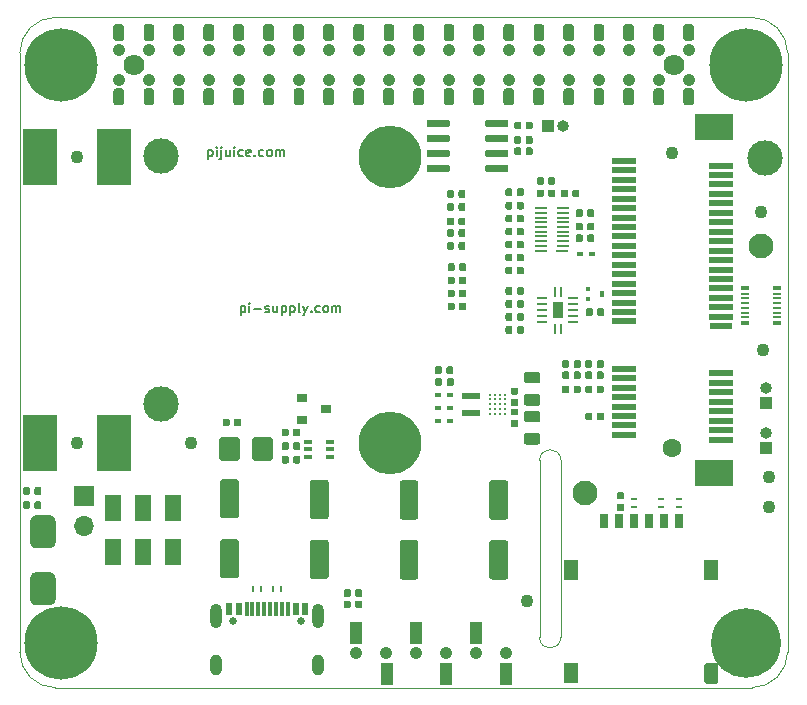
<source format=gbr>
G04 #@! TF.GenerationSoftware,KiCad,Pcbnew,(5.1.5)-3*
G04 #@! TF.CreationDate,2021-12-30T11:40:28+01:00*
G04 #@! TF.ProjectId,mPCIe_HAT,6d504349-655f-4484-9154-2e6b69636164,rev?*
G04 #@! TF.SameCoordinates,PX7094cd0PY79a4230*
G04 #@! TF.FileFunction,Soldermask,Top*
G04 #@! TF.FilePolarity,Negative*
%FSLAX46Y46*%
G04 Gerber Fmt 4.6, Leading zero omitted, Abs format (unit mm)*
G04 Created by KiCad (PCBNEW (5.1.5)-3) date 2021-12-30 11:40:28*
%MOMM*%
%LPD*%
G04 APERTURE LIST*
%ADD10C,0.180000*%
%ADD11C,0.100000*%
%ADD12C,0.150000*%
%ADD13R,1.470000X2.200000*%
%ADD14C,5.300000*%
%ADD15C,1.100000*%
%ADD16C,1.600000*%
%ADD17R,3.200000X2.300000*%
%ADD18R,2.000000X0.600000*%
%ADD19R,1.950000X0.600000*%
%ADD20R,1.000000X1.000000*%
%ADD21O,1.000000X1.000000*%
%ADD22C,2.100000*%
%ADD23R,1.000000X0.200000*%
%ADD24R,1.100000X0.200000*%
%ADD25C,0.295000*%
%ADD26R,0.530000X0.290000*%
%ADD27R,0.290000X0.530000*%
%ADD28R,0.490000X0.300000*%
%ADD29C,3.000000*%
%ADD30R,1.600000X0.600000*%
%ADD31R,3.000000X4.800000*%
%ADD32C,1.780000*%
%ADD33C,1.050000*%
%ADD34R,1.020000X1.950000*%
%ADD35R,0.450000X0.500000*%
%ADD36R,0.450000X0.400000*%
%ADD37O,1.000000X2.100000*%
%ADD38O,1.000000X1.800000*%
%ADD39R,0.300000X1.160000*%
%ADD40C,0.650000*%
%ADD41R,0.600000X1.100000*%
%ADD42R,0.660000X0.230000*%
%ADD43R,0.660000X0.350000*%
%ADD44R,0.650000X1.150000*%
%ADD45R,1.300000X1.800000*%
%ADD46C,6.200000*%
%ADD47C,5.900000*%
%ADD48R,0.900000X1.400000*%
%ADD49R,0.900000X0.240000*%
%ADD50R,0.240000X0.900000*%
%ADD51R,0.650000X0.400000*%
%ADD52R,0.900000X0.800000*%
%ADD53O,1.700000X1.700000*%
%ADD54R,1.700000X1.700000*%
G04 APERTURE END LIST*
D10*
X15940952Y45276429D02*
X15940952Y44476429D01*
X15940952Y45238334D02*
X16017142Y45276429D01*
X16169523Y45276429D01*
X16245714Y45238334D01*
X16283809Y45200239D01*
X16321904Y45124048D01*
X16321904Y44895477D01*
X16283809Y44819286D01*
X16245714Y44781191D01*
X16169523Y44743096D01*
X16017142Y44743096D01*
X15940952Y44781191D01*
X16664761Y44743096D02*
X16664761Y45276429D01*
X16664761Y45543096D02*
X16626666Y45505000D01*
X16664761Y45466905D01*
X16702857Y45505000D01*
X16664761Y45543096D01*
X16664761Y45466905D01*
X17045714Y45276429D02*
X17045714Y44590715D01*
X17007619Y44514524D01*
X16931428Y44476429D01*
X16893333Y44476429D01*
X17045714Y45543096D02*
X17007619Y45505000D01*
X17045714Y45466905D01*
X17083809Y45505000D01*
X17045714Y45543096D01*
X17045714Y45466905D01*
X17769523Y45276429D02*
X17769523Y44743096D01*
X17426666Y45276429D02*
X17426666Y44857381D01*
X17464761Y44781191D01*
X17540952Y44743096D01*
X17655238Y44743096D01*
X17731428Y44781191D01*
X17769523Y44819286D01*
X18150476Y44743096D02*
X18150476Y45276429D01*
X18150476Y45543096D02*
X18112380Y45505000D01*
X18150476Y45466905D01*
X18188571Y45505000D01*
X18150476Y45543096D01*
X18150476Y45466905D01*
X18874285Y44781191D02*
X18798095Y44743096D01*
X18645714Y44743096D01*
X18569523Y44781191D01*
X18531428Y44819286D01*
X18493333Y44895477D01*
X18493333Y45124048D01*
X18531428Y45200239D01*
X18569523Y45238334D01*
X18645714Y45276429D01*
X18798095Y45276429D01*
X18874285Y45238334D01*
X19521904Y44781191D02*
X19445714Y44743096D01*
X19293333Y44743096D01*
X19217142Y44781191D01*
X19179047Y44857381D01*
X19179047Y45162143D01*
X19217142Y45238334D01*
X19293333Y45276429D01*
X19445714Y45276429D01*
X19521904Y45238334D01*
X19560000Y45162143D01*
X19560000Y45085953D01*
X19179047Y45009762D01*
X19902857Y44819286D02*
X19940952Y44781191D01*
X19902857Y44743096D01*
X19864761Y44781191D01*
X19902857Y44819286D01*
X19902857Y44743096D01*
X20626666Y44781191D02*
X20550476Y44743096D01*
X20398095Y44743096D01*
X20321904Y44781191D01*
X20283809Y44819286D01*
X20245714Y44895477D01*
X20245714Y45124048D01*
X20283809Y45200239D01*
X20321904Y45238334D01*
X20398095Y45276429D01*
X20550476Y45276429D01*
X20626666Y45238334D01*
X21083809Y44743096D02*
X21007619Y44781191D01*
X20969523Y44819286D01*
X20931428Y44895477D01*
X20931428Y45124048D01*
X20969523Y45200239D01*
X21007619Y45238334D01*
X21083809Y45276429D01*
X21198095Y45276429D01*
X21274285Y45238334D01*
X21312380Y45200239D01*
X21350476Y45124048D01*
X21350476Y44895477D01*
X21312380Y44819286D01*
X21274285Y44781191D01*
X21198095Y44743096D01*
X21083809Y44743096D01*
X21693333Y44743096D02*
X21693333Y45276429D01*
X21693333Y45200239D02*
X21731428Y45238334D01*
X21807619Y45276429D01*
X21921904Y45276429D01*
X21998095Y45238334D01*
X22036190Y45162143D01*
X22036190Y44743096D01*
X22036190Y45162143D02*
X22074285Y45238334D01*
X22150476Y45276429D01*
X22264761Y45276429D01*
X22340952Y45238334D01*
X22379047Y45162143D01*
X22379047Y44743096D01*
X18720476Y32066429D02*
X18720476Y31266429D01*
X18720476Y32028334D02*
X18796666Y32066429D01*
X18949047Y32066429D01*
X19025238Y32028334D01*
X19063333Y31990239D01*
X19101428Y31914048D01*
X19101428Y31685477D01*
X19063333Y31609286D01*
X19025238Y31571191D01*
X18949047Y31533096D01*
X18796666Y31533096D01*
X18720476Y31571191D01*
X19444285Y31533096D02*
X19444285Y32066429D01*
X19444285Y32333096D02*
X19406190Y32295000D01*
X19444285Y32256905D01*
X19482380Y32295000D01*
X19444285Y32333096D01*
X19444285Y32256905D01*
X19825238Y31837858D02*
X20434761Y31837858D01*
X20777619Y31571191D02*
X20853809Y31533096D01*
X21006190Y31533096D01*
X21082380Y31571191D01*
X21120476Y31647381D01*
X21120476Y31685477D01*
X21082380Y31761667D01*
X21006190Y31799762D01*
X20891904Y31799762D01*
X20815714Y31837858D01*
X20777619Y31914048D01*
X20777619Y31952143D01*
X20815714Y32028334D01*
X20891904Y32066429D01*
X21006190Y32066429D01*
X21082380Y32028334D01*
X21806190Y32066429D02*
X21806190Y31533096D01*
X21463333Y32066429D02*
X21463333Y31647381D01*
X21501428Y31571191D01*
X21577619Y31533096D01*
X21691904Y31533096D01*
X21768095Y31571191D01*
X21806190Y31609286D01*
X22187142Y32066429D02*
X22187142Y31266429D01*
X22187142Y32028334D02*
X22263333Y32066429D01*
X22415714Y32066429D01*
X22491904Y32028334D01*
X22530000Y31990239D01*
X22568095Y31914048D01*
X22568095Y31685477D01*
X22530000Y31609286D01*
X22491904Y31571191D01*
X22415714Y31533096D01*
X22263333Y31533096D01*
X22187142Y31571191D01*
X22910952Y32066429D02*
X22910952Y31266429D01*
X22910952Y32028334D02*
X22987142Y32066429D01*
X23139523Y32066429D01*
X23215714Y32028334D01*
X23253809Y31990239D01*
X23291904Y31914048D01*
X23291904Y31685477D01*
X23253809Y31609286D01*
X23215714Y31571191D01*
X23139523Y31533096D01*
X22987142Y31533096D01*
X22910952Y31571191D01*
X23749047Y31533096D02*
X23672857Y31571191D01*
X23634761Y31647381D01*
X23634761Y32333096D01*
X23977619Y32066429D02*
X24168095Y31533096D01*
X24358571Y32066429D02*
X24168095Y31533096D01*
X24091904Y31342620D01*
X24053809Y31304524D01*
X23977619Y31266429D01*
X24663333Y31609286D02*
X24701428Y31571191D01*
X24663333Y31533096D01*
X24625238Y31571191D01*
X24663333Y31609286D01*
X24663333Y31533096D01*
X25387142Y31571191D02*
X25310952Y31533096D01*
X25158571Y31533096D01*
X25082380Y31571191D01*
X25044285Y31609286D01*
X25006190Y31685477D01*
X25006190Y31914048D01*
X25044285Y31990239D01*
X25082380Y32028334D01*
X25158571Y32066429D01*
X25310952Y32066429D01*
X25387142Y32028334D01*
X25844285Y31533096D02*
X25768095Y31571191D01*
X25730000Y31609286D01*
X25691904Y31685477D01*
X25691904Y31914048D01*
X25730000Y31990239D01*
X25768095Y32028334D01*
X25844285Y32066429D01*
X25958571Y32066429D01*
X26034761Y32028334D01*
X26072857Y31990239D01*
X26110952Y31914048D01*
X26110952Y31685477D01*
X26072857Y31609286D01*
X26034761Y31571191D01*
X25958571Y31533096D01*
X25844285Y31533096D01*
X26453809Y31533096D02*
X26453809Y32066429D01*
X26453809Y31990239D02*
X26491904Y32028334D01*
X26568095Y32066429D01*
X26682380Y32066429D01*
X26758571Y32028334D01*
X26796666Y31952143D01*
X26796666Y31533096D01*
X26796666Y31952143D02*
X26834761Y32028334D01*
X26910952Y32066429D01*
X27025238Y32066429D01*
X27101428Y32028334D01*
X27139523Y31952143D01*
X27139523Y31533096D01*
D11*
X3000000Y-250000D02*
X62000000Y-250000D01*
X0Y53500000D02*
X0Y2750000D01*
X65000000Y53500000D02*
G75*
G03X62000000Y56500000I-3000000J0D01*
G01*
X0Y2750000D02*
G75*
G03X3000000Y-250000I3000000J0D01*
G01*
X45800000Y19000000D02*
G75*
G03X44000000Y19000000I-900000J0D01*
G01*
X45800000Y19000000D02*
X45800000Y4000000D01*
X3000000Y56500000D02*
G75*
G03X0Y53500000I0J-3000000D01*
G01*
X65000000Y53500000D02*
X65000000Y2750000D01*
X44000000Y19000000D02*
X44000000Y4000000D01*
X3000000Y56500000D02*
X62000000Y56500000D01*
X45800000Y4000000D02*
G75*
G02X44000000Y4000000I-900000J0D01*
G01*
X62000000Y-250000D02*
G75*
G03X65000000Y2750000I0J3000000D01*
G01*
D12*
G36*
X23586958Y21674290D02*
G01*
X23601276Y21672166D01*
X23615317Y21668649D01*
X23628946Y21663772D01*
X23642031Y21657583D01*
X23654447Y21650142D01*
X23666073Y21641519D01*
X23676798Y21631798D01*
X23686519Y21621073D01*
X23695142Y21609447D01*
X23702583Y21597031D01*
X23708772Y21583946D01*
X23713649Y21570317D01*
X23717166Y21556276D01*
X23719290Y21541958D01*
X23720000Y21527500D01*
X23720000Y21182500D01*
X23719290Y21168042D01*
X23717166Y21153724D01*
X23713649Y21139683D01*
X23708772Y21126054D01*
X23702583Y21112969D01*
X23695142Y21100553D01*
X23686519Y21088927D01*
X23676798Y21078202D01*
X23666073Y21068481D01*
X23654447Y21059858D01*
X23642031Y21052417D01*
X23628946Y21046228D01*
X23615317Y21041351D01*
X23601276Y21037834D01*
X23586958Y21035710D01*
X23572500Y21035000D01*
X23277500Y21035000D01*
X23263042Y21035710D01*
X23248724Y21037834D01*
X23234683Y21041351D01*
X23221054Y21046228D01*
X23207969Y21052417D01*
X23195553Y21059858D01*
X23183927Y21068481D01*
X23173202Y21078202D01*
X23163481Y21088927D01*
X23154858Y21100553D01*
X23147417Y21112969D01*
X23141228Y21126054D01*
X23136351Y21139683D01*
X23132834Y21153724D01*
X23130710Y21168042D01*
X23130000Y21182500D01*
X23130000Y21527500D01*
X23130710Y21541958D01*
X23132834Y21556276D01*
X23136351Y21570317D01*
X23141228Y21583946D01*
X23147417Y21597031D01*
X23154858Y21609447D01*
X23163481Y21621073D01*
X23173202Y21631798D01*
X23183927Y21641519D01*
X23195553Y21650142D01*
X23207969Y21657583D01*
X23221054Y21663772D01*
X23234683Y21668649D01*
X23248724Y21672166D01*
X23263042Y21674290D01*
X23277500Y21675000D01*
X23572500Y21675000D01*
X23586958Y21674290D01*
G37*
G36*
X22616958Y21674290D02*
G01*
X22631276Y21672166D01*
X22645317Y21668649D01*
X22658946Y21663772D01*
X22672031Y21657583D01*
X22684447Y21650142D01*
X22696073Y21641519D01*
X22706798Y21631798D01*
X22716519Y21621073D01*
X22725142Y21609447D01*
X22732583Y21597031D01*
X22738772Y21583946D01*
X22743649Y21570317D01*
X22747166Y21556276D01*
X22749290Y21541958D01*
X22750000Y21527500D01*
X22750000Y21182500D01*
X22749290Y21168042D01*
X22747166Y21153724D01*
X22743649Y21139683D01*
X22738772Y21126054D01*
X22732583Y21112969D01*
X22725142Y21100553D01*
X22716519Y21088927D01*
X22706798Y21078202D01*
X22696073Y21068481D01*
X22684447Y21059858D01*
X22672031Y21052417D01*
X22658946Y21046228D01*
X22645317Y21041351D01*
X22631276Y21037834D01*
X22616958Y21035710D01*
X22602500Y21035000D01*
X22307500Y21035000D01*
X22293042Y21035710D01*
X22278724Y21037834D01*
X22264683Y21041351D01*
X22251054Y21046228D01*
X22237969Y21052417D01*
X22225553Y21059858D01*
X22213927Y21068481D01*
X22203202Y21078202D01*
X22193481Y21088927D01*
X22184858Y21100553D01*
X22177417Y21112969D01*
X22171228Y21126054D01*
X22166351Y21139683D01*
X22162834Y21153724D01*
X22160710Y21168042D01*
X22160000Y21182500D01*
X22160000Y21527500D01*
X22160710Y21541958D01*
X22162834Y21556276D01*
X22166351Y21570317D01*
X22171228Y21583946D01*
X22177417Y21597031D01*
X22184858Y21609447D01*
X22193481Y21621073D01*
X22203202Y21631798D01*
X22213927Y21641519D01*
X22225553Y21650142D01*
X22237969Y21657583D01*
X22251054Y21663772D01*
X22264683Y21668649D01*
X22278724Y21672166D01*
X22293042Y21674290D01*
X22307500Y21675000D01*
X22602500Y21675000D01*
X22616958Y21674290D01*
G37*
G36*
X42306958Y46434290D02*
G01*
X42321276Y46432166D01*
X42335317Y46428649D01*
X42348946Y46423772D01*
X42362031Y46417583D01*
X42374447Y46410142D01*
X42386073Y46401519D01*
X42396798Y46391798D01*
X42406519Y46381073D01*
X42415142Y46369447D01*
X42422583Y46357031D01*
X42428772Y46343946D01*
X42433649Y46330317D01*
X42437166Y46316276D01*
X42439290Y46301958D01*
X42440000Y46287500D01*
X42440000Y45942500D01*
X42439290Y45928042D01*
X42437166Y45913724D01*
X42433649Y45899683D01*
X42428772Y45886054D01*
X42422583Y45872969D01*
X42415142Y45860553D01*
X42406519Y45848927D01*
X42396798Y45838202D01*
X42386073Y45828481D01*
X42374447Y45819858D01*
X42362031Y45812417D01*
X42348946Y45806228D01*
X42335317Y45801351D01*
X42321276Y45797834D01*
X42306958Y45795710D01*
X42292500Y45795000D01*
X41997500Y45795000D01*
X41983042Y45795710D01*
X41968724Y45797834D01*
X41954683Y45801351D01*
X41941054Y45806228D01*
X41927969Y45812417D01*
X41915553Y45819858D01*
X41903927Y45828481D01*
X41893202Y45838202D01*
X41883481Y45848927D01*
X41874858Y45860553D01*
X41867417Y45872969D01*
X41861228Y45886054D01*
X41856351Y45899683D01*
X41852834Y45913724D01*
X41850710Y45928042D01*
X41850000Y45942500D01*
X41850000Y46287500D01*
X41850710Y46301958D01*
X41852834Y46316276D01*
X41856351Y46330317D01*
X41861228Y46343946D01*
X41867417Y46357031D01*
X41874858Y46369447D01*
X41883481Y46381073D01*
X41893202Y46391798D01*
X41903927Y46401519D01*
X41915553Y46410142D01*
X41927969Y46417583D01*
X41941054Y46423772D01*
X41954683Y46428649D01*
X41968724Y46432166D01*
X41983042Y46434290D01*
X41997500Y46435000D01*
X42292500Y46435000D01*
X42306958Y46434290D01*
G37*
G36*
X43276958Y46434290D02*
G01*
X43291276Y46432166D01*
X43305317Y46428649D01*
X43318946Y46423772D01*
X43332031Y46417583D01*
X43344447Y46410142D01*
X43356073Y46401519D01*
X43366798Y46391798D01*
X43376519Y46381073D01*
X43385142Y46369447D01*
X43392583Y46357031D01*
X43398772Y46343946D01*
X43403649Y46330317D01*
X43407166Y46316276D01*
X43409290Y46301958D01*
X43410000Y46287500D01*
X43410000Y45942500D01*
X43409290Y45928042D01*
X43407166Y45913724D01*
X43403649Y45899683D01*
X43398772Y45886054D01*
X43392583Y45872969D01*
X43385142Y45860553D01*
X43376519Y45848927D01*
X43366798Y45838202D01*
X43356073Y45828481D01*
X43344447Y45819858D01*
X43332031Y45812417D01*
X43318946Y45806228D01*
X43305317Y45801351D01*
X43291276Y45797834D01*
X43276958Y45795710D01*
X43262500Y45795000D01*
X42967500Y45795000D01*
X42953042Y45795710D01*
X42938724Y45797834D01*
X42924683Y45801351D01*
X42911054Y45806228D01*
X42897969Y45812417D01*
X42885553Y45819858D01*
X42873927Y45828481D01*
X42863202Y45838202D01*
X42853481Y45848927D01*
X42844858Y45860553D01*
X42837417Y45872969D01*
X42831228Y45886054D01*
X42826351Y45899683D01*
X42822834Y45913724D01*
X42820710Y45928042D01*
X42820000Y45942500D01*
X42820000Y46287500D01*
X42820710Y46301958D01*
X42822834Y46316276D01*
X42826351Y46330317D01*
X42831228Y46343946D01*
X42837417Y46357031D01*
X42844858Y46369447D01*
X42853481Y46381073D01*
X42863202Y46391798D01*
X42873927Y46401519D01*
X42885553Y46410142D01*
X42897969Y46417583D01*
X42911054Y46423772D01*
X42924683Y46428649D01*
X42938724Y46432166D01*
X42953042Y46434290D01*
X42967500Y46435000D01*
X43262500Y46435000D01*
X43276958Y46434290D01*
G37*
G36*
X42306958Y45484290D02*
G01*
X42321276Y45482166D01*
X42335317Y45478649D01*
X42348946Y45473772D01*
X42362031Y45467583D01*
X42374447Y45460142D01*
X42386073Y45451519D01*
X42396798Y45441798D01*
X42406519Y45431073D01*
X42415142Y45419447D01*
X42422583Y45407031D01*
X42428772Y45393946D01*
X42433649Y45380317D01*
X42437166Y45366276D01*
X42439290Y45351958D01*
X42440000Y45337500D01*
X42440000Y44992500D01*
X42439290Y44978042D01*
X42437166Y44963724D01*
X42433649Y44949683D01*
X42428772Y44936054D01*
X42422583Y44922969D01*
X42415142Y44910553D01*
X42406519Y44898927D01*
X42396798Y44888202D01*
X42386073Y44878481D01*
X42374447Y44869858D01*
X42362031Y44862417D01*
X42348946Y44856228D01*
X42335317Y44851351D01*
X42321276Y44847834D01*
X42306958Y44845710D01*
X42292500Y44845000D01*
X41997500Y44845000D01*
X41983042Y44845710D01*
X41968724Y44847834D01*
X41954683Y44851351D01*
X41941054Y44856228D01*
X41927969Y44862417D01*
X41915553Y44869858D01*
X41903927Y44878481D01*
X41893202Y44888202D01*
X41883481Y44898927D01*
X41874858Y44910553D01*
X41867417Y44922969D01*
X41861228Y44936054D01*
X41856351Y44949683D01*
X41852834Y44963724D01*
X41850710Y44978042D01*
X41850000Y44992500D01*
X41850000Y45337500D01*
X41850710Y45351958D01*
X41852834Y45366276D01*
X41856351Y45380317D01*
X41861228Y45393946D01*
X41867417Y45407031D01*
X41874858Y45419447D01*
X41883481Y45431073D01*
X41893202Y45441798D01*
X41903927Y45451519D01*
X41915553Y45460142D01*
X41927969Y45467583D01*
X41941054Y45473772D01*
X41954683Y45478649D01*
X41968724Y45482166D01*
X41983042Y45484290D01*
X41997500Y45485000D01*
X42292500Y45485000D01*
X42306958Y45484290D01*
G37*
G36*
X43276958Y45484290D02*
G01*
X43291276Y45482166D01*
X43305317Y45478649D01*
X43318946Y45473772D01*
X43332031Y45467583D01*
X43344447Y45460142D01*
X43356073Y45451519D01*
X43366798Y45441798D01*
X43376519Y45431073D01*
X43385142Y45419447D01*
X43392583Y45407031D01*
X43398772Y45393946D01*
X43403649Y45380317D01*
X43407166Y45366276D01*
X43409290Y45351958D01*
X43410000Y45337500D01*
X43410000Y44992500D01*
X43409290Y44978042D01*
X43407166Y44963724D01*
X43403649Y44949683D01*
X43398772Y44936054D01*
X43392583Y44922969D01*
X43385142Y44910553D01*
X43376519Y44898927D01*
X43366798Y44888202D01*
X43356073Y44878481D01*
X43344447Y44869858D01*
X43332031Y44862417D01*
X43318946Y44856228D01*
X43305317Y44851351D01*
X43291276Y44847834D01*
X43276958Y44845710D01*
X43262500Y44845000D01*
X42967500Y44845000D01*
X42953042Y44845710D01*
X42938724Y44847834D01*
X42924683Y44851351D01*
X42911054Y44856228D01*
X42897969Y44862417D01*
X42885553Y44869858D01*
X42873927Y44878481D01*
X42863202Y44888202D01*
X42853481Y44898927D01*
X42844858Y44910553D01*
X42837417Y44922969D01*
X42831228Y44936054D01*
X42826351Y44949683D01*
X42822834Y44963724D01*
X42820710Y44978042D01*
X42820000Y44992500D01*
X42820000Y45337500D01*
X42820710Y45351958D01*
X42822834Y45366276D01*
X42826351Y45380317D01*
X42831228Y45393946D01*
X42837417Y45407031D01*
X42844858Y45419447D01*
X42853481Y45431073D01*
X42863202Y45441798D01*
X42873927Y45451519D01*
X42885553Y45460142D01*
X42897969Y45467583D01*
X42911054Y45473772D01*
X42924683Y45478649D01*
X42938724Y45482166D01*
X42953042Y45484290D01*
X42967500Y45485000D01*
X43262500Y45485000D01*
X43276958Y45484290D01*
G37*
D13*
X12990000Y14930000D03*
X12990000Y11250000D03*
X10450000Y14930000D03*
X10450000Y11250000D03*
X7910000Y14930000D03*
X7910000Y11250000D03*
D14*
X31350000Y44650000D03*
X31350000Y20450000D03*
D15*
X55250000Y45050000D03*
D16*
X55250000Y20050000D03*
D17*
X58750000Y47200000D03*
X58750000Y17900000D03*
D18*
X59350000Y43950000D03*
X59350000Y43150000D03*
X59350000Y42350000D03*
X59350000Y41550000D03*
X59350000Y40750000D03*
X59350000Y39950000D03*
X59350000Y39150000D03*
X59350000Y38350000D03*
X59350000Y37550000D03*
X59350000Y36750000D03*
X59350000Y35950000D03*
X59350000Y35150000D03*
X59350000Y34350000D03*
X59350000Y33550000D03*
X59350000Y32750000D03*
X59350000Y31950000D03*
X59350000Y31150000D03*
X59350000Y26350000D03*
X59350000Y25550000D03*
X59350000Y24750000D03*
X59350000Y23950000D03*
X59350000Y23150000D03*
X59350000Y22350000D03*
X59350000Y21550000D03*
X59350000Y20750000D03*
D19*
X59325000Y30350000D03*
D18*
X51150000Y44350000D03*
X51150000Y43550000D03*
X51150000Y42750000D03*
X51150000Y41950000D03*
X51150000Y41150000D03*
X51150000Y40350000D03*
X51150000Y39550000D03*
X51150000Y38750000D03*
X51150000Y37950000D03*
X51150000Y37150000D03*
X51150000Y36350000D03*
X51150000Y35550000D03*
X51150000Y34750000D03*
X51150000Y33950000D03*
X51150000Y33150000D03*
X51150000Y32350000D03*
X51150000Y31550000D03*
X51150000Y26750000D03*
X51150000Y25950000D03*
X51150000Y25150000D03*
X51150000Y24350000D03*
X51150000Y23550000D03*
X51150000Y22750000D03*
X51150000Y21950000D03*
X51150000Y21150000D03*
X51150000Y30750000D03*
D20*
X63150000Y20000000D03*
D21*
X63150000Y21270000D03*
X63150000Y25080000D03*
D20*
X63150000Y23810000D03*
D15*
X62950000Y28300000D03*
D12*
G36*
X37646958Y35669290D02*
G01*
X37661276Y35667166D01*
X37675317Y35663649D01*
X37688946Y35658772D01*
X37702031Y35652583D01*
X37714447Y35645142D01*
X37726073Y35636519D01*
X37736798Y35626798D01*
X37746519Y35616073D01*
X37755142Y35604447D01*
X37762583Y35592031D01*
X37768772Y35578946D01*
X37773649Y35565317D01*
X37777166Y35551276D01*
X37779290Y35536958D01*
X37780000Y35522500D01*
X37780000Y35177500D01*
X37779290Y35163042D01*
X37777166Y35148724D01*
X37773649Y35134683D01*
X37768772Y35121054D01*
X37762583Y35107969D01*
X37755142Y35095553D01*
X37746519Y35083927D01*
X37736798Y35073202D01*
X37726073Y35063481D01*
X37714447Y35054858D01*
X37702031Y35047417D01*
X37688946Y35041228D01*
X37675317Y35036351D01*
X37661276Y35032834D01*
X37646958Y35030710D01*
X37632500Y35030000D01*
X37337500Y35030000D01*
X37323042Y35030710D01*
X37308724Y35032834D01*
X37294683Y35036351D01*
X37281054Y35041228D01*
X37267969Y35047417D01*
X37255553Y35054858D01*
X37243927Y35063481D01*
X37233202Y35073202D01*
X37223481Y35083927D01*
X37214858Y35095553D01*
X37207417Y35107969D01*
X37201228Y35121054D01*
X37196351Y35134683D01*
X37192834Y35148724D01*
X37190710Y35163042D01*
X37190000Y35177500D01*
X37190000Y35522500D01*
X37190710Y35536958D01*
X37192834Y35551276D01*
X37196351Y35565317D01*
X37201228Y35578946D01*
X37207417Y35592031D01*
X37214858Y35604447D01*
X37223481Y35616073D01*
X37233202Y35626798D01*
X37243927Y35636519D01*
X37255553Y35645142D01*
X37267969Y35652583D01*
X37281054Y35658772D01*
X37294683Y35663649D01*
X37308724Y35667166D01*
X37323042Y35669290D01*
X37337500Y35670000D01*
X37632500Y35670000D01*
X37646958Y35669290D01*
G37*
G36*
X36676958Y35669290D02*
G01*
X36691276Y35667166D01*
X36705317Y35663649D01*
X36718946Y35658772D01*
X36732031Y35652583D01*
X36744447Y35645142D01*
X36756073Y35636519D01*
X36766798Y35626798D01*
X36776519Y35616073D01*
X36785142Y35604447D01*
X36792583Y35592031D01*
X36798772Y35578946D01*
X36803649Y35565317D01*
X36807166Y35551276D01*
X36809290Y35536958D01*
X36810000Y35522500D01*
X36810000Y35177500D01*
X36809290Y35163042D01*
X36807166Y35148724D01*
X36803649Y35134683D01*
X36798772Y35121054D01*
X36792583Y35107969D01*
X36785142Y35095553D01*
X36776519Y35083927D01*
X36766798Y35073202D01*
X36756073Y35063481D01*
X36744447Y35054858D01*
X36732031Y35047417D01*
X36718946Y35041228D01*
X36705317Y35036351D01*
X36691276Y35032834D01*
X36676958Y35030710D01*
X36662500Y35030000D01*
X36367500Y35030000D01*
X36353042Y35030710D01*
X36338724Y35032834D01*
X36324683Y35036351D01*
X36311054Y35041228D01*
X36297969Y35047417D01*
X36285553Y35054858D01*
X36273927Y35063481D01*
X36263202Y35073202D01*
X36253481Y35083927D01*
X36244858Y35095553D01*
X36237417Y35107969D01*
X36231228Y35121054D01*
X36226351Y35134683D01*
X36222834Y35148724D01*
X36220710Y35163042D01*
X36220000Y35177500D01*
X36220000Y35522500D01*
X36220710Y35536958D01*
X36222834Y35551276D01*
X36226351Y35565317D01*
X36231228Y35578946D01*
X36237417Y35592031D01*
X36244858Y35604447D01*
X36253481Y35616073D01*
X36263202Y35626798D01*
X36273927Y35636519D01*
X36285553Y35645142D01*
X36297969Y35652583D01*
X36311054Y35658772D01*
X36324683Y35663649D01*
X36338724Y35667166D01*
X36353042Y35669290D01*
X36367500Y35670000D01*
X36662500Y35670000D01*
X36676958Y35669290D01*
G37*
D22*
X62750000Y37100000D03*
X47850000Y16250000D03*
D23*
X44150000Y36750000D03*
X44150000Y37150000D03*
X44150000Y37550000D03*
X44150000Y37950000D03*
X44150000Y38350000D03*
X44150000Y38750000D03*
X44150000Y39150000D03*
X44150000Y39550000D03*
X44150000Y39950000D03*
X44150000Y40350000D03*
X45950000Y40350000D03*
X45950000Y39950000D03*
X45950000Y39550000D03*
X45950000Y39150000D03*
X45950000Y38750000D03*
X45950000Y38350000D03*
X45950000Y37950000D03*
X45950000Y37550000D03*
X45950000Y37150000D03*
D24*
X45900000Y36750000D03*
D12*
G36*
X42061958Y25154290D02*
G01*
X42076276Y25152166D01*
X42090317Y25148649D01*
X42103946Y25143772D01*
X42117031Y25137583D01*
X42129447Y25130142D01*
X42141073Y25121519D01*
X42151798Y25111798D01*
X42161519Y25101073D01*
X42170142Y25089447D01*
X42177583Y25077031D01*
X42183772Y25063946D01*
X42188649Y25050317D01*
X42192166Y25036276D01*
X42194290Y25021958D01*
X42195000Y25007500D01*
X42195000Y24712500D01*
X42194290Y24698042D01*
X42192166Y24683724D01*
X42188649Y24669683D01*
X42183772Y24656054D01*
X42177583Y24642969D01*
X42170142Y24630553D01*
X42161519Y24618927D01*
X42151798Y24608202D01*
X42141073Y24598481D01*
X42129447Y24589858D01*
X42117031Y24582417D01*
X42103946Y24576228D01*
X42090317Y24571351D01*
X42076276Y24567834D01*
X42061958Y24565710D01*
X42047500Y24565000D01*
X41702500Y24565000D01*
X41688042Y24565710D01*
X41673724Y24567834D01*
X41659683Y24571351D01*
X41646054Y24576228D01*
X41632969Y24582417D01*
X41620553Y24589858D01*
X41608927Y24598481D01*
X41598202Y24608202D01*
X41588481Y24618927D01*
X41579858Y24630553D01*
X41572417Y24642969D01*
X41566228Y24656054D01*
X41561351Y24669683D01*
X41557834Y24683724D01*
X41555710Y24698042D01*
X41555000Y24712500D01*
X41555000Y25007500D01*
X41555710Y25021958D01*
X41557834Y25036276D01*
X41561351Y25050317D01*
X41566228Y25063946D01*
X41572417Y25077031D01*
X41579858Y25089447D01*
X41588481Y25101073D01*
X41598202Y25111798D01*
X41608927Y25121519D01*
X41620553Y25130142D01*
X41632969Y25137583D01*
X41646054Y25143772D01*
X41659683Y25148649D01*
X41673724Y25152166D01*
X41688042Y25154290D01*
X41702500Y25155000D01*
X42047500Y25155000D01*
X42061958Y25154290D01*
G37*
G36*
X42061958Y24184290D02*
G01*
X42076276Y24182166D01*
X42090317Y24178649D01*
X42103946Y24173772D01*
X42117031Y24167583D01*
X42129447Y24160142D01*
X42141073Y24151519D01*
X42151798Y24141798D01*
X42161519Y24131073D01*
X42170142Y24119447D01*
X42177583Y24107031D01*
X42183772Y24093946D01*
X42188649Y24080317D01*
X42192166Y24066276D01*
X42194290Y24051958D01*
X42195000Y24037500D01*
X42195000Y23742500D01*
X42194290Y23728042D01*
X42192166Y23713724D01*
X42188649Y23699683D01*
X42183772Y23686054D01*
X42177583Y23672969D01*
X42170142Y23660553D01*
X42161519Y23648927D01*
X42151798Y23638202D01*
X42141073Y23628481D01*
X42129447Y23619858D01*
X42117031Y23612417D01*
X42103946Y23606228D01*
X42090317Y23601351D01*
X42076276Y23597834D01*
X42061958Y23595710D01*
X42047500Y23595000D01*
X41702500Y23595000D01*
X41688042Y23595710D01*
X41673724Y23597834D01*
X41659683Y23601351D01*
X41646054Y23606228D01*
X41632969Y23612417D01*
X41620553Y23619858D01*
X41608927Y23628481D01*
X41598202Y23638202D01*
X41588481Y23648927D01*
X41579858Y23660553D01*
X41572417Y23672969D01*
X41566228Y23686054D01*
X41561351Y23699683D01*
X41557834Y23713724D01*
X41555710Y23728042D01*
X41555000Y23742500D01*
X41555000Y24037500D01*
X41555710Y24051958D01*
X41557834Y24066276D01*
X41561351Y24080317D01*
X41566228Y24093946D01*
X41572417Y24107031D01*
X41579858Y24119447D01*
X41588481Y24131073D01*
X41598202Y24141798D01*
X41608927Y24151519D01*
X41620553Y24160142D01*
X41632969Y24167583D01*
X41646054Y24173772D01*
X41659683Y24178649D01*
X41673724Y24182166D01*
X41688042Y24184290D01*
X41702500Y24185000D01*
X42047500Y24185000D01*
X42061958Y24184290D01*
G37*
G36*
X42061958Y23379290D02*
G01*
X42076276Y23377166D01*
X42090317Y23373649D01*
X42103946Y23368772D01*
X42117031Y23362583D01*
X42129447Y23355142D01*
X42141073Y23346519D01*
X42151798Y23336798D01*
X42161519Y23326073D01*
X42170142Y23314447D01*
X42177583Y23302031D01*
X42183772Y23288946D01*
X42188649Y23275317D01*
X42192166Y23261276D01*
X42194290Y23246958D01*
X42195000Y23232500D01*
X42195000Y22937500D01*
X42194290Y22923042D01*
X42192166Y22908724D01*
X42188649Y22894683D01*
X42183772Y22881054D01*
X42177583Y22867969D01*
X42170142Y22855553D01*
X42161519Y22843927D01*
X42151798Y22833202D01*
X42141073Y22823481D01*
X42129447Y22814858D01*
X42117031Y22807417D01*
X42103946Y22801228D01*
X42090317Y22796351D01*
X42076276Y22792834D01*
X42061958Y22790710D01*
X42047500Y22790000D01*
X41702500Y22790000D01*
X41688042Y22790710D01*
X41673724Y22792834D01*
X41659683Y22796351D01*
X41646054Y22801228D01*
X41632969Y22807417D01*
X41620553Y22814858D01*
X41608927Y22823481D01*
X41598202Y22833202D01*
X41588481Y22843927D01*
X41579858Y22855553D01*
X41572417Y22867969D01*
X41566228Y22881054D01*
X41561351Y22894683D01*
X41557834Y22908724D01*
X41555710Y22923042D01*
X41555000Y22937500D01*
X41555000Y23232500D01*
X41555710Y23246958D01*
X41557834Y23261276D01*
X41561351Y23275317D01*
X41566228Y23288946D01*
X41572417Y23302031D01*
X41579858Y23314447D01*
X41588481Y23326073D01*
X41598202Y23336798D01*
X41608927Y23346519D01*
X41620553Y23355142D01*
X41632969Y23362583D01*
X41646054Y23368772D01*
X41659683Y23373649D01*
X41673724Y23377166D01*
X41688042Y23379290D01*
X41702500Y23380000D01*
X42047500Y23380000D01*
X42061958Y23379290D01*
G37*
G36*
X42061958Y22409290D02*
G01*
X42076276Y22407166D01*
X42090317Y22403649D01*
X42103946Y22398772D01*
X42117031Y22392583D01*
X42129447Y22385142D01*
X42141073Y22376519D01*
X42151798Y22366798D01*
X42161519Y22356073D01*
X42170142Y22344447D01*
X42177583Y22332031D01*
X42183772Y22318946D01*
X42188649Y22305317D01*
X42192166Y22291276D01*
X42194290Y22276958D01*
X42195000Y22262500D01*
X42195000Y21967500D01*
X42194290Y21953042D01*
X42192166Y21938724D01*
X42188649Y21924683D01*
X42183772Y21911054D01*
X42177583Y21897969D01*
X42170142Y21885553D01*
X42161519Y21873927D01*
X42151798Y21863202D01*
X42141073Y21853481D01*
X42129447Y21844858D01*
X42117031Y21837417D01*
X42103946Y21831228D01*
X42090317Y21826351D01*
X42076276Y21822834D01*
X42061958Y21820710D01*
X42047500Y21820000D01*
X41702500Y21820000D01*
X41688042Y21820710D01*
X41673724Y21822834D01*
X41659683Y21826351D01*
X41646054Y21831228D01*
X41632969Y21837417D01*
X41620553Y21844858D01*
X41608927Y21853481D01*
X41598202Y21863202D01*
X41588481Y21873927D01*
X41579858Y21885553D01*
X41572417Y21897969D01*
X41566228Y21911054D01*
X41561351Y21924683D01*
X41557834Y21938724D01*
X41555710Y21953042D01*
X41555000Y21967500D01*
X41555000Y22262500D01*
X41555710Y22276958D01*
X41557834Y22291276D01*
X41561351Y22305317D01*
X41566228Y22318946D01*
X41572417Y22332031D01*
X41579858Y22344447D01*
X41588481Y22356073D01*
X41598202Y22366798D01*
X41608927Y22376519D01*
X41620553Y22385142D01*
X41632969Y22392583D01*
X41646054Y22398772D01*
X41659683Y22403649D01*
X41673724Y22407166D01*
X41688042Y22409290D01*
X41702500Y22410000D01*
X42047500Y22410000D01*
X42061958Y22409290D01*
G37*
G36*
X43855142Y24598826D02*
G01*
X43878803Y24595316D01*
X43902007Y24589504D01*
X43924529Y24581446D01*
X43946153Y24571218D01*
X43966670Y24558921D01*
X43985883Y24544671D01*
X44003607Y24528607D01*
X44019671Y24510883D01*
X44033921Y24491670D01*
X44046218Y24471153D01*
X44056446Y24449529D01*
X44064504Y24427007D01*
X44070316Y24403803D01*
X44073826Y24380142D01*
X44075000Y24356250D01*
X44075000Y23868750D01*
X44073826Y23844858D01*
X44070316Y23821197D01*
X44064504Y23797993D01*
X44056446Y23775471D01*
X44046218Y23753847D01*
X44033921Y23733330D01*
X44019671Y23714117D01*
X44003607Y23696393D01*
X43985883Y23680329D01*
X43966670Y23666079D01*
X43946153Y23653782D01*
X43924529Y23643554D01*
X43902007Y23635496D01*
X43878803Y23629684D01*
X43855142Y23626174D01*
X43831250Y23625000D01*
X42918750Y23625000D01*
X42894858Y23626174D01*
X42871197Y23629684D01*
X42847993Y23635496D01*
X42825471Y23643554D01*
X42803847Y23653782D01*
X42783330Y23666079D01*
X42764117Y23680329D01*
X42746393Y23696393D01*
X42730329Y23714117D01*
X42716079Y23733330D01*
X42703782Y23753847D01*
X42693554Y23775471D01*
X42685496Y23797993D01*
X42679684Y23821197D01*
X42676174Y23844858D01*
X42675000Y23868750D01*
X42675000Y24356250D01*
X42676174Y24380142D01*
X42679684Y24403803D01*
X42685496Y24427007D01*
X42693554Y24449529D01*
X42703782Y24471153D01*
X42716079Y24491670D01*
X42730329Y24510883D01*
X42746393Y24528607D01*
X42764117Y24544671D01*
X42783330Y24558921D01*
X42803847Y24571218D01*
X42825471Y24581446D01*
X42847993Y24589504D01*
X42871197Y24595316D01*
X42894858Y24598826D01*
X42918750Y24600000D01*
X43831250Y24600000D01*
X43855142Y24598826D01*
G37*
G36*
X43855142Y26473826D02*
G01*
X43878803Y26470316D01*
X43902007Y26464504D01*
X43924529Y26456446D01*
X43946153Y26446218D01*
X43966670Y26433921D01*
X43985883Y26419671D01*
X44003607Y26403607D01*
X44019671Y26385883D01*
X44033921Y26366670D01*
X44046218Y26346153D01*
X44056446Y26324529D01*
X44064504Y26302007D01*
X44070316Y26278803D01*
X44073826Y26255142D01*
X44075000Y26231250D01*
X44075000Y25743750D01*
X44073826Y25719858D01*
X44070316Y25696197D01*
X44064504Y25672993D01*
X44056446Y25650471D01*
X44046218Y25628847D01*
X44033921Y25608330D01*
X44019671Y25589117D01*
X44003607Y25571393D01*
X43985883Y25555329D01*
X43966670Y25541079D01*
X43946153Y25528782D01*
X43924529Y25518554D01*
X43902007Y25510496D01*
X43878803Y25504684D01*
X43855142Y25501174D01*
X43831250Y25500000D01*
X42918750Y25500000D01*
X42894858Y25501174D01*
X42871197Y25504684D01*
X42847993Y25510496D01*
X42825471Y25518554D01*
X42803847Y25528782D01*
X42783330Y25541079D01*
X42764117Y25555329D01*
X42746393Y25571393D01*
X42730329Y25589117D01*
X42716079Y25608330D01*
X42703782Y25628847D01*
X42693554Y25650471D01*
X42685496Y25672993D01*
X42679684Y25696197D01*
X42676174Y25719858D01*
X42675000Y25743750D01*
X42675000Y26231250D01*
X42676174Y26255142D01*
X42679684Y26278803D01*
X42685496Y26302007D01*
X42693554Y26324529D01*
X42703782Y26346153D01*
X42716079Y26366670D01*
X42730329Y26385883D01*
X42746393Y26403607D01*
X42764117Y26419671D01*
X42783330Y26433921D01*
X42803847Y26446218D01*
X42825471Y26456446D01*
X42847993Y26464504D01*
X42871197Y26470316D01*
X42894858Y26473826D01*
X42918750Y26475000D01*
X43831250Y26475000D01*
X43855142Y26473826D01*
G37*
D25*
X39850000Y24550000D03*
X40250000Y24550000D03*
X40650000Y24550000D03*
X41050000Y24550000D03*
X39850000Y24150000D03*
X39850000Y23750000D03*
X39850000Y23350000D03*
X39850000Y22950000D03*
X40250000Y24150000D03*
X40650000Y24150000D03*
X41050000Y24150000D03*
X40250000Y23750000D03*
X40650000Y23750000D03*
X41050000Y23750000D03*
X40250000Y23350000D03*
X40650000Y23350000D03*
X41050000Y23350000D03*
X40250000Y22950000D03*
X40650000Y22950000D03*
X41050000Y22950000D03*
D12*
G36*
X36571958Y26944290D02*
G01*
X36586276Y26942166D01*
X36600317Y26938649D01*
X36613946Y26933772D01*
X36627031Y26927583D01*
X36639447Y26920142D01*
X36651073Y26911519D01*
X36661798Y26901798D01*
X36671519Y26891073D01*
X36680142Y26879447D01*
X36687583Y26867031D01*
X36693772Y26853946D01*
X36698649Y26840317D01*
X36702166Y26826276D01*
X36704290Y26811958D01*
X36705000Y26797500D01*
X36705000Y26452500D01*
X36704290Y26438042D01*
X36702166Y26423724D01*
X36698649Y26409683D01*
X36693772Y26396054D01*
X36687583Y26382969D01*
X36680142Y26370553D01*
X36671519Y26358927D01*
X36661798Y26348202D01*
X36651073Y26338481D01*
X36639447Y26329858D01*
X36627031Y26322417D01*
X36613946Y26316228D01*
X36600317Y26311351D01*
X36586276Y26307834D01*
X36571958Y26305710D01*
X36557500Y26305000D01*
X36262500Y26305000D01*
X36248042Y26305710D01*
X36233724Y26307834D01*
X36219683Y26311351D01*
X36206054Y26316228D01*
X36192969Y26322417D01*
X36180553Y26329858D01*
X36168927Y26338481D01*
X36158202Y26348202D01*
X36148481Y26358927D01*
X36139858Y26370553D01*
X36132417Y26382969D01*
X36126228Y26396054D01*
X36121351Y26409683D01*
X36117834Y26423724D01*
X36115710Y26438042D01*
X36115000Y26452500D01*
X36115000Y26797500D01*
X36115710Y26811958D01*
X36117834Y26826276D01*
X36121351Y26840317D01*
X36126228Y26853946D01*
X36132417Y26867031D01*
X36139858Y26879447D01*
X36148481Y26891073D01*
X36158202Y26901798D01*
X36168927Y26911519D01*
X36180553Y26920142D01*
X36192969Y26927583D01*
X36206054Y26933772D01*
X36219683Y26938649D01*
X36233724Y26942166D01*
X36248042Y26944290D01*
X36262500Y26945000D01*
X36557500Y26945000D01*
X36571958Y26944290D01*
G37*
G36*
X35601958Y26944290D02*
G01*
X35616276Y26942166D01*
X35630317Y26938649D01*
X35643946Y26933772D01*
X35657031Y26927583D01*
X35669447Y26920142D01*
X35681073Y26911519D01*
X35691798Y26901798D01*
X35701519Y26891073D01*
X35710142Y26879447D01*
X35717583Y26867031D01*
X35723772Y26853946D01*
X35728649Y26840317D01*
X35732166Y26826276D01*
X35734290Y26811958D01*
X35735000Y26797500D01*
X35735000Y26452500D01*
X35734290Y26438042D01*
X35732166Y26423724D01*
X35728649Y26409683D01*
X35723772Y26396054D01*
X35717583Y26382969D01*
X35710142Y26370553D01*
X35701519Y26358927D01*
X35691798Y26348202D01*
X35681073Y26338481D01*
X35669447Y26329858D01*
X35657031Y26322417D01*
X35643946Y26316228D01*
X35630317Y26311351D01*
X35616276Y26307834D01*
X35601958Y26305710D01*
X35587500Y26305000D01*
X35292500Y26305000D01*
X35278042Y26305710D01*
X35263724Y26307834D01*
X35249683Y26311351D01*
X35236054Y26316228D01*
X35222969Y26322417D01*
X35210553Y26329858D01*
X35198927Y26338481D01*
X35188202Y26348202D01*
X35178481Y26358927D01*
X35169858Y26370553D01*
X35162417Y26382969D01*
X35156228Y26396054D01*
X35151351Y26409683D01*
X35147834Y26423724D01*
X35145710Y26438042D01*
X35145000Y26452500D01*
X35145000Y26797500D01*
X35145710Y26811958D01*
X35147834Y26826276D01*
X35151351Y26840317D01*
X35156228Y26853946D01*
X35162417Y26867031D01*
X35169858Y26879447D01*
X35178481Y26891073D01*
X35188202Y26901798D01*
X35198927Y26911519D01*
X35210553Y26920142D01*
X35222969Y26927583D01*
X35236054Y26933772D01*
X35249683Y26938649D01*
X35263724Y26942166D01*
X35278042Y26944290D01*
X35292500Y26945000D01*
X35587500Y26945000D01*
X35601958Y26944290D01*
G37*
G36*
X43296958Y47669290D02*
G01*
X43311276Y47667166D01*
X43325317Y47663649D01*
X43338946Y47658772D01*
X43352031Y47652583D01*
X43364447Y47645142D01*
X43376073Y47636519D01*
X43386798Y47626798D01*
X43396519Y47616073D01*
X43405142Y47604447D01*
X43412583Y47592031D01*
X43418772Y47578946D01*
X43423649Y47565317D01*
X43427166Y47551276D01*
X43429290Y47536958D01*
X43430000Y47522500D01*
X43430000Y47177500D01*
X43429290Y47163042D01*
X43427166Y47148724D01*
X43423649Y47134683D01*
X43418772Y47121054D01*
X43412583Y47107969D01*
X43405142Y47095553D01*
X43396519Y47083927D01*
X43386798Y47073202D01*
X43376073Y47063481D01*
X43364447Y47054858D01*
X43352031Y47047417D01*
X43338946Y47041228D01*
X43325317Y47036351D01*
X43311276Y47032834D01*
X43296958Y47030710D01*
X43282500Y47030000D01*
X42987500Y47030000D01*
X42973042Y47030710D01*
X42958724Y47032834D01*
X42944683Y47036351D01*
X42931054Y47041228D01*
X42917969Y47047417D01*
X42905553Y47054858D01*
X42893927Y47063481D01*
X42883202Y47073202D01*
X42873481Y47083927D01*
X42864858Y47095553D01*
X42857417Y47107969D01*
X42851228Y47121054D01*
X42846351Y47134683D01*
X42842834Y47148724D01*
X42840710Y47163042D01*
X42840000Y47177500D01*
X42840000Y47522500D01*
X42840710Y47536958D01*
X42842834Y47551276D01*
X42846351Y47565317D01*
X42851228Y47578946D01*
X42857417Y47592031D01*
X42864858Y47604447D01*
X42873481Y47616073D01*
X42883202Y47626798D01*
X42893927Y47636519D01*
X42905553Y47645142D01*
X42917969Y47652583D01*
X42931054Y47658772D01*
X42944683Y47663649D01*
X42958724Y47667166D01*
X42973042Y47669290D01*
X42987500Y47670000D01*
X43282500Y47670000D01*
X43296958Y47669290D01*
G37*
G36*
X42326958Y47669290D02*
G01*
X42341276Y47667166D01*
X42355317Y47663649D01*
X42368946Y47658772D01*
X42382031Y47652583D01*
X42394447Y47645142D01*
X42406073Y47636519D01*
X42416798Y47626798D01*
X42426519Y47616073D01*
X42435142Y47604447D01*
X42442583Y47592031D01*
X42448772Y47578946D01*
X42453649Y47565317D01*
X42457166Y47551276D01*
X42459290Y47536958D01*
X42460000Y47522500D01*
X42460000Y47177500D01*
X42459290Y47163042D01*
X42457166Y47148724D01*
X42453649Y47134683D01*
X42448772Y47121054D01*
X42442583Y47107969D01*
X42435142Y47095553D01*
X42426519Y47083927D01*
X42416798Y47073202D01*
X42406073Y47063481D01*
X42394447Y47054858D01*
X42382031Y47047417D01*
X42368946Y47041228D01*
X42355317Y47036351D01*
X42341276Y47032834D01*
X42326958Y47030710D01*
X42312500Y47030000D01*
X42017500Y47030000D01*
X42003042Y47030710D01*
X41988724Y47032834D01*
X41974683Y47036351D01*
X41961054Y47041228D01*
X41947969Y47047417D01*
X41935553Y47054858D01*
X41923927Y47063481D01*
X41913202Y47073202D01*
X41903481Y47083927D01*
X41894858Y47095553D01*
X41887417Y47107969D01*
X41881228Y47121054D01*
X41876351Y47134683D01*
X41872834Y47148724D01*
X41870710Y47163042D01*
X41870000Y47177500D01*
X41870000Y47522500D01*
X41870710Y47536958D01*
X41872834Y47551276D01*
X41876351Y47565317D01*
X41881228Y47578946D01*
X41887417Y47592031D01*
X41894858Y47604447D01*
X41903481Y47616073D01*
X41913202Y47626798D01*
X41923927Y47636519D01*
X41935553Y47645142D01*
X41947969Y47652583D01*
X41961054Y47658772D01*
X41974683Y47663649D01*
X41988724Y47667166D01*
X42003042Y47669290D01*
X42017500Y47670000D01*
X42312500Y47670000D01*
X42326958Y47669290D01*
G37*
G36*
X51036958Y16279290D02*
G01*
X51051276Y16277166D01*
X51065317Y16273649D01*
X51078946Y16268772D01*
X51092031Y16262583D01*
X51104447Y16255142D01*
X51116073Y16246519D01*
X51126798Y16236798D01*
X51136519Y16226073D01*
X51145142Y16214447D01*
X51152583Y16202031D01*
X51158772Y16188946D01*
X51163649Y16175317D01*
X51167166Y16161276D01*
X51169290Y16146958D01*
X51170000Y16132500D01*
X51170000Y15837500D01*
X51169290Y15823042D01*
X51167166Y15808724D01*
X51163649Y15794683D01*
X51158772Y15781054D01*
X51152583Y15767969D01*
X51145142Y15755553D01*
X51136519Y15743927D01*
X51126798Y15733202D01*
X51116073Y15723481D01*
X51104447Y15714858D01*
X51092031Y15707417D01*
X51078946Y15701228D01*
X51065317Y15696351D01*
X51051276Y15692834D01*
X51036958Y15690710D01*
X51022500Y15690000D01*
X50677500Y15690000D01*
X50663042Y15690710D01*
X50648724Y15692834D01*
X50634683Y15696351D01*
X50621054Y15701228D01*
X50607969Y15707417D01*
X50595553Y15714858D01*
X50583927Y15723481D01*
X50573202Y15733202D01*
X50563481Y15743927D01*
X50554858Y15755553D01*
X50547417Y15767969D01*
X50541228Y15781054D01*
X50536351Y15794683D01*
X50532834Y15808724D01*
X50530710Y15823042D01*
X50530000Y15837500D01*
X50530000Y16132500D01*
X50530710Y16146958D01*
X50532834Y16161276D01*
X50536351Y16175317D01*
X50541228Y16188946D01*
X50547417Y16202031D01*
X50554858Y16214447D01*
X50563481Y16226073D01*
X50573202Y16236798D01*
X50583927Y16246519D01*
X50595553Y16255142D01*
X50607969Y16262583D01*
X50621054Y16268772D01*
X50634683Y16273649D01*
X50648724Y16277166D01*
X50663042Y16279290D01*
X50677500Y16280000D01*
X51022500Y16280000D01*
X51036958Y16279290D01*
G37*
G36*
X51036958Y15309290D02*
G01*
X51051276Y15307166D01*
X51065317Y15303649D01*
X51078946Y15298772D01*
X51092031Y15292583D01*
X51104447Y15285142D01*
X51116073Y15276519D01*
X51126798Y15266798D01*
X51136519Y15256073D01*
X51145142Y15244447D01*
X51152583Y15232031D01*
X51158772Y15218946D01*
X51163649Y15205317D01*
X51167166Y15191276D01*
X51169290Y15176958D01*
X51170000Y15162500D01*
X51170000Y14867500D01*
X51169290Y14853042D01*
X51167166Y14838724D01*
X51163649Y14824683D01*
X51158772Y14811054D01*
X51152583Y14797969D01*
X51145142Y14785553D01*
X51136519Y14773927D01*
X51126798Y14763202D01*
X51116073Y14753481D01*
X51104447Y14744858D01*
X51092031Y14737417D01*
X51078946Y14731228D01*
X51065317Y14726351D01*
X51051276Y14722834D01*
X51036958Y14720710D01*
X51022500Y14720000D01*
X50677500Y14720000D01*
X50663042Y14720710D01*
X50648724Y14722834D01*
X50634683Y14726351D01*
X50621054Y14731228D01*
X50607969Y14737417D01*
X50595553Y14744858D01*
X50583927Y14753481D01*
X50573202Y14763202D01*
X50563481Y14773927D01*
X50554858Y14785553D01*
X50547417Y14797969D01*
X50541228Y14811054D01*
X50536351Y14824683D01*
X50532834Y14838724D01*
X50530710Y14853042D01*
X50530000Y14867500D01*
X50530000Y15162500D01*
X50530710Y15176958D01*
X50532834Y15191276D01*
X50536351Y15205317D01*
X50541228Y15218946D01*
X50547417Y15232031D01*
X50554858Y15244447D01*
X50563481Y15256073D01*
X50573202Y15266798D01*
X50583927Y15276519D01*
X50595553Y15285142D01*
X50607969Y15292583D01*
X50621054Y15298772D01*
X50634683Y15303649D01*
X50648724Y15307166D01*
X50663042Y15309290D01*
X50677500Y15310000D01*
X51022500Y15310000D01*
X51036958Y15309290D01*
G37*
G36*
X47346958Y27469290D02*
G01*
X47361276Y27467166D01*
X47375317Y27463649D01*
X47388946Y27458772D01*
X47402031Y27452583D01*
X47414447Y27445142D01*
X47426073Y27436519D01*
X47436798Y27426798D01*
X47446519Y27416073D01*
X47455142Y27404447D01*
X47462583Y27392031D01*
X47468772Y27378946D01*
X47473649Y27365317D01*
X47477166Y27351276D01*
X47479290Y27336958D01*
X47480000Y27322500D01*
X47480000Y26977500D01*
X47479290Y26963042D01*
X47477166Y26948724D01*
X47473649Y26934683D01*
X47468772Y26921054D01*
X47462583Y26907969D01*
X47455142Y26895553D01*
X47446519Y26883927D01*
X47436798Y26873202D01*
X47426073Y26863481D01*
X47414447Y26854858D01*
X47402031Y26847417D01*
X47388946Y26841228D01*
X47375317Y26836351D01*
X47361276Y26832834D01*
X47346958Y26830710D01*
X47332500Y26830000D01*
X47037500Y26830000D01*
X47023042Y26830710D01*
X47008724Y26832834D01*
X46994683Y26836351D01*
X46981054Y26841228D01*
X46967969Y26847417D01*
X46955553Y26854858D01*
X46943927Y26863481D01*
X46933202Y26873202D01*
X46923481Y26883927D01*
X46914858Y26895553D01*
X46907417Y26907969D01*
X46901228Y26921054D01*
X46896351Y26934683D01*
X46892834Y26948724D01*
X46890710Y26963042D01*
X46890000Y26977500D01*
X46890000Y27322500D01*
X46890710Y27336958D01*
X46892834Y27351276D01*
X46896351Y27365317D01*
X46901228Y27378946D01*
X46907417Y27392031D01*
X46914858Y27404447D01*
X46923481Y27416073D01*
X46933202Y27426798D01*
X46943927Y27436519D01*
X46955553Y27445142D01*
X46967969Y27452583D01*
X46981054Y27458772D01*
X46994683Y27463649D01*
X47008724Y27467166D01*
X47023042Y27469290D01*
X47037500Y27470000D01*
X47332500Y27470000D01*
X47346958Y27469290D01*
G37*
G36*
X46376958Y27469290D02*
G01*
X46391276Y27467166D01*
X46405317Y27463649D01*
X46418946Y27458772D01*
X46432031Y27452583D01*
X46444447Y27445142D01*
X46456073Y27436519D01*
X46466798Y27426798D01*
X46476519Y27416073D01*
X46485142Y27404447D01*
X46492583Y27392031D01*
X46498772Y27378946D01*
X46503649Y27365317D01*
X46507166Y27351276D01*
X46509290Y27336958D01*
X46510000Y27322500D01*
X46510000Y26977500D01*
X46509290Y26963042D01*
X46507166Y26948724D01*
X46503649Y26934683D01*
X46498772Y26921054D01*
X46492583Y26907969D01*
X46485142Y26895553D01*
X46476519Y26883927D01*
X46466798Y26873202D01*
X46456073Y26863481D01*
X46444447Y26854858D01*
X46432031Y26847417D01*
X46418946Y26841228D01*
X46405317Y26836351D01*
X46391276Y26832834D01*
X46376958Y26830710D01*
X46362500Y26830000D01*
X46067500Y26830000D01*
X46053042Y26830710D01*
X46038724Y26832834D01*
X46024683Y26836351D01*
X46011054Y26841228D01*
X45997969Y26847417D01*
X45985553Y26854858D01*
X45973927Y26863481D01*
X45963202Y26873202D01*
X45953481Y26883927D01*
X45944858Y26895553D01*
X45937417Y26907969D01*
X45931228Y26921054D01*
X45926351Y26934683D01*
X45922834Y26948724D01*
X45920710Y26963042D01*
X45920000Y26977500D01*
X45920000Y27322500D01*
X45920710Y27336958D01*
X45922834Y27351276D01*
X45926351Y27365317D01*
X45931228Y27378946D01*
X45937417Y27392031D01*
X45944858Y27404447D01*
X45953481Y27416073D01*
X45963202Y27426798D01*
X45973927Y27436519D01*
X45985553Y27445142D01*
X45997969Y27452583D01*
X46011054Y27458772D01*
X46024683Y27463649D01*
X46038724Y27467166D01*
X46053042Y27469290D01*
X46067500Y27470000D01*
X46362500Y27470000D01*
X46376958Y27469290D01*
G37*
G36*
X46376958Y26519290D02*
G01*
X46391276Y26517166D01*
X46405317Y26513649D01*
X46418946Y26508772D01*
X46432031Y26502583D01*
X46444447Y26495142D01*
X46456073Y26486519D01*
X46466798Y26476798D01*
X46476519Y26466073D01*
X46485142Y26454447D01*
X46492583Y26442031D01*
X46498772Y26428946D01*
X46503649Y26415317D01*
X46507166Y26401276D01*
X46509290Y26386958D01*
X46510000Y26372500D01*
X46510000Y26027500D01*
X46509290Y26013042D01*
X46507166Y25998724D01*
X46503649Y25984683D01*
X46498772Y25971054D01*
X46492583Y25957969D01*
X46485142Y25945553D01*
X46476519Y25933927D01*
X46466798Y25923202D01*
X46456073Y25913481D01*
X46444447Y25904858D01*
X46432031Y25897417D01*
X46418946Y25891228D01*
X46405317Y25886351D01*
X46391276Y25882834D01*
X46376958Y25880710D01*
X46362500Y25880000D01*
X46067500Y25880000D01*
X46053042Y25880710D01*
X46038724Y25882834D01*
X46024683Y25886351D01*
X46011054Y25891228D01*
X45997969Y25897417D01*
X45985553Y25904858D01*
X45973927Y25913481D01*
X45963202Y25923202D01*
X45953481Y25933927D01*
X45944858Y25945553D01*
X45937417Y25957969D01*
X45931228Y25971054D01*
X45926351Y25984683D01*
X45922834Y25998724D01*
X45920710Y26013042D01*
X45920000Y26027500D01*
X45920000Y26372500D01*
X45920710Y26386958D01*
X45922834Y26401276D01*
X45926351Y26415317D01*
X45931228Y26428946D01*
X45937417Y26442031D01*
X45944858Y26454447D01*
X45953481Y26466073D01*
X45963202Y26476798D01*
X45973927Y26486519D01*
X45985553Y26495142D01*
X45997969Y26502583D01*
X46011054Y26508772D01*
X46024683Y26513649D01*
X46038724Y26517166D01*
X46053042Y26519290D01*
X46067500Y26520000D01*
X46362500Y26520000D01*
X46376958Y26519290D01*
G37*
G36*
X47346958Y26519290D02*
G01*
X47361276Y26517166D01*
X47375317Y26513649D01*
X47388946Y26508772D01*
X47402031Y26502583D01*
X47414447Y26495142D01*
X47426073Y26486519D01*
X47436798Y26476798D01*
X47446519Y26466073D01*
X47455142Y26454447D01*
X47462583Y26442031D01*
X47468772Y26428946D01*
X47473649Y26415317D01*
X47477166Y26401276D01*
X47479290Y26386958D01*
X47480000Y26372500D01*
X47480000Y26027500D01*
X47479290Y26013042D01*
X47477166Y25998724D01*
X47473649Y25984683D01*
X47468772Y25971054D01*
X47462583Y25957969D01*
X47455142Y25945553D01*
X47446519Y25933927D01*
X47436798Y25923202D01*
X47426073Y25913481D01*
X47414447Y25904858D01*
X47402031Y25897417D01*
X47388946Y25891228D01*
X47375317Y25886351D01*
X47361276Y25882834D01*
X47346958Y25880710D01*
X47332500Y25880000D01*
X47037500Y25880000D01*
X47023042Y25880710D01*
X47008724Y25882834D01*
X46994683Y25886351D01*
X46981054Y25891228D01*
X46967969Y25897417D01*
X46955553Y25904858D01*
X46943927Y25913481D01*
X46933202Y25923202D01*
X46923481Y25933927D01*
X46914858Y25945553D01*
X46907417Y25957969D01*
X46901228Y25971054D01*
X46896351Y25984683D01*
X46892834Y25998724D01*
X46890710Y26013042D01*
X46890000Y26027500D01*
X46890000Y26372500D01*
X46890710Y26386958D01*
X46892834Y26401276D01*
X46896351Y26415317D01*
X46901228Y26428946D01*
X46907417Y26442031D01*
X46914858Y26454447D01*
X46923481Y26466073D01*
X46933202Y26476798D01*
X46943927Y26486519D01*
X46955553Y26495142D01*
X46967969Y26502583D01*
X46981054Y26508772D01*
X46994683Y26513649D01*
X47008724Y26517166D01*
X47023042Y26519290D01*
X47037500Y26520000D01*
X47332500Y26520000D01*
X47346958Y26519290D01*
G37*
G36*
X18596958Y22519290D02*
G01*
X18611276Y22517166D01*
X18625317Y22513649D01*
X18638946Y22508772D01*
X18652031Y22502583D01*
X18664447Y22495142D01*
X18676073Y22486519D01*
X18686798Y22476798D01*
X18696519Y22466073D01*
X18705142Y22454447D01*
X18712583Y22442031D01*
X18718772Y22428946D01*
X18723649Y22415317D01*
X18727166Y22401276D01*
X18729290Y22386958D01*
X18730000Y22372500D01*
X18730000Y22027500D01*
X18729290Y22013042D01*
X18727166Y21998724D01*
X18723649Y21984683D01*
X18718772Y21971054D01*
X18712583Y21957969D01*
X18705142Y21945553D01*
X18696519Y21933927D01*
X18686798Y21923202D01*
X18676073Y21913481D01*
X18664447Y21904858D01*
X18652031Y21897417D01*
X18638946Y21891228D01*
X18625317Y21886351D01*
X18611276Y21882834D01*
X18596958Y21880710D01*
X18582500Y21880000D01*
X18287500Y21880000D01*
X18273042Y21880710D01*
X18258724Y21882834D01*
X18244683Y21886351D01*
X18231054Y21891228D01*
X18217969Y21897417D01*
X18205553Y21904858D01*
X18193927Y21913481D01*
X18183202Y21923202D01*
X18173481Y21933927D01*
X18164858Y21945553D01*
X18157417Y21957969D01*
X18151228Y21971054D01*
X18146351Y21984683D01*
X18142834Y21998724D01*
X18140710Y22013042D01*
X18140000Y22027500D01*
X18140000Y22372500D01*
X18140710Y22386958D01*
X18142834Y22401276D01*
X18146351Y22415317D01*
X18151228Y22428946D01*
X18157417Y22442031D01*
X18164858Y22454447D01*
X18173481Y22466073D01*
X18183202Y22476798D01*
X18193927Y22486519D01*
X18205553Y22495142D01*
X18217969Y22502583D01*
X18231054Y22508772D01*
X18244683Y22513649D01*
X18258724Y22517166D01*
X18273042Y22519290D01*
X18287500Y22520000D01*
X18582500Y22520000D01*
X18596958Y22519290D01*
G37*
G36*
X17626958Y22519290D02*
G01*
X17641276Y22517166D01*
X17655317Y22513649D01*
X17668946Y22508772D01*
X17682031Y22502583D01*
X17694447Y22495142D01*
X17706073Y22486519D01*
X17716798Y22476798D01*
X17726519Y22466073D01*
X17735142Y22454447D01*
X17742583Y22442031D01*
X17748772Y22428946D01*
X17753649Y22415317D01*
X17757166Y22401276D01*
X17759290Y22386958D01*
X17760000Y22372500D01*
X17760000Y22027500D01*
X17759290Y22013042D01*
X17757166Y21998724D01*
X17753649Y21984683D01*
X17748772Y21971054D01*
X17742583Y21957969D01*
X17735142Y21945553D01*
X17726519Y21933927D01*
X17716798Y21923202D01*
X17706073Y21913481D01*
X17694447Y21904858D01*
X17682031Y21897417D01*
X17668946Y21891228D01*
X17655317Y21886351D01*
X17641276Y21882834D01*
X17626958Y21880710D01*
X17612500Y21880000D01*
X17317500Y21880000D01*
X17303042Y21880710D01*
X17288724Y21882834D01*
X17274683Y21886351D01*
X17261054Y21891228D01*
X17247969Y21897417D01*
X17235553Y21904858D01*
X17223927Y21913481D01*
X17213202Y21923202D01*
X17203481Y21933927D01*
X17194858Y21945553D01*
X17187417Y21957969D01*
X17181228Y21971054D01*
X17176351Y21984683D01*
X17172834Y21998724D01*
X17170710Y22013042D01*
X17170000Y22027500D01*
X17170000Y22372500D01*
X17170710Y22386958D01*
X17172834Y22401276D01*
X17176351Y22415317D01*
X17181228Y22428946D01*
X17187417Y22442031D01*
X17194858Y22454447D01*
X17203481Y22466073D01*
X17213202Y22476798D01*
X17223927Y22486519D01*
X17235553Y22495142D01*
X17247969Y22502583D01*
X17261054Y22508772D01*
X17274683Y22513649D01*
X17288724Y22517166D01*
X17303042Y22519290D01*
X17317500Y22520000D01*
X17612500Y22520000D01*
X17626958Y22519290D01*
G37*
G36*
X46376958Y25314290D02*
G01*
X46391276Y25312166D01*
X46405317Y25308649D01*
X46418946Y25303772D01*
X46432031Y25297583D01*
X46444447Y25290142D01*
X46456073Y25281519D01*
X46466798Y25271798D01*
X46476519Y25261073D01*
X46485142Y25249447D01*
X46492583Y25237031D01*
X46498772Y25223946D01*
X46503649Y25210317D01*
X46507166Y25196276D01*
X46509290Y25181958D01*
X46510000Y25167500D01*
X46510000Y24822500D01*
X46509290Y24808042D01*
X46507166Y24793724D01*
X46503649Y24779683D01*
X46498772Y24766054D01*
X46492583Y24752969D01*
X46485142Y24740553D01*
X46476519Y24728927D01*
X46466798Y24718202D01*
X46456073Y24708481D01*
X46444447Y24699858D01*
X46432031Y24692417D01*
X46418946Y24686228D01*
X46405317Y24681351D01*
X46391276Y24677834D01*
X46376958Y24675710D01*
X46362500Y24675000D01*
X46067500Y24675000D01*
X46053042Y24675710D01*
X46038724Y24677834D01*
X46024683Y24681351D01*
X46011054Y24686228D01*
X45997969Y24692417D01*
X45985553Y24699858D01*
X45973927Y24708481D01*
X45963202Y24718202D01*
X45953481Y24728927D01*
X45944858Y24740553D01*
X45937417Y24752969D01*
X45931228Y24766054D01*
X45926351Y24779683D01*
X45922834Y24793724D01*
X45920710Y24808042D01*
X45920000Y24822500D01*
X45920000Y25167500D01*
X45920710Y25181958D01*
X45922834Y25196276D01*
X45926351Y25210317D01*
X45931228Y25223946D01*
X45937417Y25237031D01*
X45944858Y25249447D01*
X45953481Y25261073D01*
X45963202Y25271798D01*
X45973927Y25281519D01*
X45985553Y25290142D01*
X45997969Y25297583D01*
X46011054Y25303772D01*
X46024683Y25308649D01*
X46038724Y25312166D01*
X46053042Y25314290D01*
X46067500Y25315000D01*
X46362500Y25315000D01*
X46376958Y25314290D01*
G37*
G36*
X47346958Y25314290D02*
G01*
X47361276Y25312166D01*
X47375317Y25308649D01*
X47388946Y25303772D01*
X47402031Y25297583D01*
X47414447Y25290142D01*
X47426073Y25281519D01*
X47436798Y25271798D01*
X47446519Y25261073D01*
X47455142Y25249447D01*
X47462583Y25237031D01*
X47468772Y25223946D01*
X47473649Y25210317D01*
X47477166Y25196276D01*
X47479290Y25181958D01*
X47480000Y25167500D01*
X47480000Y24822500D01*
X47479290Y24808042D01*
X47477166Y24793724D01*
X47473649Y24779683D01*
X47468772Y24766054D01*
X47462583Y24752969D01*
X47455142Y24740553D01*
X47446519Y24728927D01*
X47436798Y24718202D01*
X47426073Y24708481D01*
X47414447Y24699858D01*
X47402031Y24692417D01*
X47388946Y24686228D01*
X47375317Y24681351D01*
X47361276Y24677834D01*
X47346958Y24675710D01*
X47332500Y24675000D01*
X47037500Y24675000D01*
X47023042Y24675710D01*
X47008724Y24677834D01*
X46994683Y24681351D01*
X46981054Y24686228D01*
X46967969Y24692417D01*
X46955553Y24699858D01*
X46943927Y24708481D01*
X46933202Y24718202D01*
X46923481Y24728927D01*
X46914858Y24740553D01*
X46907417Y24752969D01*
X46901228Y24766054D01*
X46896351Y24779683D01*
X46892834Y24793724D01*
X46890710Y24808042D01*
X46890000Y24822500D01*
X46890000Y25167500D01*
X46890710Y25181958D01*
X46892834Y25196276D01*
X46896351Y25210317D01*
X46901228Y25223946D01*
X46907417Y25237031D01*
X46914858Y25249447D01*
X46923481Y25261073D01*
X46933202Y25271798D01*
X46943927Y25281519D01*
X46955553Y25290142D01*
X46967969Y25297583D01*
X46981054Y25303772D01*
X46994683Y25308649D01*
X47008724Y25312166D01*
X47023042Y25314290D01*
X47037500Y25315000D01*
X47332500Y25315000D01*
X47346958Y25314290D01*
G37*
G36*
X18324504Y12323796D02*
G01*
X18348773Y12320196D01*
X18372571Y12314235D01*
X18395671Y12305970D01*
X18417849Y12295480D01*
X18438893Y12282867D01*
X18458598Y12268253D01*
X18476777Y12251777D01*
X18493253Y12233598D01*
X18507867Y12213893D01*
X18520480Y12192849D01*
X18530970Y12170671D01*
X18539235Y12147571D01*
X18545196Y12123773D01*
X18548796Y12099504D01*
X18550000Y12075000D01*
X18550000Y9250000D01*
X18548796Y9225496D01*
X18545196Y9201227D01*
X18539235Y9177429D01*
X18530970Y9154329D01*
X18520480Y9132151D01*
X18507867Y9111107D01*
X18493253Y9091402D01*
X18476777Y9073223D01*
X18458598Y9056747D01*
X18438893Y9042133D01*
X18417849Y9029520D01*
X18395671Y9019030D01*
X18372571Y9010765D01*
X18348773Y9004804D01*
X18324504Y9001204D01*
X18300000Y9000000D01*
X17200000Y9000000D01*
X17175496Y9001204D01*
X17151227Y9004804D01*
X17127429Y9010765D01*
X17104329Y9019030D01*
X17082151Y9029520D01*
X17061107Y9042133D01*
X17041402Y9056747D01*
X17023223Y9073223D01*
X17006747Y9091402D01*
X16992133Y9111107D01*
X16979520Y9132151D01*
X16969030Y9154329D01*
X16960765Y9177429D01*
X16954804Y9201227D01*
X16951204Y9225496D01*
X16950000Y9250000D01*
X16950000Y12075000D01*
X16951204Y12099504D01*
X16954804Y12123773D01*
X16960765Y12147571D01*
X16969030Y12170671D01*
X16979520Y12192849D01*
X16992133Y12213893D01*
X17006747Y12233598D01*
X17023223Y12251777D01*
X17041402Y12268253D01*
X17061107Y12282867D01*
X17082151Y12295480D01*
X17104329Y12305970D01*
X17127429Y12314235D01*
X17151227Y12320196D01*
X17175496Y12323796D01*
X17200000Y12325000D01*
X18300000Y12325000D01*
X18324504Y12323796D01*
G37*
G36*
X18324504Y17398796D02*
G01*
X18348773Y17395196D01*
X18372571Y17389235D01*
X18395671Y17380970D01*
X18417849Y17370480D01*
X18438893Y17357867D01*
X18458598Y17343253D01*
X18476777Y17326777D01*
X18493253Y17308598D01*
X18507867Y17288893D01*
X18520480Y17267849D01*
X18530970Y17245671D01*
X18539235Y17222571D01*
X18545196Y17198773D01*
X18548796Y17174504D01*
X18550000Y17150000D01*
X18550000Y14325000D01*
X18548796Y14300496D01*
X18545196Y14276227D01*
X18539235Y14252429D01*
X18530970Y14229329D01*
X18520480Y14207151D01*
X18507867Y14186107D01*
X18493253Y14166402D01*
X18476777Y14148223D01*
X18458598Y14131747D01*
X18438893Y14117133D01*
X18417849Y14104520D01*
X18395671Y14094030D01*
X18372571Y14085765D01*
X18348773Y14079804D01*
X18324504Y14076204D01*
X18300000Y14075000D01*
X17200000Y14075000D01*
X17175496Y14076204D01*
X17151227Y14079804D01*
X17127429Y14085765D01*
X17104329Y14094030D01*
X17082151Y14104520D01*
X17061107Y14117133D01*
X17041402Y14131747D01*
X17023223Y14148223D01*
X17006747Y14166402D01*
X16992133Y14186107D01*
X16979520Y14207151D01*
X16969030Y14229329D01*
X16960765Y14252429D01*
X16954804Y14276227D01*
X16951204Y14300496D01*
X16950000Y14325000D01*
X16950000Y17150000D01*
X16951204Y17174504D01*
X16954804Y17198773D01*
X16960765Y17222571D01*
X16969030Y17245671D01*
X16979520Y17267849D01*
X16992133Y17288893D01*
X17006747Y17308598D01*
X17023223Y17326777D01*
X17041402Y17343253D01*
X17061107Y17357867D01*
X17082151Y17370480D01*
X17104329Y17380970D01*
X17127429Y17389235D01*
X17151227Y17395196D01*
X17175496Y17398796D01*
X17200000Y17400000D01*
X18300000Y17400000D01*
X18324504Y17398796D01*
G37*
G36*
X25924504Y17348796D02*
G01*
X25948773Y17345196D01*
X25972571Y17339235D01*
X25995671Y17330970D01*
X26017849Y17320480D01*
X26038893Y17307867D01*
X26058598Y17293253D01*
X26076777Y17276777D01*
X26093253Y17258598D01*
X26107867Y17238893D01*
X26120480Y17217849D01*
X26130970Y17195671D01*
X26139235Y17172571D01*
X26145196Y17148773D01*
X26148796Y17124504D01*
X26150000Y17100000D01*
X26150000Y14275000D01*
X26148796Y14250496D01*
X26145196Y14226227D01*
X26139235Y14202429D01*
X26130970Y14179329D01*
X26120480Y14157151D01*
X26107867Y14136107D01*
X26093253Y14116402D01*
X26076777Y14098223D01*
X26058598Y14081747D01*
X26038893Y14067133D01*
X26017849Y14054520D01*
X25995671Y14044030D01*
X25972571Y14035765D01*
X25948773Y14029804D01*
X25924504Y14026204D01*
X25900000Y14025000D01*
X24800000Y14025000D01*
X24775496Y14026204D01*
X24751227Y14029804D01*
X24727429Y14035765D01*
X24704329Y14044030D01*
X24682151Y14054520D01*
X24661107Y14067133D01*
X24641402Y14081747D01*
X24623223Y14098223D01*
X24606747Y14116402D01*
X24592133Y14136107D01*
X24579520Y14157151D01*
X24569030Y14179329D01*
X24560765Y14202429D01*
X24554804Y14226227D01*
X24551204Y14250496D01*
X24550000Y14275000D01*
X24550000Y17100000D01*
X24551204Y17124504D01*
X24554804Y17148773D01*
X24560765Y17172571D01*
X24569030Y17195671D01*
X24579520Y17217849D01*
X24592133Y17238893D01*
X24606747Y17258598D01*
X24623223Y17276777D01*
X24641402Y17293253D01*
X24661107Y17307867D01*
X24682151Y17320480D01*
X24704329Y17330970D01*
X24727429Y17339235D01*
X24751227Y17345196D01*
X24775496Y17348796D01*
X24800000Y17350000D01*
X25900000Y17350000D01*
X25924504Y17348796D01*
G37*
G36*
X25924504Y12273796D02*
G01*
X25948773Y12270196D01*
X25972571Y12264235D01*
X25995671Y12255970D01*
X26017849Y12245480D01*
X26038893Y12232867D01*
X26058598Y12218253D01*
X26076777Y12201777D01*
X26093253Y12183598D01*
X26107867Y12163893D01*
X26120480Y12142849D01*
X26130970Y12120671D01*
X26139235Y12097571D01*
X26145196Y12073773D01*
X26148796Y12049504D01*
X26150000Y12025000D01*
X26150000Y9200000D01*
X26148796Y9175496D01*
X26145196Y9151227D01*
X26139235Y9127429D01*
X26130970Y9104329D01*
X26120480Y9082151D01*
X26107867Y9061107D01*
X26093253Y9041402D01*
X26076777Y9023223D01*
X26058598Y9006747D01*
X26038893Y8992133D01*
X26017849Y8979520D01*
X25995671Y8969030D01*
X25972571Y8960765D01*
X25948773Y8954804D01*
X25924504Y8951204D01*
X25900000Y8950000D01*
X24800000Y8950000D01*
X24775496Y8951204D01*
X24751227Y8954804D01*
X24727429Y8960765D01*
X24704329Y8969030D01*
X24682151Y8979520D01*
X24661107Y8992133D01*
X24641402Y9006747D01*
X24623223Y9023223D01*
X24606747Y9041402D01*
X24592133Y9061107D01*
X24579520Y9082151D01*
X24569030Y9104329D01*
X24560765Y9127429D01*
X24554804Y9151227D01*
X24551204Y9175496D01*
X24550000Y9200000D01*
X24550000Y12025000D01*
X24551204Y12049504D01*
X24554804Y12073773D01*
X24560765Y12097571D01*
X24569030Y12120671D01*
X24579520Y12142849D01*
X24592133Y12163893D01*
X24606747Y12183598D01*
X24623223Y12201777D01*
X24641402Y12218253D01*
X24661107Y12232867D01*
X24682151Y12245480D01*
X24704329Y12255970D01*
X24727429Y12264235D01*
X24751227Y12270196D01*
X24775496Y12273796D01*
X24800000Y12275000D01*
X25900000Y12275000D01*
X25924504Y12273796D01*
G37*
G36*
X43855142Y21298826D02*
G01*
X43878803Y21295316D01*
X43902007Y21289504D01*
X43924529Y21281446D01*
X43946153Y21271218D01*
X43966670Y21258921D01*
X43985883Y21244671D01*
X44003607Y21228607D01*
X44019671Y21210883D01*
X44033921Y21191670D01*
X44046218Y21171153D01*
X44056446Y21149529D01*
X44064504Y21127007D01*
X44070316Y21103803D01*
X44073826Y21080142D01*
X44075000Y21056250D01*
X44075000Y20568750D01*
X44073826Y20544858D01*
X44070316Y20521197D01*
X44064504Y20497993D01*
X44056446Y20475471D01*
X44046218Y20453847D01*
X44033921Y20433330D01*
X44019671Y20414117D01*
X44003607Y20396393D01*
X43985883Y20380329D01*
X43966670Y20366079D01*
X43946153Y20353782D01*
X43924529Y20343554D01*
X43902007Y20335496D01*
X43878803Y20329684D01*
X43855142Y20326174D01*
X43831250Y20325000D01*
X42918750Y20325000D01*
X42894858Y20326174D01*
X42871197Y20329684D01*
X42847993Y20335496D01*
X42825471Y20343554D01*
X42803847Y20353782D01*
X42783330Y20366079D01*
X42764117Y20380329D01*
X42746393Y20396393D01*
X42730329Y20414117D01*
X42716079Y20433330D01*
X42703782Y20453847D01*
X42693554Y20475471D01*
X42685496Y20497993D01*
X42679684Y20521197D01*
X42676174Y20544858D01*
X42675000Y20568750D01*
X42675000Y21056250D01*
X42676174Y21080142D01*
X42679684Y21103803D01*
X42685496Y21127007D01*
X42693554Y21149529D01*
X42703782Y21171153D01*
X42716079Y21191670D01*
X42730329Y21210883D01*
X42746393Y21228607D01*
X42764117Y21244671D01*
X42783330Y21258921D01*
X42803847Y21271218D01*
X42825471Y21281446D01*
X42847993Y21289504D01*
X42871197Y21295316D01*
X42894858Y21298826D01*
X42918750Y21300000D01*
X43831250Y21300000D01*
X43855142Y21298826D01*
G37*
G36*
X43855142Y23173826D02*
G01*
X43878803Y23170316D01*
X43902007Y23164504D01*
X43924529Y23156446D01*
X43946153Y23146218D01*
X43966670Y23133921D01*
X43985883Y23119671D01*
X44003607Y23103607D01*
X44019671Y23085883D01*
X44033921Y23066670D01*
X44046218Y23046153D01*
X44056446Y23024529D01*
X44064504Y23002007D01*
X44070316Y22978803D01*
X44073826Y22955142D01*
X44075000Y22931250D01*
X44075000Y22443750D01*
X44073826Y22419858D01*
X44070316Y22396197D01*
X44064504Y22372993D01*
X44056446Y22350471D01*
X44046218Y22328847D01*
X44033921Y22308330D01*
X44019671Y22289117D01*
X44003607Y22271393D01*
X43985883Y22255329D01*
X43966670Y22241079D01*
X43946153Y22228782D01*
X43924529Y22218554D01*
X43902007Y22210496D01*
X43878803Y22204684D01*
X43855142Y22201174D01*
X43831250Y22200000D01*
X42918750Y22200000D01*
X42894858Y22201174D01*
X42871197Y22204684D01*
X42847993Y22210496D01*
X42825471Y22218554D01*
X42803847Y22228782D01*
X42783330Y22241079D01*
X42764117Y22255329D01*
X42746393Y22271393D01*
X42730329Y22289117D01*
X42716079Y22308330D01*
X42703782Y22328847D01*
X42693554Y22350471D01*
X42685496Y22372993D01*
X42679684Y22396197D01*
X42676174Y22419858D01*
X42675000Y22443750D01*
X42675000Y22931250D01*
X42676174Y22955142D01*
X42679684Y22978803D01*
X42685496Y23002007D01*
X42693554Y23024529D01*
X42703782Y23046153D01*
X42716079Y23066670D01*
X42730329Y23085883D01*
X42746393Y23103607D01*
X42764117Y23119671D01*
X42783330Y23133921D01*
X42803847Y23146218D01*
X42825471Y23156446D01*
X42847993Y23164504D01*
X42871197Y23170316D01*
X42894858Y23173826D01*
X42918750Y23175000D01*
X43831250Y23175000D01*
X43855142Y23173826D01*
G37*
G36*
X33524504Y12223796D02*
G01*
X33548773Y12220196D01*
X33572571Y12214235D01*
X33595671Y12205970D01*
X33617849Y12195480D01*
X33638893Y12182867D01*
X33658598Y12168253D01*
X33676777Y12151777D01*
X33693253Y12133598D01*
X33707867Y12113893D01*
X33720480Y12092849D01*
X33730970Y12070671D01*
X33739235Y12047571D01*
X33745196Y12023773D01*
X33748796Y11999504D01*
X33750000Y11975000D01*
X33750000Y9150000D01*
X33748796Y9125496D01*
X33745196Y9101227D01*
X33739235Y9077429D01*
X33730970Y9054329D01*
X33720480Y9032151D01*
X33707867Y9011107D01*
X33693253Y8991402D01*
X33676777Y8973223D01*
X33658598Y8956747D01*
X33638893Y8942133D01*
X33617849Y8929520D01*
X33595671Y8919030D01*
X33572571Y8910765D01*
X33548773Y8904804D01*
X33524504Y8901204D01*
X33500000Y8900000D01*
X32400000Y8900000D01*
X32375496Y8901204D01*
X32351227Y8904804D01*
X32327429Y8910765D01*
X32304329Y8919030D01*
X32282151Y8929520D01*
X32261107Y8942133D01*
X32241402Y8956747D01*
X32223223Y8973223D01*
X32206747Y8991402D01*
X32192133Y9011107D01*
X32179520Y9032151D01*
X32169030Y9054329D01*
X32160765Y9077429D01*
X32154804Y9101227D01*
X32151204Y9125496D01*
X32150000Y9150000D01*
X32150000Y11975000D01*
X32151204Y11999504D01*
X32154804Y12023773D01*
X32160765Y12047571D01*
X32169030Y12070671D01*
X32179520Y12092849D01*
X32192133Y12113893D01*
X32206747Y12133598D01*
X32223223Y12151777D01*
X32241402Y12168253D01*
X32261107Y12182867D01*
X32282151Y12195480D01*
X32304329Y12205970D01*
X32327429Y12214235D01*
X32351227Y12220196D01*
X32375496Y12223796D01*
X32400000Y12225000D01*
X33500000Y12225000D01*
X33524504Y12223796D01*
G37*
G36*
X33524504Y17298796D02*
G01*
X33548773Y17295196D01*
X33572571Y17289235D01*
X33595671Y17280970D01*
X33617849Y17270480D01*
X33638893Y17257867D01*
X33658598Y17243253D01*
X33676777Y17226777D01*
X33693253Y17208598D01*
X33707867Y17188893D01*
X33720480Y17167849D01*
X33730970Y17145671D01*
X33739235Y17122571D01*
X33745196Y17098773D01*
X33748796Y17074504D01*
X33750000Y17050000D01*
X33750000Y14225000D01*
X33748796Y14200496D01*
X33745196Y14176227D01*
X33739235Y14152429D01*
X33730970Y14129329D01*
X33720480Y14107151D01*
X33707867Y14086107D01*
X33693253Y14066402D01*
X33676777Y14048223D01*
X33658598Y14031747D01*
X33638893Y14017133D01*
X33617849Y14004520D01*
X33595671Y13994030D01*
X33572571Y13985765D01*
X33548773Y13979804D01*
X33524504Y13976204D01*
X33500000Y13975000D01*
X32400000Y13975000D01*
X32375496Y13976204D01*
X32351227Y13979804D01*
X32327429Y13985765D01*
X32304329Y13994030D01*
X32282151Y14004520D01*
X32261107Y14017133D01*
X32241402Y14031747D01*
X32223223Y14048223D01*
X32206747Y14066402D01*
X32192133Y14086107D01*
X32179520Y14107151D01*
X32169030Y14129329D01*
X32160765Y14152429D01*
X32154804Y14176227D01*
X32151204Y14200496D01*
X32150000Y14225000D01*
X32150000Y17050000D01*
X32151204Y17074504D01*
X32154804Y17098773D01*
X32160765Y17122571D01*
X32169030Y17145671D01*
X32179520Y17167849D01*
X32192133Y17188893D01*
X32206747Y17208598D01*
X32223223Y17226777D01*
X32241402Y17243253D01*
X32261107Y17257867D01*
X32282151Y17270480D01*
X32304329Y17280970D01*
X32327429Y17289235D01*
X32351227Y17295196D01*
X32375496Y17298796D01*
X32400000Y17300000D01*
X33500000Y17300000D01*
X33524504Y17298796D01*
G37*
G36*
X41124504Y12223796D02*
G01*
X41148773Y12220196D01*
X41172571Y12214235D01*
X41195671Y12205970D01*
X41217849Y12195480D01*
X41238893Y12182867D01*
X41258598Y12168253D01*
X41276777Y12151777D01*
X41293253Y12133598D01*
X41307867Y12113893D01*
X41320480Y12092849D01*
X41330970Y12070671D01*
X41339235Y12047571D01*
X41345196Y12023773D01*
X41348796Y11999504D01*
X41350000Y11975000D01*
X41350000Y9150000D01*
X41348796Y9125496D01*
X41345196Y9101227D01*
X41339235Y9077429D01*
X41330970Y9054329D01*
X41320480Y9032151D01*
X41307867Y9011107D01*
X41293253Y8991402D01*
X41276777Y8973223D01*
X41258598Y8956747D01*
X41238893Y8942133D01*
X41217849Y8929520D01*
X41195671Y8919030D01*
X41172571Y8910765D01*
X41148773Y8904804D01*
X41124504Y8901204D01*
X41100000Y8900000D01*
X40000000Y8900000D01*
X39975496Y8901204D01*
X39951227Y8904804D01*
X39927429Y8910765D01*
X39904329Y8919030D01*
X39882151Y8929520D01*
X39861107Y8942133D01*
X39841402Y8956747D01*
X39823223Y8973223D01*
X39806747Y8991402D01*
X39792133Y9011107D01*
X39779520Y9032151D01*
X39769030Y9054329D01*
X39760765Y9077429D01*
X39754804Y9101227D01*
X39751204Y9125496D01*
X39750000Y9150000D01*
X39750000Y11975000D01*
X39751204Y11999504D01*
X39754804Y12023773D01*
X39760765Y12047571D01*
X39769030Y12070671D01*
X39779520Y12092849D01*
X39792133Y12113893D01*
X39806747Y12133598D01*
X39823223Y12151777D01*
X39841402Y12168253D01*
X39861107Y12182867D01*
X39882151Y12195480D01*
X39904329Y12205970D01*
X39927429Y12214235D01*
X39951227Y12220196D01*
X39975496Y12223796D01*
X40000000Y12225000D01*
X41100000Y12225000D01*
X41124504Y12223796D01*
G37*
G36*
X41124504Y17298796D02*
G01*
X41148773Y17295196D01*
X41172571Y17289235D01*
X41195671Y17280970D01*
X41217849Y17270480D01*
X41238893Y17257867D01*
X41258598Y17243253D01*
X41276777Y17226777D01*
X41293253Y17208598D01*
X41307867Y17188893D01*
X41320480Y17167849D01*
X41330970Y17145671D01*
X41339235Y17122571D01*
X41345196Y17098773D01*
X41348796Y17074504D01*
X41350000Y17050000D01*
X41350000Y14225000D01*
X41348796Y14200496D01*
X41345196Y14176227D01*
X41339235Y14152429D01*
X41330970Y14129329D01*
X41320480Y14107151D01*
X41307867Y14086107D01*
X41293253Y14066402D01*
X41276777Y14048223D01*
X41258598Y14031747D01*
X41238893Y14017133D01*
X41217849Y14004520D01*
X41195671Y13994030D01*
X41172571Y13985765D01*
X41148773Y13979804D01*
X41124504Y13976204D01*
X41100000Y13975000D01*
X40000000Y13975000D01*
X39975496Y13976204D01*
X39951227Y13979804D01*
X39927429Y13985765D01*
X39904329Y13994030D01*
X39882151Y14004520D01*
X39861107Y14017133D01*
X39841402Y14031747D01*
X39823223Y14048223D01*
X39806747Y14066402D01*
X39792133Y14086107D01*
X39779520Y14107151D01*
X39769030Y14129329D01*
X39760765Y14152429D01*
X39754804Y14176227D01*
X39751204Y14200496D01*
X39750000Y14225000D01*
X39750000Y17050000D01*
X39751204Y17074504D01*
X39754804Y17098773D01*
X39760765Y17122571D01*
X39769030Y17145671D01*
X39779520Y17167849D01*
X39792133Y17188893D01*
X39806747Y17208598D01*
X39823223Y17226777D01*
X39841402Y17243253D01*
X39861107Y17257867D01*
X39882151Y17270480D01*
X39904329Y17280970D01*
X39927429Y17289235D01*
X39951227Y17295196D01*
X39975496Y17298796D01*
X40000000Y17300000D01*
X41100000Y17300000D01*
X41124504Y17298796D01*
G37*
G36*
X42546958Y38669290D02*
G01*
X42561276Y38667166D01*
X42575317Y38663649D01*
X42588946Y38658772D01*
X42602031Y38652583D01*
X42614447Y38645142D01*
X42626073Y38636519D01*
X42636798Y38626798D01*
X42646519Y38616073D01*
X42655142Y38604447D01*
X42662583Y38592031D01*
X42668772Y38578946D01*
X42673649Y38565317D01*
X42677166Y38551276D01*
X42679290Y38536958D01*
X42680000Y38522500D01*
X42680000Y38177500D01*
X42679290Y38163042D01*
X42677166Y38148724D01*
X42673649Y38134683D01*
X42668772Y38121054D01*
X42662583Y38107969D01*
X42655142Y38095553D01*
X42646519Y38083927D01*
X42636798Y38073202D01*
X42626073Y38063481D01*
X42614447Y38054858D01*
X42602031Y38047417D01*
X42588946Y38041228D01*
X42575317Y38036351D01*
X42561276Y38032834D01*
X42546958Y38030710D01*
X42532500Y38030000D01*
X42237500Y38030000D01*
X42223042Y38030710D01*
X42208724Y38032834D01*
X42194683Y38036351D01*
X42181054Y38041228D01*
X42167969Y38047417D01*
X42155553Y38054858D01*
X42143927Y38063481D01*
X42133202Y38073202D01*
X42123481Y38083927D01*
X42114858Y38095553D01*
X42107417Y38107969D01*
X42101228Y38121054D01*
X42096351Y38134683D01*
X42092834Y38148724D01*
X42090710Y38163042D01*
X42090000Y38177500D01*
X42090000Y38522500D01*
X42090710Y38536958D01*
X42092834Y38551276D01*
X42096351Y38565317D01*
X42101228Y38578946D01*
X42107417Y38592031D01*
X42114858Y38604447D01*
X42123481Y38616073D01*
X42133202Y38626798D01*
X42143927Y38636519D01*
X42155553Y38645142D01*
X42167969Y38652583D01*
X42181054Y38658772D01*
X42194683Y38663649D01*
X42208724Y38667166D01*
X42223042Y38669290D01*
X42237500Y38670000D01*
X42532500Y38670000D01*
X42546958Y38669290D01*
G37*
G36*
X41576958Y38669290D02*
G01*
X41591276Y38667166D01*
X41605317Y38663649D01*
X41618946Y38658772D01*
X41632031Y38652583D01*
X41644447Y38645142D01*
X41656073Y38636519D01*
X41666798Y38626798D01*
X41676519Y38616073D01*
X41685142Y38604447D01*
X41692583Y38592031D01*
X41698772Y38578946D01*
X41703649Y38565317D01*
X41707166Y38551276D01*
X41709290Y38536958D01*
X41710000Y38522500D01*
X41710000Y38177500D01*
X41709290Y38163042D01*
X41707166Y38148724D01*
X41703649Y38134683D01*
X41698772Y38121054D01*
X41692583Y38107969D01*
X41685142Y38095553D01*
X41676519Y38083927D01*
X41666798Y38073202D01*
X41656073Y38063481D01*
X41644447Y38054858D01*
X41632031Y38047417D01*
X41618946Y38041228D01*
X41605317Y38036351D01*
X41591276Y38032834D01*
X41576958Y38030710D01*
X41562500Y38030000D01*
X41267500Y38030000D01*
X41253042Y38030710D01*
X41238724Y38032834D01*
X41224683Y38036351D01*
X41211054Y38041228D01*
X41197969Y38047417D01*
X41185553Y38054858D01*
X41173927Y38063481D01*
X41163202Y38073202D01*
X41153481Y38083927D01*
X41144858Y38095553D01*
X41137417Y38107969D01*
X41131228Y38121054D01*
X41126351Y38134683D01*
X41122834Y38148724D01*
X41120710Y38163042D01*
X41120000Y38177500D01*
X41120000Y38522500D01*
X41120710Y38536958D01*
X41122834Y38551276D01*
X41126351Y38565317D01*
X41131228Y38578946D01*
X41137417Y38592031D01*
X41144858Y38604447D01*
X41153481Y38616073D01*
X41163202Y38626798D01*
X41173927Y38636519D01*
X41185553Y38645142D01*
X41197969Y38652583D01*
X41211054Y38658772D01*
X41224683Y38663649D01*
X41238724Y38667166D01*
X41253042Y38669290D01*
X41267500Y38670000D01*
X41562500Y38670000D01*
X41576958Y38669290D01*
G37*
G36*
X45196958Y41919290D02*
G01*
X45211276Y41917166D01*
X45225317Y41913649D01*
X45238946Y41908772D01*
X45252031Y41902583D01*
X45264447Y41895142D01*
X45276073Y41886519D01*
X45286798Y41876798D01*
X45296519Y41866073D01*
X45305142Y41854447D01*
X45312583Y41842031D01*
X45318772Y41828946D01*
X45323649Y41815317D01*
X45327166Y41801276D01*
X45329290Y41786958D01*
X45330000Y41772500D01*
X45330000Y41427500D01*
X45329290Y41413042D01*
X45327166Y41398724D01*
X45323649Y41384683D01*
X45318772Y41371054D01*
X45312583Y41357969D01*
X45305142Y41345553D01*
X45296519Y41333927D01*
X45286798Y41323202D01*
X45276073Y41313481D01*
X45264447Y41304858D01*
X45252031Y41297417D01*
X45238946Y41291228D01*
X45225317Y41286351D01*
X45211276Y41282834D01*
X45196958Y41280710D01*
X45182500Y41280000D01*
X44887500Y41280000D01*
X44873042Y41280710D01*
X44858724Y41282834D01*
X44844683Y41286351D01*
X44831054Y41291228D01*
X44817969Y41297417D01*
X44805553Y41304858D01*
X44793927Y41313481D01*
X44783202Y41323202D01*
X44773481Y41333927D01*
X44764858Y41345553D01*
X44757417Y41357969D01*
X44751228Y41371054D01*
X44746351Y41384683D01*
X44742834Y41398724D01*
X44740710Y41413042D01*
X44740000Y41427500D01*
X44740000Y41772500D01*
X44740710Y41786958D01*
X44742834Y41801276D01*
X44746351Y41815317D01*
X44751228Y41828946D01*
X44757417Y41842031D01*
X44764858Y41854447D01*
X44773481Y41866073D01*
X44783202Y41876798D01*
X44793927Y41886519D01*
X44805553Y41895142D01*
X44817969Y41902583D01*
X44831054Y41908772D01*
X44844683Y41913649D01*
X44858724Y41917166D01*
X44873042Y41919290D01*
X44887500Y41920000D01*
X45182500Y41920000D01*
X45196958Y41919290D01*
G37*
G36*
X44226958Y41919290D02*
G01*
X44241276Y41917166D01*
X44255317Y41913649D01*
X44268946Y41908772D01*
X44282031Y41902583D01*
X44294447Y41895142D01*
X44306073Y41886519D01*
X44316798Y41876798D01*
X44326519Y41866073D01*
X44335142Y41854447D01*
X44342583Y41842031D01*
X44348772Y41828946D01*
X44353649Y41815317D01*
X44357166Y41801276D01*
X44359290Y41786958D01*
X44360000Y41772500D01*
X44360000Y41427500D01*
X44359290Y41413042D01*
X44357166Y41398724D01*
X44353649Y41384683D01*
X44348772Y41371054D01*
X44342583Y41357969D01*
X44335142Y41345553D01*
X44326519Y41333927D01*
X44316798Y41323202D01*
X44306073Y41313481D01*
X44294447Y41304858D01*
X44282031Y41297417D01*
X44268946Y41291228D01*
X44255317Y41286351D01*
X44241276Y41282834D01*
X44226958Y41280710D01*
X44212500Y41280000D01*
X43917500Y41280000D01*
X43903042Y41280710D01*
X43888724Y41282834D01*
X43874683Y41286351D01*
X43861054Y41291228D01*
X43847969Y41297417D01*
X43835553Y41304858D01*
X43823927Y41313481D01*
X43813202Y41323202D01*
X43803481Y41333927D01*
X43794858Y41345553D01*
X43787417Y41357969D01*
X43781228Y41371054D01*
X43776351Y41384683D01*
X43772834Y41398724D01*
X43770710Y41413042D01*
X43770000Y41427500D01*
X43770000Y41772500D01*
X43770710Y41786958D01*
X43772834Y41801276D01*
X43776351Y41815317D01*
X43781228Y41828946D01*
X43787417Y41842031D01*
X43794858Y41854447D01*
X43803481Y41866073D01*
X43813202Y41876798D01*
X43823927Y41886519D01*
X43835553Y41895142D01*
X43847969Y41902583D01*
X43861054Y41908772D01*
X43874683Y41913649D01*
X43888724Y41917166D01*
X43903042Y41919290D01*
X43917500Y41920000D01*
X44212500Y41920000D01*
X44226958Y41919290D01*
G37*
G36*
X49346958Y31869290D02*
G01*
X49361276Y31867166D01*
X49375317Y31863649D01*
X49388946Y31858772D01*
X49402031Y31852583D01*
X49414447Y31845142D01*
X49426073Y31836519D01*
X49436798Y31826798D01*
X49446519Y31816073D01*
X49455142Y31804447D01*
X49462583Y31792031D01*
X49468772Y31778946D01*
X49473649Y31765317D01*
X49477166Y31751276D01*
X49479290Y31736958D01*
X49480000Y31722500D01*
X49480000Y31377500D01*
X49479290Y31363042D01*
X49477166Y31348724D01*
X49473649Y31334683D01*
X49468772Y31321054D01*
X49462583Y31307969D01*
X49455142Y31295553D01*
X49446519Y31283927D01*
X49436798Y31273202D01*
X49426073Y31263481D01*
X49414447Y31254858D01*
X49402031Y31247417D01*
X49388946Y31241228D01*
X49375317Y31236351D01*
X49361276Y31232834D01*
X49346958Y31230710D01*
X49332500Y31230000D01*
X49037500Y31230000D01*
X49023042Y31230710D01*
X49008724Y31232834D01*
X48994683Y31236351D01*
X48981054Y31241228D01*
X48967969Y31247417D01*
X48955553Y31254858D01*
X48943927Y31263481D01*
X48933202Y31273202D01*
X48923481Y31283927D01*
X48914858Y31295553D01*
X48907417Y31307969D01*
X48901228Y31321054D01*
X48896351Y31334683D01*
X48892834Y31348724D01*
X48890710Y31363042D01*
X48890000Y31377500D01*
X48890000Y31722500D01*
X48890710Y31736958D01*
X48892834Y31751276D01*
X48896351Y31765317D01*
X48901228Y31778946D01*
X48907417Y31792031D01*
X48914858Y31804447D01*
X48923481Y31816073D01*
X48933202Y31826798D01*
X48943927Y31836519D01*
X48955553Y31845142D01*
X48967969Y31852583D01*
X48981054Y31858772D01*
X48994683Y31863649D01*
X49008724Y31867166D01*
X49023042Y31869290D01*
X49037500Y31870000D01*
X49332500Y31870000D01*
X49346958Y31869290D01*
G37*
G36*
X48376958Y31869290D02*
G01*
X48391276Y31867166D01*
X48405317Y31863649D01*
X48418946Y31858772D01*
X48432031Y31852583D01*
X48444447Y31845142D01*
X48456073Y31836519D01*
X48466798Y31826798D01*
X48476519Y31816073D01*
X48485142Y31804447D01*
X48492583Y31792031D01*
X48498772Y31778946D01*
X48503649Y31765317D01*
X48507166Y31751276D01*
X48509290Y31736958D01*
X48510000Y31722500D01*
X48510000Y31377500D01*
X48509290Y31363042D01*
X48507166Y31348724D01*
X48503649Y31334683D01*
X48498772Y31321054D01*
X48492583Y31307969D01*
X48485142Y31295553D01*
X48476519Y31283927D01*
X48466798Y31273202D01*
X48456073Y31263481D01*
X48444447Y31254858D01*
X48432031Y31247417D01*
X48418946Y31241228D01*
X48405317Y31236351D01*
X48391276Y31232834D01*
X48376958Y31230710D01*
X48362500Y31230000D01*
X48067500Y31230000D01*
X48053042Y31230710D01*
X48038724Y31232834D01*
X48024683Y31236351D01*
X48011054Y31241228D01*
X47997969Y31247417D01*
X47985553Y31254858D01*
X47973927Y31263481D01*
X47963202Y31273202D01*
X47953481Y31283927D01*
X47944858Y31295553D01*
X47937417Y31307969D01*
X47931228Y31321054D01*
X47926351Y31334683D01*
X47922834Y31348724D01*
X47920710Y31363042D01*
X47920000Y31377500D01*
X47920000Y31722500D01*
X47920710Y31736958D01*
X47922834Y31751276D01*
X47926351Y31765317D01*
X47931228Y31778946D01*
X47937417Y31792031D01*
X47944858Y31804447D01*
X47953481Y31816073D01*
X47963202Y31826798D01*
X47973927Y31836519D01*
X47985553Y31845142D01*
X47997969Y31852583D01*
X48011054Y31858772D01*
X48024683Y31863649D01*
X48038724Y31867166D01*
X48053042Y31869290D01*
X48067500Y31870000D01*
X48362500Y31870000D01*
X48376958Y31869290D01*
G37*
D26*
X52000000Y15725000D03*
X52000000Y15075000D03*
X54320000Y15725000D03*
X54320000Y15075000D03*
D27*
X19775000Y8075000D03*
X20425000Y8075000D03*
X22075000Y8075000D03*
X21425000Y8075000D03*
D26*
X55850000Y15075000D03*
X55850000Y15725000D03*
D28*
X48405000Y36425000D03*
X47395000Y36425000D03*
X35445000Y24550000D03*
X36455000Y24550000D03*
X36455000Y23450000D03*
X35445000Y23450000D03*
X35445000Y22350000D03*
X36455000Y22350000D03*
D29*
X63050000Y44550000D03*
X11950000Y23750000D03*
X11950000Y44800000D03*
D12*
G36*
X21112502Y20978305D02*
G01*
X21146672Y20973236D01*
X21180180Y20964843D01*
X21212705Y20953206D01*
X21243932Y20938436D01*
X21273561Y20920677D01*
X21301306Y20900100D01*
X21326902Y20876902D01*
X21350100Y20851306D01*
X21370677Y20823561D01*
X21388436Y20793932D01*
X21403206Y20762705D01*
X21414843Y20730180D01*
X21423236Y20696672D01*
X21428305Y20662502D01*
X21430000Y20628000D01*
X21430000Y19272000D01*
X21428305Y19237498D01*
X21423236Y19203328D01*
X21414843Y19169820D01*
X21403206Y19137295D01*
X21388436Y19106068D01*
X21370677Y19076439D01*
X21350100Y19048694D01*
X21326902Y19023098D01*
X21301306Y18999900D01*
X21273561Y18979323D01*
X21243932Y18961564D01*
X21212705Y18946794D01*
X21180180Y18935157D01*
X21146672Y18926764D01*
X21112502Y18921695D01*
X21078000Y18920000D01*
X20022000Y18920000D01*
X19987498Y18921695D01*
X19953328Y18926764D01*
X19919820Y18935157D01*
X19887295Y18946794D01*
X19856068Y18961564D01*
X19826439Y18979323D01*
X19798694Y18999900D01*
X19773098Y19023098D01*
X19749900Y19048694D01*
X19729323Y19076439D01*
X19711564Y19106068D01*
X19696794Y19137295D01*
X19685157Y19169820D01*
X19676764Y19203328D01*
X19671695Y19237498D01*
X19670000Y19272000D01*
X19670000Y20628000D01*
X19671695Y20662502D01*
X19676764Y20696672D01*
X19685157Y20730180D01*
X19696794Y20762705D01*
X19711564Y20793932D01*
X19729323Y20823561D01*
X19749900Y20851306D01*
X19773098Y20876902D01*
X19798694Y20900100D01*
X19826439Y20920677D01*
X19856068Y20938436D01*
X19887295Y20953206D01*
X19919820Y20964843D01*
X19953328Y20973236D01*
X19987498Y20978305D01*
X20022000Y20980000D01*
X21078000Y20980000D01*
X21112502Y20978305D01*
G37*
G36*
X18312502Y20978305D02*
G01*
X18346672Y20973236D01*
X18380180Y20964843D01*
X18412705Y20953206D01*
X18443932Y20938436D01*
X18473561Y20920677D01*
X18501306Y20900100D01*
X18526902Y20876902D01*
X18550100Y20851306D01*
X18570677Y20823561D01*
X18588436Y20793932D01*
X18603206Y20762705D01*
X18614843Y20730180D01*
X18623236Y20696672D01*
X18628305Y20662502D01*
X18630000Y20628000D01*
X18630000Y19272000D01*
X18628305Y19237498D01*
X18623236Y19203328D01*
X18614843Y19169820D01*
X18603206Y19137295D01*
X18588436Y19106068D01*
X18570677Y19076439D01*
X18550100Y19048694D01*
X18526902Y19023098D01*
X18501306Y18999900D01*
X18473561Y18979323D01*
X18443932Y18961564D01*
X18412705Y18946794D01*
X18380180Y18935157D01*
X18346672Y18926764D01*
X18312502Y18921695D01*
X18278000Y18920000D01*
X17222000Y18920000D01*
X17187498Y18921695D01*
X17153328Y18926764D01*
X17119820Y18935157D01*
X17087295Y18946794D01*
X17056068Y18961564D01*
X17026439Y18979323D01*
X16998694Y18999900D01*
X16973098Y19023098D01*
X16949900Y19048694D01*
X16929323Y19076439D01*
X16911564Y19106068D01*
X16896794Y19137295D01*
X16885157Y19169820D01*
X16876764Y19203328D01*
X16871695Y19237498D01*
X16870000Y19272000D01*
X16870000Y20628000D01*
X16871695Y20662502D01*
X16876764Y20696672D01*
X16885157Y20730180D01*
X16896794Y20762705D01*
X16911564Y20793932D01*
X16929323Y20823561D01*
X16949900Y20851306D01*
X16973098Y20876902D01*
X16998694Y20900100D01*
X17026439Y20920677D01*
X17056068Y20938436D01*
X17087295Y20953206D01*
X17119820Y20964843D01*
X17153328Y20973236D01*
X17187498Y20978305D01*
X17222000Y20980000D01*
X18278000Y20980000D01*
X18312502Y20978305D01*
G37*
D20*
X44725000Y47325000D03*
D21*
X45995000Y47325000D03*
D30*
X38175000Y23025000D03*
X38175000Y24475000D03*
D31*
X1700000Y20450000D03*
X8000000Y20450000D03*
X1700000Y44650000D03*
X8000000Y44650000D03*
D15*
X4850000Y20450000D03*
X4850000Y44650000D03*
D32*
X9640000Y52500000D03*
D12*
G36*
X8614309Y50478929D02*
G01*
X8635908Y50475725D01*
X8657088Y50470419D01*
X8677647Y50463063D01*
X8697386Y50453727D01*
X8716114Y50442502D01*
X8733653Y50429495D01*
X8749831Y50414831D01*
X8764495Y50398653D01*
X8777502Y50381114D01*
X8788727Y50362386D01*
X8798063Y50342647D01*
X8805419Y50322088D01*
X8810725Y50300908D01*
X8813929Y50279309D01*
X8815000Y50257500D01*
X8815000Y49302500D01*
X8813929Y49280691D01*
X8810725Y49259092D01*
X8805419Y49237912D01*
X8798063Y49217353D01*
X8788727Y49197614D01*
X8777502Y49178886D01*
X8764495Y49161347D01*
X8749831Y49145169D01*
X8733653Y49130505D01*
X8716114Y49117498D01*
X8697386Y49106273D01*
X8677647Y49096937D01*
X8657088Y49089581D01*
X8635908Y49084275D01*
X8614309Y49081071D01*
X8592500Y49080000D01*
X8147500Y49080000D01*
X8125691Y49081071D01*
X8104092Y49084275D01*
X8082912Y49089581D01*
X8062353Y49096937D01*
X8042614Y49106273D01*
X8023886Y49117498D01*
X8006347Y49130505D01*
X7990169Y49145169D01*
X7975505Y49161347D01*
X7962498Y49178886D01*
X7951273Y49197614D01*
X7941937Y49217353D01*
X7934581Y49237912D01*
X7929275Y49259092D01*
X7926071Y49280691D01*
X7925000Y49302500D01*
X7925000Y50257500D01*
X7926071Y50279309D01*
X7929275Y50300908D01*
X7934581Y50322088D01*
X7941937Y50342647D01*
X7951273Y50362386D01*
X7962498Y50381114D01*
X7975505Y50398653D01*
X7990169Y50414831D01*
X8006347Y50429495D01*
X8023886Y50442502D01*
X8042614Y50453727D01*
X8062353Y50463063D01*
X8082912Y50470419D01*
X8104092Y50475725D01*
X8125691Y50478929D01*
X8147500Y50480000D01*
X8592500Y50480000D01*
X8614309Y50478929D01*
G37*
G36*
X8614309Y55918929D02*
G01*
X8635908Y55915725D01*
X8657088Y55910419D01*
X8677647Y55903063D01*
X8697386Y55893727D01*
X8716114Y55882502D01*
X8733653Y55869495D01*
X8749831Y55854831D01*
X8764495Y55838653D01*
X8777502Y55821114D01*
X8788727Y55802386D01*
X8798063Y55782647D01*
X8805419Y55762088D01*
X8810725Y55740908D01*
X8813929Y55719309D01*
X8815000Y55697500D01*
X8815000Y54742500D01*
X8813929Y54720691D01*
X8810725Y54699092D01*
X8805419Y54677912D01*
X8798063Y54657353D01*
X8788727Y54637614D01*
X8777502Y54618886D01*
X8764495Y54601347D01*
X8749831Y54585169D01*
X8733653Y54570505D01*
X8716114Y54557498D01*
X8697386Y54546273D01*
X8677647Y54536937D01*
X8657088Y54529581D01*
X8635908Y54524275D01*
X8614309Y54521071D01*
X8592500Y54520000D01*
X8147500Y54520000D01*
X8125691Y54521071D01*
X8104092Y54524275D01*
X8082912Y54529581D01*
X8062353Y54536937D01*
X8042614Y54546273D01*
X8023886Y54557498D01*
X8006347Y54570505D01*
X7990169Y54585169D01*
X7975505Y54601347D01*
X7962498Y54618886D01*
X7951273Y54637614D01*
X7941937Y54657353D01*
X7934581Y54677912D01*
X7929275Y54699092D01*
X7926071Y54720691D01*
X7925000Y54742500D01*
X7925000Y55697500D01*
X7926071Y55719309D01*
X7929275Y55740908D01*
X7934581Y55762088D01*
X7941937Y55782647D01*
X7951273Y55802386D01*
X7962498Y55821114D01*
X7975505Y55838653D01*
X7990169Y55854831D01*
X8006347Y55869495D01*
X8023886Y55882502D01*
X8042614Y55893727D01*
X8062353Y55903063D01*
X8082912Y55910419D01*
X8104092Y55915725D01*
X8125691Y55918929D01*
X8147500Y55920000D01*
X8592500Y55920000D01*
X8614309Y55918929D01*
G37*
D33*
X56630000Y51230000D03*
X56630000Y53770000D03*
X38850000Y51230000D03*
X38850000Y53770000D03*
X33770000Y51230000D03*
X33770000Y53770000D03*
X43930000Y51230000D03*
X43930000Y53770000D03*
X15990000Y51230000D03*
X15990000Y53770000D03*
X46470000Y51230000D03*
X46470000Y53770000D03*
X28690000Y51230000D03*
X28690000Y53770000D03*
X51550000Y51230000D03*
X51550000Y53770000D03*
X49010000Y51230000D03*
X49010000Y53770000D03*
X54090000Y51230000D03*
X54090000Y53770000D03*
X31230000Y51230000D03*
X31230000Y53770000D03*
X18530000Y51230000D03*
X18530000Y53770000D03*
X23610000Y51230000D03*
X23610000Y53770000D03*
X41390000Y51230000D03*
X41390000Y53770000D03*
X21070000Y51230000D03*
X21070000Y53770000D03*
X36310000Y51230000D03*
X36310000Y53770000D03*
X8370000Y53770000D03*
X8370000Y51230000D03*
X13450000Y53770000D03*
X10910000Y51230000D03*
X26150000Y51230000D03*
X26150000Y53770000D03*
X10910000Y53770000D03*
X13450000Y51230000D03*
D12*
G36*
X11164309Y55918929D02*
G01*
X11185908Y55915725D01*
X11207088Y55910419D01*
X11227647Y55903063D01*
X11247386Y55893727D01*
X11266114Y55882502D01*
X11283653Y55869495D01*
X11299831Y55854831D01*
X11314495Y55838653D01*
X11327502Y55821114D01*
X11338727Y55802386D01*
X11348063Y55782647D01*
X11355419Y55762088D01*
X11360725Y55740908D01*
X11363929Y55719309D01*
X11365000Y55697500D01*
X11365000Y54742500D01*
X11363929Y54720691D01*
X11360725Y54699092D01*
X11355419Y54677912D01*
X11348063Y54657353D01*
X11338727Y54637614D01*
X11327502Y54618886D01*
X11314495Y54601347D01*
X11299831Y54585169D01*
X11283653Y54570505D01*
X11266114Y54557498D01*
X11247386Y54546273D01*
X11227647Y54536937D01*
X11207088Y54529581D01*
X11185908Y54524275D01*
X11164309Y54521071D01*
X11142500Y54520000D01*
X10697500Y54520000D01*
X10675691Y54521071D01*
X10654092Y54524275D01*
X10632912Y54529581D01*
X10612353Y54536937D01*
X10592614Y54546273D01*
X10573886Y54557498D01*
X10556347Y54570505D01*
X10540169Y54585169D01*
X10525505Y54601347D01*
X10512498Y54618886D01*
X10501273Y54637614D01*
X10491937Y54657353D01*
X10484581Y54677912D01*
X10479275Y54699092D01*
X10476071Y54720691D01*
X10475000Y54742500D01*
X10475000Y55697500D01*
X10476071Y55719309D01*
X10479275Y55740908D01*
X10484581Y55762088D01*
X10491937Y55782647D01*
X10501273Y55802386D01*
X10512498Y55821114D01*
X10525505Y55838653D01*
X10540169Y55854831D01*
X10556347Y55869495D01*
X10573886Y55882502D01*
X10592614Y55893727D01*
X10612353Y55903063D01*
X10632912Y55910419D01*
X10654092Y55915725D01*
X10675691Y55918929D01*
X10697500Y55920000D01*
X11142500Y55920000D01*
X11164309Y55918929D01*
G37*
G36*
X13689309Y55918929D02*
G01*
X13710908Y55915725D01*
X13732088Y55910419D01*
X13752647Y55903063D01*
X13772386Y55893727D01*
X13791114Y55882502D01*
X13808653Y55869495D01*
X13824831Y55854831D01*
X13839495Y55838653D01*
X13852502Y55821114D01*
X13863727Y55802386D01*
X13873063Y55782647D01*
X13880419Y55762088D01*
X13885725Y55740908D01*
X13888929Y55719309D01*
X13890000Y55697500D01*
X13890000Y54742500D01*
X13888929Y54720691D01*
X13885725Y54699092D01*
X13880419Y54677912D01*
X13873063Y54657353D01*
X13863727Y54637614D01*
X13852502Y54618886D01*
X13839495Y54601347D01*
X13824831Y54585169D01*
X13808653Y54570505D01*
X13791114Y54557498D01*
X13772386Y54546273D01*
X13752647Y54536937D01*
X13732088Y54529581D01*
X13710908Y54524275D01*
X13689309Y54521071D01*
X13667500Y54520000D01*
X13222500Y54520000D01*
X13200691Y54521071D01*
X13179092Y54524275D01*
X13157912Y54529581D01*
X13137353Y54536937D01*
X13117614Y54546273D01*
X13098886Y54557498D01*
X13081347Y54570505D01*
X13065169Y54585169D01*
X13050505Y54601347D01*
X13037498Y54618886D01*
X13026273Y54637614D01*
X13016937Y54657353D01*
X13009581Y54677912D01*
X13004275Y54699092D01*
X13001071Y54720691D01*
X13000000Y54742500D01*
X13000000Y55697500D01*
X13001071Y55719309D01*
X13004275Y55740908D01*
X13009581Y55762088D01*
X13016937Y55782647D01*
X13026273Y55802386D01*
X13037498Y55821114D01*
X13050505Y55838653D01*
X13065169Y55854831D01*
X13081347Y55869495D01*
X13098886Y55882502D01*
X13117614Y55893727D01*
X13137353Y55903063D01*
X13157912Y55910419D01*
X13179092Y55915725D01*
X13200691Y55918929D01*
X13222500Y55920000D01*
X13667500Y55920000D01*
X13689309Y55918929D01*
G37*
G36*
X16239309Y55918929D02*
G01*
X16260908Y55915725D01*
X16282088Y55910419D01*
X16302647Y55903063D01*
X16322386Y55893727D01*
X16341114Y55882502D01*
X16358653Y55869495D01*
X16374831Y55854831D01*
X16389495Y55838653D01*
X16402502Y55821114D01*
X16413727Y55802386D01*
X16423063Y55782647D01*
X16430419Y55762088D01*
X16435725Y55740908D01*
X16438929Y55719309D01*
X16440000Y55697500D01*
X16440000Y54742500D01*
X16438929Y54720691D01*
X16435725Y54699092D01*
X16430419Y54677912D01*
X16423063Y54657353D01*
X16413727Y54637614D01*
X16402502Y54618886D01*
X16389495Y54601347D01*
X16374831Y54585169D01*
X16358653Y54570505D01*
X16341114Y54557498D01*
X16322386Y54546273D01*
X16302647Y54536937D01*
X16282088Y54529581D01*
X16260908Y54524275D01*
X16239309Y54521071D01*
X16217500Y54520000D01*
X15772500Y54520000D01*
X15750691Y54521071D01*
X15729092Y54524275D01*
X15707912Y54529581D01*
X15687353Y54536937D01*
X15667614Y54546273D01*
X15648886Y54557498D01*
X15631347Y54570505D01*
X15615169Y54585169D01*
X15600505Y54601347D01*
X15587498Y54618886D01*
X15576273Y54637614D01*
X15566937Y54657353D01*
X15559581Y54677912D01*
X15554275Y54699092D01*
X15551071Y54720691D01*
X15550000Y54742500D01*
X15550000Y55697500D01*
X15551071Y55719309D01*
X15554275Y55740908D01*
X15559581Y55762088D01*
X15566937Y55782647D01*
X15576273Y55802386D01*
X15587498Y55821114D01*
X15600505Y55838653D01*
X15615169Y55854831D01*
X15631347Y55869495D01*
X15648886Y55882502D01*
X15667614Y55893727D01*
X15687353Y55903063D01*
X15707912Y55910419D01*
X15729092Y55915725D01*
X15750691Y55918929D01*
X15772500Y55920000D01*
X16217500Y55920000D01*
X16239309Y55918929D01*
G37*
G36*
X18764309Y55918929D02*
G01*
X18785908Y55915725D01*
X18807088Y55910419D01*
X18827647Y55903063D01*
X18847386Y55893727D01*
X18866114Y55882502D01*
X18883653Y55869495D01*
X18899831Y55854831D01*
X18914495Y55838653D01*
X18927502Y55821114D01*
X18938727Y55802386D01*
X18948063Y55782647D01*
X18955419Y55762088D01*
X18960725Y55740908D01*
X18963929Y55719309D01*
X18965000Y55697500D01*
X18965000Y54742500D01*
X18963929Y54720691D01*
X18960725Y54699092D01*
X18955419Y54677912D01*
X18948063Y54657353D01*
X18938727Y54637614D01*
X18927502Y54618886D01*
X18914495Y54601347D01*
X18899831Y54585169D01*
X18883653Y54570505D01*
X18866114Y54557498D01*
X18847386Y54546273D01*
X18827647Y54536937D01*
X18807088Y54529581D01*
X18785908Y54524275D01*
X18764309Y54521071D01*
X18742500Y54520000D01*
X18297500Y54520000D01*
X18275691Y54521071D01*
X18254092Y54524275D01*
X18232912Y54529581D01*
X18212353Y54536937D01*
X18192614Y54546273D01*
X18173886Y54557498D01*
X18156347Y54570505D01*
X18140169Y54585169D01*
X18125505Y54601347D01*
X18112498Y54618886D01*
X18101273Y54637614D01*
X18091937Y54657353D01*
X18084581Y54677912D01*
X18079275Y54699092D01*
X18076071Y54720691D01*
X18075000Y54742500D01*
X18075000Y55697500D01*
X18076071Y55719309D01*
X18079275Y55740908D01*
X18084581Y55762088D01*
X18091937Y55782647D01*
X18101273Y55802386D01*
X18112498Y55821114D01*
X18125505Y55838653D01*
X18140169Y55854831D01*
X18156347Y55869495D01*
X18173886Y55882502D01*
X18192614Y55893727D01*
X18212353Y55903063D01*
X18232912Y55910419D01*
X18254092Y55915725D01*
X18275691Y55918929D01*
X18297500Y55920000D01*
X18742500Y55920000D01*
X18764309Y55918929D01*
G37*
G36*
X21314309Y55918929D02*
G01*
X21335908Y55915725D01*
X21357088Y55910419D01*
X21377647Y55903063D01*
X21397386Y55893727D01*
X21416114Y55882502D01*
X21433653Y55869495D01*
X21449831Y55854831D01*
X21464495Y55838653D01*
X21477502Y55821114D01*
X21488727Y55802386D01*
X21498063Y55782647D01*
X21505419Y55762088D01*
X21510725Y55740908D01*
X21513929Y55719309D01*
X21515000Y55697500D01*
X21515000Y54742500D01*
X21513929Y54720691D01*
X21510725Y54699092D01*
X21505419Y54677912D01*
X21498063Y54657353D01*
X21488727Y54637614D01*
X21477502Y54618886D01*
X21464495Y54601347D01*
X21449831Y54585169D01*
X21433653Y54570505D01*
X21416114Y54557498D01*
X21397386Y54546273D01*
X21377647Y54536937D01*
X21357088Y54529581D01*
X21335908Y54524275D01*
X21314309Y54521071D01*
X21292500Y54520000D01*
X20847500Y54520000D01*
X20825691Y54521071D01*
X20804092Y54524275D01*
X20782912Y54529581D01*
X20762353Y54536937D01*
X20742614Y54546273D01*
X20723886Y54557498D01*
X20706347Y54570505D01*
X20690169Y54585169D01*
X20675505Y54601347D01*
X20662498Y54618886D01*
X20651273Y54637614D01*
X20641937Y54657353D01*
X20634581Y54677912D01*
X20629275Y54699092D01*
X20626071Y54720691D01*
X20625000Y54742500D01*
X20625000Y55697500D01*
X20626071Y55719309D01*
X20629275Y55740908D01*
X20634581Y55762088D01*
X20641937Y55782647D01*
X20651273Y55802386D01*
X20662498Y55821114D01*
X20675505Y55838653D01*
X20690169Y55854831D01*
X20706347Y55869495D01*
X20723886Y55882502D01*
X20742614Y55893727D01*
X20762353Y55903063D01*
X20782912Y55910419D01*
X20804092Y55915725D01*
X20825691Y55918929D01*
X20847500Y55920000D01*
X21292500Y55920000D01*
X21314309Y55918929D01*
G37*
G36*
X23839309Y55918929D02*
G01*
X23860908Y55915725D01*
X23882088Y55910419D01*
X23902647Y55903063D01*
X23922386Y55893727D01*
X23941114Y55882502D01*
X23958653Y55869495D01*
X23974831Y55854831D01*
X23989495Y55838653D01*
X24002502Y55821114D01*
X24013727Y55802386D01*
X24023063Y55782647D01*
X24030419Y55762088D01*
X24035725Y55740908D01*
X24038929Y55719309D01*
X24040000Y55697500D01*
X24040000Y54742500D01*
X24038929Y54720691D01*
X24035725Y54699092D01*
X24030419Y54677912D01*
X24023063Y54657353D01*
X24013727Y54637614D01*
X24002502Y54618886D01*
X23989495Y54601347D01*
X23974831Y54585169D01*
X23958653Y54570505D01*
X23941114Y54557498D01*
X23922386Y54546273D01*
X23902647Y54536937D01*
X23882088Y54529581D01*
X23860908Y54524275D01*
X23839309Y54521071D01*
X23817500Y54520000D01*
X23372500Y54520000D01*
X23350691Y54521071D01*
X23329092Y54524275D01*
X23307912Y54529581D01*
X23287353Y54536937D01*
X23267614Y54546273D01*
X23248886Y54557498D01*
X23231347Y54570505D01*
X23215169Y54585169D01*
X23200505Y54601347D01*
X23187498Y54618886D01*
X23176273Y54637614D01*
X23166937Y54657353D01*
X23159581Y54677912D01*
X23154275Y54699092D01*
X23151071Y54720691D01*
X23150000Y54742500D01*
X23150000Y55697500D01*
X23151071Y55719309D01*
X23154275Y55740908D01*
X23159581Y55762088D01*
X23166937Y55782647D01*
X23176273Y55802386D01*
X23187498Y55821114D01*
X23200505Y55838653D01*
X23215169Y55854831D01*
X23231347Y55869495D01*
X23248886Y55882502D01*
X23267614Y55893727D01*
X23287353Y55903063D01*
X23307912Y55910419D01*
X23329092Y55915725D01*
X23350691Y55918929D01*
X23372500Y55920000D01*
X23817500Y55920000D01*
X23839309Y55918929D01*
G37*
G36*
X26389309Y55918929D02*
G01*
X26410908Y55915725D01*
X26432088Y55910419D01*
X26452647Y55903063D01*
X26472386Y55893727D01*
X26491114Y55882502D01*
X26508653Y55869495D01*
X26524831Y55854831D01*
X26539495Y55838653D01*
X26552502Y55821114D01*
X26563727Y55802386D01*
X26573063Y55782647D01*
X26580419Y55762088D01*
X26585725Y55740908D01*
X26588929Y55719309D01*
X26590000Y55697500D01*
X26590000Y54742500D01*
X26588929Y54720691D01*
X26585725Y54699092D01*
X26580419Y54677912D01*
X26573063Y54657353D01*
X26563727Y54637614D01*
X26552502Y54618886D01*
X26539495Y54601347D01*
X26524831Y54585169D01*
X26508653Y54570505D01*
X26491114Y54557498D01*
X26472386Y54546273D01*
X26452647Y54536937D01*
X26432088Y54529581D01*
X26410908Y54524275D01*
X26389309Y54521071D01*
X26367500Y54520000D01*
X25922500Y54520000D01*
X25900691Y54521071D01*
X25879092Y54524275D01*
X25857912Y54529581D01*
X25837353Y54536937D01*
X25817614Y54546273D01*
X25798886Y54557498D01*
X25781347Y54570505D01*
X25765169Y54585169D01*
X25750505Y54601347D01*
X25737498Y54618886D01*
X25726273Y54637614D01*
X25716937Y54657353D01*
X25709581Y54677912D01*
X25704275Y54699092D01*
X25701071Y54720691D01*
X25700000Y54742500D01*
X25700000Y55697500D01*
X25701071Y55719309D01*
X25704275Y55740908D01*
X25709581Y55762088D01*
X25716937Y55782647D01*
X25726273Y55802386D01*
X25737498Y55821114D01*
X25750505Y55838653D01*
X25765169Y55854831D01*
X25781347Y55869495D01*
X25798886Y55882502D01*
X25817614Y55893727D01*
X25837353Y55903063D01*
X25857912Y55910419D01*
X25879092Y55915725D01*
X25900691Y55918929D01*
X25922500Y55920000D01*
X26367500Y55920000D01*
X26389309Y55918929D01*
G37*
G36*
X28939309Y55918929D02*
G01*
X28960908Y55915725D01*
X28982088Y55910419D01*
X29002647Y55903063D01*
X29022386Y55893727D01*
X29041114Y55882502D01*
X29058653Y55869495D01*
X29074831Y55854831D01*
X29089495Y55838653D01*
X29102502Y55821114D01*
X29113727Y55802386D01*
X29123063Y55782647D01*
X29130419Y55762088D01*
X29135725Y55740908D01*
X29138929Y55719309D01*
X29140000Y55697500D01*
X29140000Y54742500D01*
X29138929Y54720691D01*
X29135725Y54699092D01*
X29130419Y54677912D01*
X29123063Y54657353D01*
X29113727Y54637614D01*
X29102502Y54618886D01*
X29089495Y54601347D01*
X29074831Y54585169D01*
X29058653Y54570505D01*
X29041114Y54557498D01*
X29022386Y54546273D01*
X29002647Y54536937D01*
X28982088Y54529581D01*
X28960908Y54524275D01*
X28939309Y54521071D01*
X28917500Y54520000D01*
X28472500Y54520000D01*
X28450691Y54521071D01*
X28429092Y54524275D01*
X28407912Y54529581D01*
X28387353Y54536937D01*
X28367614Y54546273D01*
X28348886Y54557498D01*
X28331347Y54570505D01*
X28315169Y54585169D01*
X28300505Y54601347D01*
X28287498Y54618886D01*
X28276273Y54637614D01*
X28266937Y54657353D01*
X28259581Y54677912D01*
X28254275Y54699092D01*
X28251071Y54720691D01*
X28250000Y54742500D01*
X28250000Y55697500D01*
X28251071Y55719309D01*
X28254275Y55740908D01*
X28259581Y55762088D01*
X28266937Y55782647D01*
X28276273Y55802386D01*
X28287498Y55821114D01*
X28300505Y55838653D01*
X28315169Y55854831D01*
X28331347Y55869495D01*
X28348886Y55882502D01*
X28367614Y55893727D01*
X28387353Y55903063D01*
X28407912Y55910419D01*
X28429092Y55915725D01*
X28450691Y55918929D01*
X28472500Y55920000D01*
X28917500Y55920000D01*
X28939309Y55918929D01*
G37*
G36*
X31489309Y55918929D02*
G01*
X31510908Y55915725D01*
X31532088Y55910419D01*
X31552647Y55903063D01*
X31572386Y55893727D01*
X31591114Y55882502D01*
X31608653Y55869495D01*
X31624831Y55854831D01*
X31639495Y55838653D01*
X31652502Y55821114D01*
X31663727Y55802386D01*
X31673063Y55782647D01*
X31680419Y55762088D01*
X31685725Y55740908D01*
X31688929Y55719309D01*
X31690000Y55697500D01*
X31690000Y54742500D01*
X31688929Y54720691D01*
X31685725Y54699092D01*
X31680419Y54677912D01*
X31673063Y54657353D01*
X31663727Y54637614D01*
X31652502Y54618886D01*
X31639495Y54601347D01*
X31624831Y54585169D01*
X31608653Y54570505D01*
X31591114Y54557498D01*
X31572386Y54546273D01*
X31552647Y54536937D01*
X31532088Y54529581D01*
X31510908Y54524275D01*
X31489309Y54521071D01*
X31467500Y54520000D01*
X31022500Y54520000D01*
X31000691Y54521071D01*
X30979092Y54524275D01*
X30957912Y54529581D01*
X30937353Y54536937D01*
X30917614Y54546273D01*
X30898886Y54557498D01*
X30881347Y54570505D01*
X30865169Y54585169D01*
X30850505Y54601347D01*
X30837498Y54618886D01*
X30826273Y54637614D01*
X30816937Y54657353D01*
X30809581Y54677912D01*
X30804275Y54699092D01*
X30801071Y54720691D01*
X30800000Y54742500D01*
X30800000Y55697500D01*
X30801071Y55719309D01*
X30804275Y55740908D01*
X30809581Y55762088D01*
X30816937Y55782647D01*
X30826273Y55802386D01*
X30837498Y55821114D01*
X30850505Y55838653D01*
X30865169Y55854831D01*
X30881347Y55869495D01*
X30898886Y55882502D01*
X30917614Y55893727D01*
X30937353Y55903063D01*
X30957912Y55910419D01*
X30979092Y55915725D01*
X31000691Y55918929D01*
X31022500Y55920000D01*
X31467500Y55920000D01*
X31489309Y55918929D01*
G37*
G36*
X34014309Y55918929D02*
G01*
X34035908Y55915725D01*
X34057088Y55910419D01*
X34077647Y55903063D01*
X34097386Y55893727D01*
X34116114Y55882502D01*
X34133653Y55869495D01*
X34149831Y55854831D01*
X34164495Y55838653D01*
X34177502Y55821114D01*
X34188727Y55802386D01*
X34198063Y55782647D01*
X34205419Y55762088D01*
X34210725Y55740908D01*
X34213929Y55719309D01*
X34215000Y55697500D01*
X34215000Y54742500D01*
X34213929Y54720691D01*
X34210725Y54699092D01*
X34205419Y54677912D01*
X34198063Y54657353D01*
X34188727Y54637614D01*
X34177502Y54618886D01*
X34164495Y54601347D01*
X34149831Y54585169D01*
X34133653Y54570505D01*
X34116114Y54557498D01*
X34097386Y54546273D01*
X34077647Y54536937D01*
X34057088Y54529581D01*
X34035908Y54524275D01*
X34014309Y54521071D01*
X33992500Y54520000D01*
X33547500Y54520000D01*
X33525691Y54521071D01*
X33504092Y54524275D01*
X33482912Y54529581D01*
X33462353Y54536937D01*
X33442614Y54546273D01*
X33423886Y54557498D01*
X33406347Y54570505D01*
X33390169Y54585169D01*
X33375505Y54601347D01*
X33362498Y54618886D01*
X33351273Y54637614D01*
X33341937Y54657353D01*
X33334581Y54677912D01*
X33329275Y54699092D01*
X33326071Y54720691D01*
X33325000Y54742500D01*
X33325000Y55697500D01*
X33326071Y55719309D01*
X33329275Y55740908D01*
X33334581Y55762088D01*
X33341937Y55782647D01*
X33351273Y55802386D01*
X33362498Y55821114D01*
X33375505Y55838653D01*
X33390169Y55854831D01*
X33406347Y55869495D01*
X33423886Y55882502D01*
X33442614Y55893727D01*
X33462353Y55903063D01*
X33482912Y55910419D01*
X33504092Y55915725D01*
X33525691Y55918929D01*
X33547500Y55920000D01*
X33992500Y55920000D01*
X34014309Y55918929D01*
G37*
G36*
X36564309Y55918929D02*
G01*
X36585908Y55915725D01*
X36607088Y55910419D01*
X36627647Y55903063D01*
X36647386Y55893727D01*
X36666114Y55882502D01*
X36683653Y55869495D01*
X36699831Y55854831D01*
X36714495Y55838653D01*
X36727502Y55821114D01*
X36738727Y55802386D01*
X36748063Y55782647D01*
X36755419Y55762088D01*
X36760725Y55740908D01*
X36763929Y55719309D01*
X36765000Y55697500D01*
X36765000Y54742500D01*
X36763929Y54720691D01*
X36760725Y54699092D01*
X36755419Y54677912D01*
X36748063Y54657353D01*
X36738727Y54637614D01*
X36727502Y54618886D01*
X36714495Y54601347D01*
X36699831Y54585169D01*
X36683653Y54570505D01*
X36666114Y54557498D01*
X36647386Y54546273D01*
X36627647Y54536937D01*
X36607088Y54529581D01*
X36585908Y54524275D01*
X36564309Y54521071D01*
X36542500Y54520000D01*
X36097500Y54520000D01*
X36075691Y54521071D01*
X36054092Y54524275D01*
X36032912Y54529581D01*
X36012353Y54536937D01*
X35992614Y54546273D01*
X35973886Y54557498D01*
X35956347Y54570505D01*
X35940169Y54585169D01*
X35925505Y54601347D01*
X35912498Y54618886D01*
X35901273Y54637614D01*
X35891937Y54657353D01*
X35884581Y54677912D01*
X35879275Y54699092D01*
X35876071Y54720691D01*
X35875000Y54742500D01*
X35875000Y55697500D01*
X35876071Y55719309D01*
X35879275Y55740908D01*
X35884581Y55762088D01*
X35891937Y55782647D01*
X35901273Y55802386D01*
X35912498Y55821114D01*
X35925505Y55838653D01*
X35940169Y55854831D01*
X35956347Y55869495D01*
X35973886Y55882502D01*
X35992614Y55893727D01*
X36012353Y55903063D01*
X36032912Y55910419D01*
X36054092Y55915725D01*
X36075691Y55918929D01*
X36097500Y55920000D01*
X36542500Y55920000D01*
X36564309Y55918929D01*
G37*
G36*
X39089309Y55918929D02*
G01*
X39110908Y55915725D01*
X39132088Y55910419D01*
X39152647Y55903063D01*
X39172386Y55893727D01*
X39191114Y55882502D01*
X39208653Y55869495D01*
X39224831Y55854831D01*
X39239495Y55838653D01*
X39252502Y55821114D01*
X39263727Y55802386D01*
X39273063Y55782647D01*
X39280419Y55762088D01*
X39285725Y55740908D01*
X39288929Y55719309D01*
X39290000Y55697500D01*
X39290000Y54742500D01*
X39288929Y54720691D01*
X39285725Y54699092D01*
X39280419Y54677912D01*
X39273063Y54657353D01*
X39263727Y54637614D01*
X39252502Y54618886D01*
X39239495Y54601347D01*
X39224831Y54585169D01*
X39208653Y54570505D01*
X39191114Y54557498D01*
X39172386Y54546273D01*
X39152647Y54536937D01*
X39132088Y54529581D01*
X39110908Y54524275D01*
X39089309Y54521071D01*
X39067500Y54520000D01*
X38622500Y54520000D01*
X38600691Y54521071D01*
X38579092Y54524275D01*
X38557912Y54529581D01*
X38537353Y54536937D01*
X38517614Y54546273D01*
X38498886Y54557498D01*
X38481347Y54570505D01*
X38465169Y54585169D01*
X38450505Y54601347D01*
X38437498Y54618886D01*
X38426273Y54637614D01*
X38416937Y54657353D01*
X38409581Y54677912D01*
X38404275Y54699092D01*
X38401071Y54720691D01*
X38400000Y54742500D01*
X38400000Y55697500D01*
X38401071Y55719309D01*
X38404275Y55740908D01*
X38409581Y55762088D01*
X38416937Y55782647D01*
X38426273Y55802386D01*
X38437498Y55821114D01*
X38450505Y55838653D01*
X38465169Y55854831D01*
X38481347Y55869495D01*
X38498886Y55882502D01*
X38517614Y55893727D01*
X38537353Y55903063D01*
X38557912Y55910419D01*
X38579092Y55915725D01*
X38600691Y55918929D01*
X38622500Y55920000D01*
X39067500Y55920000D01*
X39089309Y55918929D01*
G37*
G36*
X41639309Y55918929D02*
G01*
X41660908Y55915725D01*
X41682088Y55910419D01*
X41702647Y55903063D01*
X41722386Y55893727D01*
X41741114Y55882502D01*
X41758653Y55869495D01*
X41774831Y55854831D01*
X41789495Y55838653D01*
X41802502Y55821114D01*
X41813727Y55802386D01*
X41823063Y55782647D01*
X41830419Y55762088D01*
X41835725Y55740908D01*
X41838929Y55719309D01*
X41840000Y55697500D01*
X41840000Y54742500D01*
X41838929Y54720691D01*
X41835725Y54699092D01*
X41830419Y54677912D01*
X41823063Y54657353D01*
X41813727Y54637614D01*
X41802502Y54618886D01*
X41789495Y54601347D01*
X41774831Y54585169D01*
X41758653Y54570505D01*
X41741114Y54557498D01*
X41722386Y54546273D01*
X41702647Y54536937D01*
X41682088Y54529581D01*
X41660908Y54524275D01*
X41639309Y54521071D01*
X41617500Y54520000D01*
X41172500Y54520000D01*
X41150691Y54521071D01*
X41129092Y54524275D01*
X41107912Y54529581D01*
X41087353Y54536937D01*
X41067614Y54546273D01*
X41048886Y54557498D01*
X41031347Y54570505D01*
X41015169Y54585169D01*
X41000505Y54601347D01*
X40987498Y54618886D01*
X40976273Y54637614D01*
X40966937Y54657353D01*
X40959581Y54677912D01*
X40954275Y54699092D01*
X40951071Y54720691D01*
X40950000Y54742500D01*
X40950000Y55697500D01*
X40951071Y55719309D01*
X40954275Y55740908D01*
X40959581Y55762088D01*
X40966937Y55782647D01*
X40976273Y55802386D01*
X40987498Y55821114D01*
X41000505Y55838653D01*
X41015169Y55854831D01*
X41031347Y55869495D01*
X41048886Y55882502D01*
X41067614Y55893727D01*
X41087353Y55903063D01*
X41107912Y55910419D01*
X41129092Y55915725D01*
X41150691Y55918929D01*
X41172500Y55920000D01*
X41617500Y55920000D01*
X41639309Y55918929D01*
G37*
G36*
X44189309Y55918929D02*
G01*
X44210908Y55915725D01*
X44232088Y55910419D01*
X44252647Y55903063D01*
X44272386Y55893727D01*
X44291114Y55882502D01*
X44308653Y55869495D01*
X44324831Y55854831D01*
X44339495Y55838653D01*
X44352502Y55821114D01*
X44363727Y55802386D01*
X44373063Y55782647D01*
X44380419Y55762088D01*
X44385725Y55740908D01*
X44388929Y55719309D01*
X44390000Y55697500D01*
X44390000Y54742500D01*
X44388929Y54720691D01*
X44385725Y54699092D01*
X44380419Y54677912D01*
X44373063Y54657353D01*
X44363727Y54637614D01*
X44352502Y54618886D01*
X44339495Y54601347D01*
X44324831Y54585169D01*
X44308653Y54570505D01*
X44291114Y54557498D01*
X44272386Y54546273D01*
X44252647Y54536937D01*
X44232088Y54529581D01*
X44210908Y54524275D01*
X44189309Y54521071D01*
X44167500Y54520000D01*
X43722500Y54520000D01*
X43700691Y54521071D01*
X43679092Y54524275D01*
X43657912Y54529581D01*
X43637353Y54536937D01*
X43617614Y54546273D01*
X43598886Y54557498D01*
X43581347Y54570505D01*
X43565169Y54585169D01*
X43550505Y54601347D01*
X43537498Y54618886D01*
X43526273Y54637614D01*
X43516937Y54657353D01*
X43509581Y54677912D01*
X43504275Y54699092D01*
X43501071Y54720691D01*
X43500000Y54742500D01*
X43500000Y55697500D01*
X43501071Y55719309D01*
X43504275Y55740908D01*
X43509581Y55762088D01*
X43516937Y55782647D01*
X43526273Y55802386D01*
X43537498Y55821114D01*
X43550505Y55838653D01*
X43565169Y55854831D01*
X43581347Y55869495D01*
X43598886Y55882502D01*
X43617614Y55893727D01*
X43637353Y55903063D01*
X43657912Y55910419D01*
X43679092Y55915725D01*
X43700691Y55918929D01*
X43722500Y55920000D01*
X44167500Y55920000D01*
X44189309Y55918929D01*
G37*
G36*
X46714309Y55918929D02*
G01*
X46735908Y55915725D01*
X46757088Y55910419D01*
X46777647Y55903063D01*
X46797386Y55893727D01*
X46816114Y55882502D01*
X46833653Y55869495D01*
X46849831Y55854831D01*
X46864495Y55838653D01*
X46877502Y55821114D01*
X46888727Y55802386D01*
X46898063Y55782647D01*
X46905419Y55762088D01*
X46910725Y55740908D01*
X46913929Y55719309D01*
X46915000Y55697500D01*
X46915000Y54742500D01*
X46913929Y54720691D01*
X46910725Y54699092D01*
X46905419Y54677912D01*
X46898063Y54657353D01*
X46888727Y54637614D01*
X46877502Y54618886D01*
X46864495Y54601347D01*
X46849831Y54585169D01*
X46833653Y54570505D01*
X46816114Y54557498D01*
X46797386Y54546273D01*
X46777647Y54536937D01*
X46757088Y54529581D01*
X46735908Y54524275D01*
X46714309Y54521071D01*
X46692500Y54520000D01*
X46247500Y54520000D01*
X46225691Y54521071D01*
X46204092Y54524275D01*
X46182912Y54529581D01*
X46162353Y54536937D01*
X46142614Y54546273D01*
X46123886Y54557498D01*
X46106347Y54570505D01*
X46090169Y54585169D01*
X46075505Y54601347D01*
X46062498Y54618886D01*
X46051273Y54637614D01*
X46041937Y54657353D01*
X46034581Y54677912D01*
X46029275Y54699092D01*
X46026071Y54720691D01*
X46025000Y54742500D01*
X46025000Y55697500D01*
X46026071Y55719309D01*
X46029275Y55740908D01*
X46034581Y55762088D01*
X46041937Y55782647D01*
X46051273Y55802386D01*
X46062498Y55821114D01*
X46075505Y55838653D01*
X46090169Y55854831D01*
X46106347Y55869495D01*
X46123886Y55882502D01*
X46142614Y55893727D01*
X46162353Y55903063D01*
X46182912Y55910419D01*
X46204092Y55915725D01*
X46225691Y55918929D01*
X46247500Y55920000D01*
X46692500Y55920000D01*
X46714309Y55918929D01*
G37*
G36*
X49264309Y55918929D02*
G01*
X49285908Y55915725D01*
X49307088Y55910419D01*
X49327647Y55903063D01*
X49347386Y55893727D01*
X49366114Y55882502D01*
X49383653Y55869495D01*
X49399831Y55854831D01*
X49414495Y55838653D01*
X49427502Y55821114D01*
X49438727Y55802386D01*
X49448063Y55782647D01*
X49455419Y55762088D01*
X49460725Y55740908D01*
X49463929Y55719309D01*
X49465000Y55697500D01*
X49465000Y54742500D01*
X49463929Y54720691D01*
X49460725Y54699092D01*
X49455419Y54677912D01*
X49448063Y54657353D01*
X49438727Y54637614D01*
X49427502Y54618886D01*
X49414495Y54601347D01*
X49399831Y54585169D01*
X49383653Y54570505D01*
X49366114Y54557498D01*
X49347386Y54546273D01*
X49327647Y54536937D01*
X49307088Y54529581D01*
X49285908Y54524275D01*
X49264309Y54521071D01*
X49242500Y54520000D01*
X48797500Y54520000D01*
X48775691Y54521071D01*
X48754092Y54524275D01*
X48732912Y54529581D01*
X48712353Y54536937D01*
X48692614Y54546273D01*
X48673886Y54557498D01*
X48656347Y54570505D01*
X48640169Y54585169D01*
X48625505Y54601347D01*
X48612498Y54618886D01*
X48601273Y54637614D01*
X48591937Y54657353D01*
X48584581Y54677912D01*
X48579275Y54699092D01*
X48576071Y54720691D01*
X48575000Y54742500D01*
X48575000Y55697500D01*
X48576071Y55719309D01*
X48579275Y55740908D01*
X48584581Y55762088D01*
X48591937Y55782647D01*
X48601273Y55802386D01*
X48612498Y55821114D01*
X48625505Y55838653D01*
X48640169Y55854831D01*
X48656347Y55869495D01*
X48673886Y55882502D01*
X48692614Y55893727D01*
X48712353Y55903063D01*
X48732912Y55910419D01*
X48754092Y55915725D01*
X48775691Y55918929D01*
X48797500Y55920000D01*
X49242500Y55920000D01*
X49264309Y55918929D01*
G37*
G36*
X51789309Y55918929D02*
G01*
X51810908Y55915725D01*
X51832088Y55910419D01*
X51852647Y55903063D01*
X51872386Y55893727D01*
X51891114Y55882502D01*
X51908653Y55869495D01*
X51924831Y55854831D01*
X51939495Y55838653D01*
X51952502Y55821114D01*
X51963727Y55802386D01*
X51973063Y55782647D01*
X51980419Y55762088D01*
X51985725Y55740908D01*
X51988929Y55719309D01*
X51990000Y55697500D01*
X51990000Y54742500D01*
X51988929Y54720691D01*
X51985725Y54699092D01*
X51980419Y54677912D01*
X51973063Y54657353D01*
X51963727Y54637614D01*
X51952502Y54618886D01*
X51939495Y54601347D01*
X51924831Y54585169D01*
X51908653Y54570505D01*
X51891114Y54557498D01*
X51872386Y54546273D01*
X51852647Y54536937D01*
X51832088Y54529581D01*
X51810908Y54524275D01*
X51789309Y54521071D01*
X51767500Y54520000D01*
X51322500Y54520000D01*
X51300691Y54521071D01*
X51279092Y54524275D01*
X51257912Y54529581D01*
X51237353Y54536937D01*
X51217614Y54546273D01*
X51198886Y54557498D01*
X51181347Y54570505D01*
X51165169Y54585169D01*
X51150505Y54601347D01*
X51137498Y54618886D01*
X51126273Y54637614D01*
X51116937Y54657353D01*
X51109581Y54677912D01*
X51104275Y54699092D01*
X51101071Y54720691D01*
X51100000Y54742500D01*
X51100000Y55697500D01*
X51101071Y55719309D01*
X51104275Y55740908D01*
X51109581Y55762088D01*
X51116937Y55782647D01*
X51126273Y55802386D01*
X51137498Y55821114D01*
X51150505Y55838653D01*
X51165169Y55854831D01*
X51181347Y55869495D01*
X51198886Y55882502D01*
X51217614Y55893727D01*
X51237353Y55903063D01*
X51257912Y55910419D01*
X51279092Y55915725D01*
X51300691Y55918929D01*
X51322500Y55920000D01*
X51767500Y55920000D01*
X51789309Y55918929D01*
G37*
G36*
X54339309Y55918929D02*
G01*
X54360908Y55915725D01*
X54382088Y55910419D01*
X54402647Y55903063D01*
X54422386Y55893727D01*
X54441114Y55882502D01*
X54458653Y55869495D01*
X54474831Y55854831D01*
X54489495Y55838653D01*
X54502502Y55821114D01*
X54513727Y55802386D01*
X54523063Y55782647D01*
X54530419Y55762088D01*
X54535725Y55740908D01*
X54538929Y55719309D01*
X54540000Y55697500D01*
X54540000Y54742500D01*
X54538929Y54720691D01*
X54535725Y54699092D01*
X54530419Y54677912D01*
X54523063Y54657353D01*
X54513727Y54637614D01*
X54502502Y54618886D01*
X54489495Y54601347D01*
X54474831Y54585169D01*
X54458653Y54570505D01*
X54441114Y54557498D01*
X54422386Y54546273D01*
X54402647Y54536937D01*
X54382088Y54529581D01*
X54360908Y54524275D01*
X54339309Y54521071D01*
X54317500Y54520000D01*
X53872500Y54520000D01*
X53850691Y54521071D01*
X53829092Y54524275D01*
X53807912Y54529581D01*
X53787353Y54536937D01*
X53767614Y54546273D01*
X53748886Y54557498D01*
X53731347Y54570505D01*
X53715169Y54585169D01*
X53700505Y54601347D01*
X53687498Y54618886D01*
X53676273Y54637614D01*
X53666937Y54657353D01*
X53659581Y54677912D01*
X53654275Y54699092D01*
X53651071Y54720691D01*
X53650000Y54742500D01*
X53650000Y55697500D01*
X53651071Y55719309D01*
X53654275Y55740908D01*
X53659581Y55762088D01*
X53666937Y55782647D01*
X53676273Y55802386D01*
X53687498Y55821114D01*
X53700505Y55838653D01*
X53715169Y55854831D01*
X53731347Y55869495D01*
X53748886Y55882502D01*
X53767614Y55893727D01*
X53787353Y55903063D01*
X53807912Y55910419D01*
X53829092Y55915725D01*
X53850691Y55918929D01*
X53872500Y55920000D01*
X54317500Y55920000D01*
X54339309Y55918929D01*
G37*
G36*
X56864309Y55918929D02*
G01*
X56885908Y55915725D01*
X56907088Y55910419D01*
X56927647Y55903063D01*
X56947386Y55893727D01*
X56966114Y55882502D01*
X56983653Y55869495D01*
X56999831Y55854831D01*
X57014495Y55838653D01*
X57027502Y55821114D01*
X57038727Y55802386D01*
X57048063Y55782647D01*
X57055419Y55762088D01*
X57060725Y55740908D01*
X57063929Y55719309D01*
X57065000Y55697500D01*
X57065000Y54742500D01*
X57063929Y54720691D01*
X57060725Y54699092D01*
X57055419Y54677912D01*
X57048063Y54657353D01*
X57038727Y54637614D01*
X57027502Y54618886D01*
X57014495Y54601347D01*
X56999831Y54585169D01*
X56983653Y54570505D01*
X56966114Y54557498D01*
X56947386Y54546273D01*
X56927647Y54536937D01*
X56907088Y54529581D01*
X56885908Y54524275D01*
X56864309Y54521071D01*
X56842500Y54520000D01*
X56397500Y54520000D01*
X56375691Y54521071D01*
X56354092Y54524275D01*
X56332912Y54529581D01*
X56312353Y54536937D01*
X56292614Y54546273D01*
X56273886Y54557498D01*
X56256347Y54570505D01*
X56240169Y54585169D01*
X56225505Y54601347D01*
X56212498Y54618886D01*
X56201273Y54637614D01*
X56191937Y54657353D01*
X56184581Y54677912D01*
X56179275Y54699092D01*
X56176071Y54720691D01*
X56175000Y54742500D01*
X56175000Y55697500D01*
X56176071Y55719309D01*
X56179275Y55740908D01*
X56184581Y55762088D01*
X56191937Y55782647D01*
X56201273Y55802386D01*
X56212498Y55821114D01*
X56225505Y55838653D01*
X56240169Y55854831D01*
X56256347Y55869495D01*
X56273886Y55882502D01*
X56292614Y55893727D01*
X56312353Y55903063D01*
X56332912Y55910419D01*
X56354092Y55915725D01*
X56375691Y55918929D01*
X56397500Y55920000D01*
X56842500Y55920000D01*
X56864309Y55918929D01*
G37*
G36*
X11164309Y50478929D02*
G01*
X11185908Y50475725D01*
X11207088Y50470419D01*
X11227647Y50463063D01*
X11247386Y50453727D01*
X11266114Y50442502D01*
X11283653Y50429495D01*
X11299831Y50414831D01*
X11314495Y50398653D01*
X11327502Y50381114D01*
X11338727Y50362386D01*
X11348063Y50342647D01*
X11355419Y50322088D01*
X11360725Y50300908D01*
X11363929Y50279309D01*
X11365000Y50257500D01*
X11365000Y49302500D01*
X11363929Y49280691D01*
X11360725Y49259092D01*
X11355419Y49237912D01*
X11348063Y49217353D01*
X11338727Y49197614D01*
X11327502Y49178886D01*
X11314495Y49161347D01*
X11299831Y49145169D01*
X11283653Y49130505D01*
X11266114Y49117498D01*
X11247386Y49106273D01*
X11227647Y49096937D01*
X11207088Y49089581D01*
X11185908Y49084275D01*
X11164309Y49081071D01*
X11142500Y49080000D01*
X10697500Y49080000D01*
X10675691Y49081071D01*
X10654092Y49084275D01*
X10632912Y49089581D01*
X10612353Y49096937D01*
X10592614Y49106273D01*
X10573886Y49117498D01*
X10556347Y49130505D01*
X10540169Y49145169D01*
X10525505Y49161347D01*
X10512498Y49178886D01*
X10501273Y49197614D01*
X10491937Y49217353D01*
X10484581Y49237912D01*
X10479275Y49259092D01*
X10476071Y49280691D01*
X10475000Y49302500D01*
X10475000Y50257500D01*
X10476071Y50279309D01*
X10479275Y50300908D01*
X10484581Y50322088D01*
X10491937Y50342647D01*
X10501273Y50362386D01*
X10512498Y50381114D01*
X10525505Y50398653D01*
X10540169Y50414831D01*
X10556347Y50429495D01*
X10573886Y50442502D01*
X10592614Y50453727D01*
X10612353Y50463063D01*
X10632912Y50470419D01*
X10654092Y50475725D01*
X10675691Y50478929D01*
X10697500Y50480000D01*
X11142500Y50480000D01*
X11164309Y50478929D01*
G37*
G36*
X13689309Y50478929D02*
G01*
X13710908Y50475725D01*
X13732088Y50470419D01*
X13752647Y50463063D01*
X13772386Y50453727D01*
X13791114Y50442502D01*
X13808653Y50429495D01*
X13824831Y50414831D01*
X13839495Y50398653D01*
X13852502Y50381114D01*
X13863727Y50362386D01*
X13873063Y50342647D01*
X13880419Y50322088D01*
X13885725Y50300908D01*
X13888929Y50279309D01*
X13890000Y50257500D01*
X13890000Y49302500D01*
X13888929Y49280691D01*
X13885725Y49259092D01*
X13880419Y49237912D01*
X13873063Y49217353D01*
X13863727Y49197614D01*
X13852502Y49178886D01*
X13839495Y49161347D01*
X13824831Y49145169D01*
X13808653Y49130505D01*
X13791114Y49117498D01*
X13772386Y49106273D01*
X13752647Y49096937D01*
X13732088Y49089581D01*
X13710908Y49084275D01*
X13689309Y49081071D01*
X13667500Y49080000D01*
X13222500Y49080000D01*
X13200691Y49081071D01*
X13179092Y49084275D01*
X13157912Y49089581D01*
X13137353Y49096937D01*
X13117614Y49106273D01*
X13098886Y49117498D01*
X13081347Y49130505D01*
X13065169Y49145169D01*
X13050505Y49161347D01*
X13037498Y49178886D01*
X13026273Y49197614D01*
X13016937Y49217353D01*
X13009581Y49237912D01*
X13004275Y49259092D01*
X13001071Y49280691D01*
X13000000Y49302500D01*
X13000000Y50257500D01*
X13001071Y50279309D01*
X13004275Y50300908D01*
X13009581Y50322088D01*
X13016937Y50342647D01*
X13026273Y50362386D01*
X13037498Y50381114D01*
X13050505Y50398653D01*
X13065169Y50414831D01*
X13081347Y50429495D01*
X13098886Y50442502D01*
X13117614Y50453727D01*
X13137353Y50463063D01*
X13157912Y50470419D01*
X13179092Y50475725D01*
X13200691Y50478929D01*
X13222500Y50480000D01*
X13667500Y50480000D01*
X13689309Y50478929D01*
G37*
G36*
X16239309Y50478929D02*
G01*
X16260908Y50475725D01*
X16282088Y50470419D01*
X16302647Y50463063D01*
X16322386Y50453727D01*
X16341114Y50442502D01*
X16358653Y50429495D01*
X16374831Y50414831D01*
X16389495Y50398653D01*
X16402502Y50381114D01*
X16413727Y50362386D01*
X16423063Y50342647D01*
X16430419Y50322088D01*
X16435725Y50300908D01*
X16438929Y50279309D01*
X16440000Y50257500D01*
X16440000Y49302500D01*
X16438929Y49280691D01*
X16435725Y49259092D01*
X16430419Y49237912D01*
X16423063Y49217353D01*
X16413727Y49197614D01*
X16402502Y49178886D01*
X16389495Y49161347D01*
X16374831Y49145169D01*
X16358653Y49130505D01*
X16341114Y49117498D01*
X16322386Y49106273D01*
X16302647Y49096937D01*
X16282088Y49089581D01*
X16260908Y49084275D01*
X16239309Y49081071D01*
X16217500Y49080000D01*
X15772500Y49080000D01*
X15750691Y49081071D01*
X15729092Y49084275D01*
X15707912Y49089581D01*
X15687353Y49096937D01*
X15667614Y49106273D01*
X15648886Y49117498D01*
X15631347Y49130505D01*
X15615169Y49145169D01*
X15600505Y49161347D01*
X15587498Y49178886D01*
X15576273Y49197614D01*
X15566937Y49217353D01*
X15559581Y49237912D01*
X15554275Y49259092D01*
X15551071Y49280691D01*
X15550000Y49302500D01*
X15550000Y50257500D01*
X15551071Y50279309D01*
X15554275Y50300908D01*
X15559581Y50322088D01*
X15566937Y50342647D01*
X15576273Y50362386D01*
X15587498Y50381114D01*
X15600505Y50398653D01*
X15615169Y50414831D01*
X15631347Y50429495D01*
X15648886Y50442502D01*
X15667614Y50453727D01*
X15687353Y50463063D01*
X15707912Y50470419D01*
X15729092Y50475725D01*
X15750691Y50478929D01*
X15772500Y50480000D01*
X16217500Y50480000D01*
X16239309Y50478929D01*
G37*
G36*
X18764309Y50478929D02*
G01*
X18785908Y50475725D01*
X18807088Y50470419D01*
X18827647Y50463063D01*
X18847386Y50453727D01*
X18866114Y50442502D01*
X18883653Y50429495D01*
X18899831Y50414831D01*
X18914495Y50398653D01*
X18927502Y50381114D01*
X18938727Y50362386D01*
X18948063Y50342647D01*
X18955419Y50322088D01*
X18960725Y50300908D01*
X18963929Y50279309D01*
X18965000Y50257500D01*
X18965000Y49302500D01*
X18963929Y49280691D01*
X18960725Y49259092D01*
X18955419Y49237912D01*
X18948063Y49217353D01*
X18938727Y49197614D01*
X18927502Y49178886D01*
X18914495Y49161347D01*
X18899831Y49145169D01*
X18883653Y49130505D01*
X18866114Y49117498D01*
X18847386Y49106273D01*
X18827647Y49096937D01*
X18807088Y49089581D01*
X18785908Y49084275D01*
X18764309Y49081071D01*
X18742500Y49080000D01*
X18297500Y49080000D01*
X18275691Y49081071D01*
X18254092Y49084275D01*
X18232912Y49089581D01*
X18212353Y49096937D01*
X18192614Y49106273D01*
X18173886Y49117498D01*
X18156347Y49130505D01*
X18140169Y49145169D01*
X18125505Y49161347D01*
X18112498Y49178886D01*
X18101273Y49197614D01*
X18091937Y49217353D01*
X18084581Y49237912D01*
X18079275Y49259092D01*
X18076071Y49280691D01*
X18075000Y49302500D01*
X18075000Y50257500D01*
X18076071Y50279309D01*
X18079275Y50300908D01*
X18084581Y50322088D01*
X18091937Y50342647D01*
X18101273Y50362386D01*
X18112498Y50381114D01*
X18125505Y50398653D01*
X18140169Y50414831D01*
X18156347Y50429495D01*
X18173886Y50442502D01*
X18192614Y50453727D01*
X18212353Y50463063D01*
X18232912Y50470419D01*
X18254092Y50475725D01*
X18275691Y50478929D01*
X18297500Y50480000D01*
X18742500Y50480000D01*
X18764309Y50478929D01*
G37*
G36*
X21314309Y50478929D02*
G01*
X21335908Y50475725D01*
X21357088Y50470419D01*
X21377647Y50463063D01*
X21397386Y50453727D01*
X21416114Y50442502D01*
X21433653Y50429495D01*
X21449831Y50414831D01*
X21464495Y50398653D01*
X21477502Y50381114D01*
X21488727Y50362386D01*
X21498063Y50342647D01*
X21505419Y50322088D01*
X21510725Y50300908D01*
X21513929Y50279309D01*
X21515000Y50257500D01*
X21515000Y49302500D01*
X21513929Y49280691D01*
X21510725Y49259092D01*
X21505419Y49237912D01*
X21498063Y49217353D01*
X21488727Y49197614D01*
X21477502Y49178886D01*
X21464495Y49161347D01*
X21449831Y49145169D01*
X21433653Y49130505D01*
X21416114Y49117498D01*
X21397386Y49106273D01*
X21377647Y49096937D01*
X21357088Y49089581D01*
X21335908Y49084275D01*
X21314309Y49081071D01*
X21292500Y49080000D01*
X20847500Y49080000D01*
X20825691Y49081071D01*
X20804092Y49084275D01*
X20782912Y49089581D01*
X20762353Y49096937D01*
X20742614Y49106273D01*
X20723886Y49117498D01*
X20706347Y49130505D01*
X20690169Y49145169D01*
X20675505Y49161347D01*
X20662498Y49178886D01*
X20651273Y49197614D01*
X20641937Y49217353D01*
X20634581Y49237912D01*
X20629275Y49259092D01*
X20626071Y49280691D01*
X20625000Y49302500D01*
X20625000Y50257500D01*
X20626071Y50279309D01*
X20629275Y50300908D01*
X20634581Y50322088D01*
X20641937Y50342647D01*
X20651273Y50362386D01*
X20662498Y50381114D01*
X20675505Y50398653D01*
X20690169Y50414831D01*
X20706347Y50429495D01*
X20723886Y50442502D01*
X20742614Y50453727D01*
X20762353Y50463063D01*
X20782912Y50470419D01*
X20804092Y50475725D01*
X20825691Y50478929D01*
X20847500Y50480000D01*
X21292500Y50480000D01*
X21314309Y50478929D01*
G37*
G36*
X23864309Y50478929D02*
G01*
X23885908Y50475725D01*
X23907088Y50470419D01*
X23927647Y50463063D01*
X23947386Y50453727D01*
X23966114Y50442502D01*
X23983653Y50429495D01*
X23999831Y50414831D01*
X24014495Y50398653D01*
X24027502Y50381114D01*
X24038727Y50362386D01*
X24048063Y50342647D01*
X24055419Y50322088D01*
X24060725Y50300908D01*
X24063929Y50279309D01*
X24065000Y50257500D01*
X24065000Y49302500D01*
X24063929Y49280691D01*
X24060725Y49259092D01*
X24055419Y49237912D01*
X24048063Y49217353D01*
X24038727Y49197614D01*
X24027502Y49178886D01*
X24014495Y49161347D01*
X23999831Y49145169D01*
X23983653Y49130505D01*
X23966114Y49117498D01*
X23947386Y49106273D01*
X23927647Y49096937D01*
X23907088Y49089581D01*
X23885908Y49084275D01*
X23864309Y49081071D01*
X23842500Y49080000D01*
X23397500Y49080000D01*
X23375691Y49081071D01*
X23354092Y49084275D01*
X23332912Y49089581D01*
X23312353Y49096937D01*
X23292614Y49106273D01*
X23273886Y49117498D01*
X23256347Y49130505D01*
X23240169Y49145169D01*
X23225505Y49161347D01*
X23212498Y49178886D01*
X23201273Y49197614D01*
X23191937Y49217353D01*
X23184581Y49237912D01*
X23179275Y49259092D01*
X23176071Y49280691D01*
X23175000Y49302500D01*
X23175000Y50257500D01*
X23176071Y50279309D01*
X23179275Y50300908D01*
X23184581Y50322088D01*
X23191937Y50342647D01*
X23201273Y50362386D01*
X23212498Y50381114D01*
X23225505Y50398653D01*
X23240169Y50414831D01*
X23256347Y50429495D01*
X23273886Y50442502D01*
X23292614Y50453727D01*
X23312353Y50463063D01*
X23332912Y50470419D01*
X23354092Y50475725D01*
X23375691Y50478929D01*
X23397500Y50480000D01*
X23842500Y50480000D01*
X23864309Y50478929D01*
G37*
G36*
X26389309Y50478929D02*
G01*
X26410908Y50475725D01*
X26432088Y50470419D01*
X26452647Y50463063D01*
X26472386Y50453727D01*
X26491114Y50442502D01*
X26508653Y50429495D01*
X26524831Y50414831D01*
X26539495Y50398653D01*
X26552502Y50381114D01*
X26563727Y50362386D01*
X26573063Y50342647D01*
X26580419Y50322088D01*
X26585725Y50300908D01*
X26588929Y50279309D01*
X26590000Y50257500D01*
X26590000Y49302500D01*
X26588929Y49280691D01*
X26585725Y49259092D01*
X26580419Y49237912D01*
X26573063Y49217353D01*
X26563727Y49197614D01*
X26552502Y49178886D01*
X26539495Y49161347D01*
X26524831Y49145169D01*
X26508653Y49130505D01*
X26491114Y49117498D01*
X26472386Y49106273D01*
X26452647Y49096937D01*
X26432088Y49089581D01*
X26410908Y49084275D01*
X26389309Y49081071D01*
X26367500Y49080000D01*
X25922500Y49080000D01*
X25900691Y49081071D01*
X25879092Y49084275D01*
X25857912Y49089581D01*
X25837353Y49096937D01*
X25817614Y49106273D01*
X25798886Y49117498D01*
X25781347Y49130505D01*
X25765169Y49145169D01*
X25750505Y49161347D01*
X25737498Y49178886D01*
X25726273Y49197614D01*
X25716937Y49217353D01*
X25709581Y49237912D01*
X25704275Y49259092D01*
X25701071Y49280691D01*
X25700000Y49302500D01*
X25700000Y50257500D01*
X25701071Y50279309D01*
X25704275Y50300908D01*
X25709581Y50322088D01*
X25716937Y50342647D01*
X25726273Y50362386D01*
X25737498Y50381114D01*
X25750505Y50398653D01*
X25765169Y50414831D01*
X25781347Y50429495D01*
X25798886Y50442502D01*
X25817614Y50453727D01*
X25837353Y50463063D01*
X25857912Y50470419D01*
X25879092Y50475725D01*
X25900691Y50478929D01*
X25922500Y50480000D01*
X26367500Y50480000D01*
X26389309Y50478929D01*
G37*
G36*
X28939309Y50478929D02*
G01*
X28960908Y50475725D01*
X28982088Y50470419D01*
X29002647Y50463063D01*
X29022386Y50453727D01*
X29041114Y50442502D01*
X29058653Y50429495D01*
X29074831Y50414831D01*
X29089495Y50398653D01*
X29102502Y50381114D01*
X29113727Y50362386D01*
X29123063Y50342647D01*
X29130419Y50322088D01*
X29135725Y50300908D01*
X29138929Y50279309D01*
X29140000Y50257500D01*
X29140000Y49302500D01*
X29138929Y49280691D01*
X29135725Y49259092D01*
X29130419Y49237912D01*
X29123063Y49217353D01*
X29113727Y49197614D01*
X29102502Y49178886D01*
X29089495Y49161347D01*
X29074831Y49145169D01*
X29058653Y49130505D01*
X29041114Y49117498D01*
X29022386Y49106273D01*
X29002647Y49096937D01*
X28982088Y49089581D01*
X28960908Y49084275D01*
X28939309Y49081071D01*
X28917500Y49080000D01*
X28472500Y49080000D01*
X28450691Y49081071D01*
X28429092Y49084275D01*
X28407912Y49089581D01*
X28387353Y49096937D01*
X28367614Y49106273D01*
X28348886Y49117498D01*
X28331347Y49130505D01*
X28315169Y49145169D01*
X28300505Y49161347D01*
X28287498Y49178886D01*
X28276273Y49197614D01*
X28266937Y49217353D01*
X28259581Y49237912D01*
X28254275Y49259092D01*
X28251071Y49280691D01*
X28250000Y49302500D01*
X28250000Y50257500D01*
X28251071Y50279309D01*
X28254275Y50300908D01*
X28259581Y50322088D01*
X28266937Y50342647D01*
X28276273Y50362386D01*
X28287498Y50381114D01*
X28300505Y50398653D01*
X28315169Y50414831D01*
X28331347Y50429495D01*
X28348886Y50442502D01*
X28367614Y50453727D01*
X28387353Y50463063D01*
X28407912Y50470419D01*
X28429092Y50475725D01*
X28450691Y50478929D01*
X28472500Y50480000D01*
X28917500Y50480000D01*
X28939309Y50478929D01*
G37*
G36*
X31464309Y50478929D02*
G01*
X31485908Y50475725D01*
X31507088Y50470419D01*
X31527647Y50463063D01*
X31547386Y50453727D01*
X31566114Y50442502D01*
X31583653Y50429495D01*
X31599831Y50414831D01*
X31614495Y50398653D01*
X31627502Y50381114D01*
X31638727Y50362386D01*
X31648063Y50342647D01*
X31655419Y50322088D01*
X31660725Y50300908D01*
X31663929Y50279309D01*
X31665000Y50257500D01*
X31665000Y49302500D01*
X31663929Y49280691D01*
X31660725Y49259092D01*
X31655419Y49237912D01*
X31648063Y49217353D01*
X31638727Y49197614D01*
X31627502Y49178886D01*
X31614495Y49161347D01*
X31599831Y49145169D01*
X31583653Y49130505D01*
X31566114Y49117498D01*
X31547386Y49106273D01*
X31527647Y49096937D01*
X31507088Y49089581D01*
X31485908Y49084275D01*
X31464309Y49081071D01*
X31442500Y49080000D01*
X30997500Y49080000D01*
X30975691Y49081071D01*
X30954092Y49084275D01*
X30932912Y49089581D01*
X30912353Y49096937D01*
X30892614Y49106273D01*
X30873886Y49117498D01*
X30856347Y49130505D01*
X30840169Y49145169D01*
X30825505Y49161347D01*
X30812498Y49178886D01*
X30801273Y49197614D01*
X30791937Y49217353D01*
X30784581Y49237912D01*
X30779275Y49259092D01*
X30776071Y49280691D01*
X30775000Y49302500D01*
X30775000Y50257500D01*
X30776071Y50279309D01*
X30779275Y50300908D01*
X30784581Y50322088D01*
X30791937Y50342647D01*
X30801273Y50362386D01*
X30812498Y50381114D01*
X30825505Y50398653D01*
X30840169Y50414831D01*
X30856347Y50429495D01*
X30873886Y50442502D01*
X30892614Y50453727D01*
X30912353Y50463063D01*
X30932912Y50470419D01*
X30954092Y50475725D01*
X30975691Y50478929D01*
X30997500Y50480000D01*
X31442500Y50480000D01*
X31464309Y50478929D01*
G37*
G36*
X34014309Y50478929D02*
G01*
X34035908Y50475725D01*
X34057088Y50470419D01*
X34077647Y50463063D01*
X34097386Y50453727D01*
X34116114Y50442502D01*
X34133653Y50429495D01*
X34149831Y50414831D01*
X34164495Y50398653D01*
X34177502Y50381114D01*
X34188727Y50362386D01*
X34198063Y50342647D01*
X34205419Y50322088D01*
X34210725Y50300908D01*
X34213929Y50279309D01*
X34215000Y50257500D01*
X34215000Y49302500D01*
X34213929Y49280691D01*
X34210725Y49259092D01*
X34205419Y49237912D01*
X34198063Y49217353D01*
X34188727Y49197614D01*
X34177502Y49178886D01*
X34164495Y49161347D01*
X34149831Y49145169D01*
X34133653Y49130505D01*
X34116114Y49117498D01*
X34097386Y49106273D01*
X34077647Y49096937D01*
X34057088Y49089581D01*
X34035908Y49084275D01*
X34014309Y49081071D01*
X33992500Y49080000D01*
X33547500Y49080000D01*
X33525691Y49081071D01*
X33504092Y49084275D01*
X33482912Y49089581D01*
X33462353Y49096937D01*
X33442614Y49106273D01*
X33423886Y49117498D01*
X33406347Y49130505D01*
X33390169Y49145169D01*
X33375505Y49161347D01*
X33362498Y49178886D01*
X33351273Y49197614D01*
X33341937Y49217353D01*
X33334581Y49237912D01*
X33329275Y49259092D01*
X33326071Y49280691D01*
X33325000Y49302500D01*
X33325000Y50257500D01*
X33326071Y50279309D01*
X33329275Y50300908D01*
X33334581Y50322088D01*
X33341937Y50342647D01*
X33351273Y50362386D01*
X33362498Y50381114D01*
X33375505Y50398653D01*
X33390169Y50414831D01*
X33406347Y50429495D01*
X33423886Y50442502D01*
X33442614Y50453727D01*
X33462353Y50463063D01*
X33482912Y50470419D01*
X33504092Y50475725D01*
X33525691Y50478929D01*
X33547500Y50480000D01*
X33992500Y50480000D01*
X34014309Y50478929D01*
G37*
G36*
X36564309Y50478929D02*
G01*
X36585908Y50475725D01*
X36607088Y50470419D01*
X36627647Y50463063D01*
X36647386Y50453727D01*
X36666114Y50442502D01*
X36683653Y50429495D01*
X36699831Y50414831D01*
X36714495Y50398653D01*
X36727502Y50381114D01*
X36738727Y50362386D01*
X36748063Y50342647D01*
X36755419Y50322088D01*
X36760725Y50300908D01*
X36763929Y50279309D01*
X36765000Y50257500D01*
X36765000Y49302500D01*
X36763929Y49280691D01*
X36760725Y49259092D01*
X36755419Y49237912D01*
X36748063Y49217353D01*
X36738727Y49197614D01*
X36727502Y49178886D01*
X36714495Y49161347D01*
X36699831Y49145169D01*
X36683653Y49130505D01*
X36666114Y49117498D01*
X36647386Y49106273D01*
X36627647Y49096937D01*
X36607088Y49089581D01*
X36585908Y49084275D01*
X36564309Y49081071D01*
X36542500Y49080000D01*
X36097500Y49080000D01*
X36075691Y49081071D01*
X36054092Y49084275D01*
X36032912Y49089581D01*
X36012353Y49096937D01*
X35992614Y49106273D01*
X35973886Y49117498D01*
X35956347Y49130505D01*
X35940169Y49145169D01*
X35925505Y49161347D01*
X35912498Y49178886D01*
X35901273Y49197614D01*
X35891937Y49217353D01*
X35884581Y49237912D01*
X35879275Y49259092D01*
X35876071Y49280691D01*
X35875000Y49302500D01*
X35875000Y50257500D01*
X35876071Y50279309D01*
X35879275Y50300908D01*
X35884581Y50322088D01*
X35891937Y50342647D01*
X35901273Y50362386D01*
X35912498Y50381114D01*
X35925505Y50398653D01*
X35940169Y50414831D01*
X35956347Y50429495D01*
X35973886Y50442502D01*
X35992614Y50453727D01*
X36012353Y50463063D01*
X36032912Y50470419D01*
X36054092Y50475725D01*
X36075691Y50478929D01*
X36097500Y50480000D01*
X36542500Y50480000D01*
X36564309Y50478929D01*
G37*
G36*
X39089309Y50478929D02*
G01*
X39110908Y50475725D01*
X39132088Y50470419D01*
X39152647Y50463063D01*
X39172386Y50453727D01*
X39191114Y50442502D01*
X39208653Y50429495D01*
X39224831Y50414831D01*
X39239495Y50398653D01*
X39252502Y50381114D01*
X39263727Y50362386D01*
X39273063Y50342647D01*
X39280419Y50322088D01*
X39285725Y50300908D01*
X39288929Y50279309D01*
X39290000Y50257500D01*
X39290000Y49302500D01*
X39288929Y49280691D01*
X39285725Y49259092D01*
X39280419Y49237912D01*
X39273063Y49217353D01*
X39263727Y49197614D01*
X39252502Y49178886D01*
X39239495Y49161347D01*
X39224831Y49145169D01*
X39208653Y49130505D01*
X39191114Y49117498D01*
X39172386Y49106273D01*
X39152647Y49096937D01*
X39132088Y49089581D01*
X39110908Y49084275D01*
X39089309Y49081071D01*
X39067500Y49080000D01*
X38622500Y49080000D01*
X38600691Y49081071D01*
X38579092Y49084275D01*
X38557912Y49089581D01*
X38537353Y49096937D01*
X38517614Y49106273D01*
X38498886Y49117498D01*
X38481347Y49130505D01*
X38465169Y49145169D01*
X38450505Y49161347D01*
X38437498Y49178886D01*
X38426273Y49197614D01*
X38416937Y49217353D01*
X38409581Y49237912D01*
X38404275Y49259092D01*
X38401071Y49280691D01*
X38400000Y49302500D01*
X38400000Y50257500D01*
X38401071Y50279309D01*
X38404275Y50300908D01*
X38409581Y50322088D01*
X38416937Y50342647D01*
X38426273Y50362386D01*
X38437498Y50381114D01*
X38450505Y50398653D01*
X38465169Y50414831D01*
X38481347Y50429495D01*
X38498886Y50442502D01*
X38517614Y50453727D01*
X38537353Y50463063D01*
X38557912Y50470419D01*
X38579092Y50475725D01*
X38600691Y50478929D01*
X38622500Y50480000D01*
X39067500Y50480000D01*
X39089309Y50478929D01*
G37*
G36*
X41639309Y50478929D02*
G01*
X41660908Y50475725D01*
X41682088Y50470419D01*
X41702647Y50463063D01*
X41722386Y50453727D01*
X41741114Y50442502D01*
X41758653Y50429495D01*
X41774831Y50414831D01*
X41789495Y50398653D01*
X41802502Y50381114D01*
X41813727Y50362386D01*
X41823063Y50342647D01*
X41830419Y50322088D01*
X41835725Y50300908D01*
X41838929Y50279309D01*
X41840000Y50257500D01*
X41840000Y49302500D01*
X41838929Y49280691D01*
X41835725Y49259092D01*
X41830419Y49237912D01*
X41823063Y49217353D01*
X41813727Y49197614D01*
X41802502Y49178886D01*
X41789495Y49161347D01*
X41774831Y49145169D01*
X41758653Y49130505D01*
X41741114Y49117498D01*
X41722386Y49106273D01*
X41702647Y49096937D01*
X41682088Y49089581D01*
X41660908Y49084275D01*
X41639309Y49081071D01*
X41617500Y49080000D01*
X41172500Y49080000D01*
X41150691Y49081071D01*
X41129092Y49084275D01*
X41107912Y49089581D01*
X41087353Y49096937D01*
X41067614Y49106273D01*
X41048886Y49117498D01*
X41031347Y49130505D01*
X41015169Y49145169D01*
X41000505Y49161347D01*
X40987498Y49178886D01*
X40976273Y49197614D01*
X40966937Y49217353D01*
X40959581Y49237912D01*
X40954275Y49259092D01*
X40951071Y49280691D01*
X40950000Y49302500D01*
X40950000Y50257500D01*
X40951071Y50279309D01*
X40954275Y50300908D01*
X40959581Y50322088D01*
X40966937Y50342647D01*
X40976273Y50362386D01*
X40987498Y50381114D01*
X41000505Y50398653D01*
X41015169Y50414831D01*
X41031347Y50429495D01*
X41048886Y50442502D01*
X41067614Y50453727D01*
X41087353Y50463063D01*
X41107912Y50470419D01*
X41129092Y50475725D01*
X41150691Y50478929D01*
X41172500Y50480000D01*
X41617500Y50480000D01*
X41639309Y50478929D01*
G37*
G36*
X44164309Y50478929D02*
G01*
X44185908Y50475725D01*
X44207088Y50470419D01*
X44227647Y50463063D01*
X44247386Y50453727D01*
X44266114Y50442502D01*
X44283653Y50429495D01*
X44299831Y50414831D01*
X44314495Y50398653D01*
X44327502Y50381114D01*
X44338727Y50362386D01*
X44348063Y50342647D01*
X44355419Y50322088D01*
X44360725Y50300908D01*
X44363929Y50279309D01*
X44365000Y50257500D01*
X44365000Y49302500D01*
X44363929Y49280691D01*
X44360725Y49259092D01*
X44355419Y49237912D01*
X44348063Y49217353D01*
X44338727Y49197614D01*
X44327502Y49178886D01*
X44314495Y49161347D01*
X44299831Y49145169D01*
X44283653Y49130505D01*
X44266114Y49117498D01*
X44247386Y49106273D01*
X44227647Y49096937D01*
X44207088Y49089581D01*
X44185908Y49084275D01*
X44164309Y49081071D01*
X44142500Y49080000D01*
X43697500Y49080000D01*
X43675691Y49081071D01*
X43654092Y49084275D01*
X43632912Y49089581D01*
X43612353Y49096937D01*
X43592614Y49106273D01*
X43573886Y49117498D01*
X43556347Y49130505D01*
X43540169Y49145169D01*
X43525505Y49161347D01*
X43512498Y49178886D01*
X43501273Y49197614D01*
X43491937Y49217353D01*
X43484581Y49237912D01*
X43479275Y49259092D01*
X43476071Y49280691D01*
X43475000Y49302500D01*
X43475000Y50257500D01*
X43476071Y50279309D01*
X43479275Y50300908D01*
X43484581Y50322088D01*
X43491937Y50342647D01*
X43501273Y50362386D01*
X43512498Y50381114D01*
X43525505Y50398653D01*
X43540169Y50414831D01*
X43556347Y50429495D01*
X43573886Y50442502D01*
X43592614Y50453727D01*
X43612353Y50463063D01*
X43632912Y50470419D01*
X43654092Y50475725D01*
X43675691Y50478929D01*
X43697500Y50480000D01*
X44142500Y50480000D01*
X44164309Y50478929D01*
G37*
G36*
X46714309Y50478929D02*
G01*
X46735908Y50475725D01*
X46757088Y50470419D01*
X46777647Y50463063D01*
X46797386Y50453727D01*
X46816114Y50442502D01*
X46833653Y50429495D01*
X46849831Y50414831D01*
X46864495Y50398653D01*
X46877502Y50381114D01*
X46888727Y50362386D01*
X46898063Y50342647D01*
X46905419Y50322088D01*
X46910725Y50300908D01*
X46913929Y50279309D01*
X46915000Y50257500D01*
X46915000Y49302500D01*
X46913929Y49280691D01*
X46910725Y49259092D01*
X46905419Y49237912D01*
X46898063Y49217353D01*
X46888727Y49197614D01*
X46877502Y49178886D01*
X46864495Y49161347D01*
X46849831Y49145169D01*
X46833653Y49130505D01*
X46816114Y49117498D01*
X46797386Y49106273D01*
X46777647Y49096937D01*
X46757088Y49089581D01*
X46735908Y49084275D01*
X46714309Y49081071D01*
X46692500Y49080000D01*
X46247500Y49080000D01*
X46225691Y49081071D01*
X46204092Y49084275D01*
X46182912Y49089581D01*
X46162353Y49096937D01*
X46142614Y49106273D01*
X46123886Y49117498D01*
X46106347Y49130505D01*
X46090169Y49145169D01*
X46075505Y49161347D01*
X46062498Y49178886D01*
X46051273Y49197614D01*
X46041937Y49217353D01*
X46034581Y49237912D01*
X46029275Y49259092D01*
X46026071Y49280691D01*
X46025000Y49302500D01*
X46025000Y50257500D01*
X46026071Y50279309D01*
X46029275Y50300908D01*
X46034581Y50322088D01*
X46041937Y50342647D01*
X46051273Y50362386D01*
X46062498Y50381114D01*
X46075505Y50398653D01*
X46090169Y50414831D01*
X46106347Y50429495D01*
X46123886Y50442502D01*
X46142614Y50453727D01*
X46162353Y50463063D01*
X46182912Y50470419D01*
X46204092Y50475725D01*
X46225691Y50478929D01*
X46247500Y50480000D01*
X46692500Y50480000D01*
X46714309Y50478929D01*
G37*
G36*
X49264309Y50478929D02*
G01*
X49285908Y50475725D01*
X49307088Y50470419D01*
X49327647Y50463063D01*
X49347386Y50453727D01*
X49366114Y50442502D01*
X49383653Y50429495D01*
X49399831Y50414831D01*
X49414495Y50398653D01*
X49427502Y50381114D01*
X49438727Y50362386D01*
X49448063Y50342647D01*
X49455419Y50322088D01*
X49460725Y50300908D01*
X49463929Y50279309D01*
X49465000Y50257500D01*
X49465000Y49302500D01*
X49463929Y49280691D01*
X49460725Y49259092D01*
X49455419Y49237912D01*
X49448063Y49217353D01*
X49438727Y49197614D01*
X49427502Y49178886D01*
X49414495Y49161347D01*
X49399831Y49145169D01*
X49383653Y49130505D01*
X49366114Y49117498D01*
X49347386Y49106273D01*
X49327647Y49096937D01*
X49307088Y49089581D01*
X49285908Y49084275D01*
X49264309Y49081071D01*
X49242500Y49080000D01*
X48797500Y49080000D01*
X48775691Y49081071D01*
X48754092Y49084275D01*
X48732912Y49089581D01*
X48712353Y49096937D01*
X48692614Y49106273D01*
X48673886Y49117498D01*
X48656347Y49130505D01*
X48640169Y49145169D01*
X48625505Y49161347D01*
X48612498Y49178886D01*
X48601273Y49197614D01*
X48591937Y49217353D01*
X48584581Y49237912D01*
X48579275Y49259092D01*
X48576071Y49280691D01*
X48575000Y49302500D01*
X48575000Y50257500D01*
X48576071Y50279309D01*
X48579275Y50300908D01*
X48584581Y50322088D01*
X48591937Y50342647D01*
X48601273Y50362386D01*
X48612498Y50381114D01*
X48625505Y50398653D01*
X48640169Y50414831D01*
X48656347Y50429495D01*
X48673886Y50442502D01*
X48692614Y50453727D01*
X48712353Y50463063D01*
X48732912Y50470419D01*
X48754092Y50475725D01*
X48775691Y50478929D01*
X48797500Y50480000D01*
X49242500Y50480000D01*
X49264309Y50478929D01*
G37*
G36*
X51789309Y50478929D02*
G01*
X51810908Y50475725D01*
X51832088Y50470419D01*
X51852647Y50463063D01*
X51872386Y50453727D01*
X51891114Y50442502D01*
X51908653Y50429495D01*
X51924831Y50414831D01*
X51939495Y50398653D01*
X51952502Y50381114D01*
X51963727Y50362386D01*
X51973063Y50342647D01*
X51980419Y50322088D01*
X51985725Y50300908D01*
X51988929Y50279309D01*
X51990000Y50257500D01*
X51990000Y49302500D01*
X51988929Y49280691D01*
X51985725Y49259092D01*
X51980419Y49237912D01*
X51973063Y49217353D01*
X51963727Y49197614D01*
X51952502Y49178886D01*
X51939495Y49161347D01*
X51924831Y49145169D01*
X51908653Y49130505D01*
X51891114Y49117498D01*
X51872386Y49106273D01*
X51852647Y49096937D01*
X51832088Y49089581D01*
X51810908Y49084275D01*
X51789309Y49081071D01*
X51767500Y49080000D01*
X51322500Y49080000D01*
X51300691Y49081071D01*
X51279092Y49084275D01*
X51257912Y49089581D01*
X51237353Y49096937D01*
X51217614Y49106273D01*
X51198886Y49117498D01*
X51181347Y49130505D01*
X51165169Y49145169D01*
X51150505Y49161347D01*
X51137498Y49178886D01*
X51126273Y49197614D01*
X51116937Y49217353D01*
X51109581Y49237912D01*
X51104275Y49259092D01*
X51101071Y49280691D01*
X51100000Y49302500D01*
X51100000Y50257500D01*
X51101071Y50279309D01*
X51104275Y50300908D01*
X51109581Y50322088D01*
X51116937Y50342647D01*
X51126273Y50362386D01*
X51137498Y50381114D01*
X51150505Y50398653D01*
X51165169Y50414831D01*
X51181347Y50429495D01*
X51198886Y50442502D01*
X51217614Y50453727D01*
X51237353Y50463063D01*
X51257912Y50470419D01*
X51279092Y50475725D01*
X51300691Y50478929D01*
X51322500Y50480000D01*
X51767500Y50480000D01*
X51789309Y50478929D01*
G37*
G36*
X54339309Y50478929D02*
G01*
X54360908Y50475725D01*
X54382088Y50470419D01*
X54402647Y50463063D01*
X54422386Y50453727D01*
X54441114Y50442502D01*
X54458653Y50429495D01*
X54474831Y50414831D01*
X54489495Y50398653D01*
X54502502Y50381114D01*
X54513727Y50362386D01*
X54523063Y50342647D01*
X54530419Y50322088D01*
X54535725Y50300908D01*
X54538929Y50279309D01*
X54540000Y50257500D01*
X54540000Y49302500D01*
X54538929Y49280691D01*
X54535725Y49259092D01*
X54530419Y49237912D01*
X54523063Y49217353D01*
X54513727Y49197614D01*
X54502502Y49178886D01*
X54489495Y49161347D01*
X54474831Y49145169D01*
X54458653Y49130505D01*
X54441114Y49117498D01*
X54422386Y49106273D01*
X54402647Y49096937D01*
X54382088Y49089581D01*
X54360908Y49084275D01*
X54339309Y49081071D01*
X54317500Y49080000D01*
X53872500Y49080000D01*
X53850691Y49081071D01*
X53829092Y49084275D01*
X53807912Y49089581D01*
X53787353Y49096937D01*
X53767614Y49106273D01*
X53748886Y49117498D01*
X53731347Y49130505D01*
X53715169Y49145169D01*
X53700505Y49161347D01*
X53687498Y49178886D01*
X53676273Y49197614D01*
X53666937Y49217353D01*
X53659581Y49237912D01*
X53654275Y49259092D01*
X53651071Y49280691D01*
X53650000Y49302500D01*
X53650000Y50257500D01*
X53651071Y50279309D01*
X53654275Y50300908D01*
X53659581Y50322088D01*
X53666937Y50342647D01*
X53676273Y50362386D01*
X53687498Y50381114D01*
X53700505Y50398653D01*
X53715169Y50414831D01*
X53731347Y50429495D01*
X53748886Y50442502D01*
X53767614Y50453727D01*
X53787353Y50463063D01*
X53807912Y50470419D01*
X53829092Y50475725D01*
X53850691Y50478929D01*
X53872500Y50480000D01*
X54317500Y50480000D01*
X54339309Y50478929D01*
G37*
G36*
X56864309Y50478929D02*
G01*
X56885908Y50475725D01*
X56907088Y50470419D01*
X56927647Y50463063D01*
X56947386Y50453727D01*
X56966114Y50442502D01*
X56983653Y50429495D01*
X56999831Y50414831D01*
X57014495Y50398653D01*
X57027502Y50381114D01*
X57038727Y50362386D01*
X57048063Y50342647D01*
X57055419Y50322088D01*
X57060725Y50300908D01*
X57063929Y50279309D01*
X57065000Y50257500D01*
X57065000Y49302500D01*
X57063929Y49280691D01*
X57060725Y49259092D01*
X57055419Y49237912D01*
X57048063Y49217353D01*
X57038727Y49197614D01*
X57027502Y49178886D01*
X57014495Y49161347D01*
X56999831Y49145169D01*
X56983653Y49130505D01*
X56966114Y49117498D01*
X56947386Y49106273D01*
X56927647Y49096937D01*
X56907088Y49089581D01*
X56885908Y49084275D01*
X56864309Y49081071D01*
X56842500Y49080000D01*
X56397500Y49080000D01*
X56375691Y49081071D01*
X56354092Y49084275D01*
X56332912Y49089581D01*
X56312353Y49096937D01*
X56292614Y49106273D01*
X56273886Y49117498D01*
X56256347Y49130505D01*
X56240169Y49145169D01*
X56225505Y49161347D01*
X56212498Y49178886D01*
X56201273Y49197614D01*
X56191937Y49217353D01*
X56184581Y49237912D01*
X56179275Y49259092D01*
X56176071Y49280691D01*
X56175000Y49302500D01*
X56175000Y50257500D01*
X56176071Y50279309D01*
X56179275Y50300908D01*
X56184581Y50322088D01*
X56191937Y50342647D01*
X56201273Y50362386D01*
X56212498Y50381114D01*
X56225505Y50398653D01*
X56240169Y50414831D01*
X56256347Y50429495D01*
X56273886Y50442502D01*
X56292614Y50453727D01*
X56312353Y50463063D01*
X56332912Y50470419D01*
X56354092Y50475725D01*
X56375691Y50478929D01*
X56397500Y50480000D01*
X56842500Y50480000D01*
X56864309Y50478929D01*
G37*
D32*
X55360000Y52500000D03*
D34*
X41200000Y945000D03*
D33*
X33580000Y2670000D03*
X31040000Y2670000D03*
X28500000Y2670000D03*
X41200000Y2670000D03*
X36120000Y2670000D03*
X38660000Y2670000D03*
D34*
X36125000Y945000D03*
X31050000Y945000D03*
X38660000Y4395000D03*
X33580000Y4395000D03*
X28500000Y4395000D03*
D35*
X49275000Y33075000D03*
D36*
X48125000Y32675000D03*
X48125000Y33475000D03*
D12*
G36*
X41576958Y32544290D02*
G01*
X41591276Y32542166D01*
X41605317Y32538649D01*
X41618946Y32533772D01*
X41632031Y32527583D01*
X41644447Y32520142D01*
X41656073Y32511519D01*
X41666798Y32501798D01*
X41676519Y32491073D01*
X41685142Y32479447D01*
X41692583Y32467031D01*
X41698772Y32453946D01*
X41703649Y32440317D01*
X41707166Y32426276D01*
X41709290Y32411958D01*
X41710000Y32397500D01*
X41710000Y32052500D01*
X41709290Y32038042D01*
X41707166Y32023724D01*
X41703649Y32009683D01*
X41698772Y31996054D01*
X41692583Y31982969D01*
X41685142Y31970553D01*
X41676519Y31958927D01*
X41666798Y31948202D01*
X41656073Y31938481D01*
X41644447Y31929858D01*
X41632031Y31922417D01*
X41618946Y31916228D01*
X41605317Y31911351D01*
X41591276Y31907834D01*
X41576958Y31905710D01*
X41562500Y31905000D01*
X41267500Y31905000D01*
X41253042Y31905710D01*
X41238724Y31907834D01*
X41224683Y31911351D01*
X41211054Y31916228D01*
X41197969Y31922417D01*
X41185553Y31929858D01*
X41173927Y31938481D01*
X41163202Y31948202D01*
X41153481Y31958927D01*
X41144858Y31970553D01*
X41137417Y31982969D01*
X41131228Y31996054D01*
X41126351Y32009683D01*
X41122834Y32023724D01*
X41120710Y32038042D01*
X41120000Y32052500D01*
X41120000Y32397500D01*
X41120710Y32411958D01*
X41122834Y32426276D01*
X41126351Y32440317D01*
X41131228Y32453946D01*
X41137417Y32467031D01*
X41144858Y32479447D01*
X41153481Y32491073D01*
X41163202Y32501798D01*
X41173927Y32511519D01*
X41185553Y32520142D01*
X41197969Y32527583D01*
X41211054Y32533772D01*
X41224683Y32538649D01*
X41238724Y32542166D01*
X41253042Y32544290D01*
X41267500Y32545000D01*
X41562500Y32545000D01*
X41576958Y32544290D01*
G37*
G36*
X42546958Y32544290D02*
G01*
X42561276Y32542166D01*
X42575317Y32538649D01*
X42588946Y32533772D01*
X42602031Y32527583D01*
X42614447Y32520142D01*
X42626073Y32511519D01*
X42636798Y32501798D01*
X42646519Y32491073D01*
X42655142Y32479447D01*
X42662583Y32467031D01*
X42668772Y32453946D01*
X42673649Y32440317D01*
X42677166Y32426276D01*
X42679290Y32411958D01*
X42680000Y32397500D01*
X42680000Y32052500D01*
X42679290Y32038042D01*
X42677166Y32023724D01*
X42673649Y32009683D01*
X42668772Y31996054D01*
X42662583Y31982969D01*
X42655142Y31970553D01*
X42646519Y31958927D01*
X42636798Y31948202D01*
X42626073Y31938481D01*
X42614447Y31929858D01*
X42602031Y31922417D01*
X42588946Y31916228D01*
X42575317Y31911351D01*
X42561276Y31907834D01*
X42546958Y31905710D01*
X42532500Y31905000D01*
X42237500Y31905000D01*
X42223042Y31905710D01*
X42208724Y31907834D01*
X42194683Y31911351D01*
X42181054Y31916228D01*
X42167969Y31922417D01*
X42155553Y31929858D01*
X42143927Y31938481D01*
X42133202Y31948202D01*
X42123481Y31958927D01*
X42114858Y31970553D01*
X42107417Y31982969D01*
X42101228Y31996054D01*
X42096351Y32009683D01*
X42092834Y32023724D01*
X42090710Y32038042D01*
X42090000Y32052500D01*
X42090000Y32397500D01*
X42090710Y32411958D01*
X42092834Y32426276D01*
X42096351Y32440317D01*
X42101228Y32453946D01*
X42107417Y32467031D01*
X42114858Y32479447D01*
X42123481Y32491073D01*
X42133202Y32501798D01*
X42143927Y32511519D01*
X42155553Y32520142D01*
X42167969Y32527583D01*
X42181054Y32533772D01*
X42194683Y32538649D01*
X42208724Y32542166D01*
X42223042Y32544290D01*
X42237500Y32545000D01*
X42532500Y32545000D01*
X42546958Y32544290D01*
G37*
G36*
X48326958Y25314290D02*
G01*
X48341276Y25312166D01*
X48355317Y25308649D01*
X48368946Y25303772D01*
X48382031Y25297583D01*
X48394447Y25290142D01*
X48406073Y25281519D01*
X48416798Y25271798D01*
X48426519Y25261073D01*
X48435142Y25249447D01*
X48442583Y25237031D01*
X48448772Y25223946D01*
X48453649Y25210317D01*
X48457166Y25196276D01*
X48459290Y25181958D01*
X48460000Y25167500D01*
X48460000Y24822500D01*
X48459290Y24808042D01*
X48457166Y24793724D01*
X48453649Y24779683D01*
X48448772Y24766054D01*
X48442583Y24752969D01*
X48435142Y24740553D01*
X48426519Y24728927D01*
X48416798Y24718202D01*
X48406073Y24708481D01*
X48394447Y24699858D01*
X48382031Y24692417D01*
X48368946Y24686228D01*
X48355317Y24681351D01*
X48341276Y24677834D01*
X48326958Y24675710D01*
X48312500Y24675000D01*
X48017500Y24675000D01*
X48003042Y24675710D01*
X47988724Y24677834D01*
X47974683Y24681351D01*
X47961054Y24686228D01*
X47947969Y24692417D01*
X47935553Y24699858D01*
X47923927Y24708481D01*
X47913202Y24718202D01*
X47903481Y24728927D01*
X47894858Y24740553D01*
X47887417Y24752969D01*
X47881228Y24766054D01*
X47876351Y24779683D01*
X47872834Y24793724D01*
X47870710Y24808042D01*
X47870000Y24822500D01*
X47870000Y25167500D01*
X47870710Y25181958D01*
X47872834Y25196276D01*
X47876351Y25210317D01*
X47881228Y25223946D01*
X47887417Y25237031D01*
X47894858Y25249447D01*
X47903481Y25261073D01*
X47913202Y25271798D01*
X47923927Y25281519D01*
X47935553Y25290142D01*
X47947969Y25297583D01*
X47961054Y25303772D01*
X47974683Y25308649D01*
X47988724Y25312166D01*
X48003042Y25314290D01*
X48017500Y25315000D01*
X48312500Y25315000D01*
X48326958Y25314290D01*
G37*
G36*
X49296958Y25314290D02*
G01*
X49311276Y25312166D01*
X49325317Y25308649D01*
X49338946Y25303772D01*
X49352031Y25297583D01*
X49364447Y25290142D01*
X49376073Y25281519D01*
X49386798Y25271798D01*
X49396519Y25261073D01*
X49405142Y25249447D01*
X49412583Y25237031D01*
X49418772Y25223946D01*
X49423649Y25210317D01*
X49427166Y25196276D01*
X49429290Y25181958D01*
X49430000Y25167500D01*
X49430000Y24822500D01*
X49429290Y24808042D01*
X49427166Y24793724D01*
X49423649Y24779683D01*
X49418772Y24766054D01*
X49412583Y24752969D01*
X49405142Y24740553D01*
X49396519Y24728927D01*
X49386798Y24718202D01*
X49376073Y24708481D01*
X49364447Y24699858D01*
X49352031Y24692417D01*
X49338946Y24686228D01*
X49325317Y24681351D01*
X49311276Y24677834D01*
X49296958Y24675710D01*
X49282500Y24675000D01*
X48987500Y24675000D01*
X48973042Y24675710D01*
X48958724Y24677834D01*
X48944683Y24681351D01*
X48931054Y24686228D01*
X48917969Y24692417D01*
X48905553Y24699858D01*
X48893927Y24708481D01*
X48883202Y24718202D01*
X48873481Y24728927D01*
X48864858Y24740553D01*
X48857417Y24752969D01*
X48851228Y24766054D01*
X48846351Y24779683D01*
X48842834Y24793724D01*
X48840710Y24808042D01*
X48840000Y24822500D01*
X48840000Y25167500D01*
X48840710Y25181958D01*
X48842834Y25196276D01*
X48846351Y25210317D01*
X48851228Y25223946D01*
X48857417Y25237031D01*
X48864858Y25249447D01*
X48873481Y25261073D01*
X48883202Y25271798D01*
X48893927Y25281519D01*
X48905553Y25290142D01*
X48917969Y25297583D01*
X48931054Y25303772D01*
X48944683Y25308649D01*
X48958724Y25312166D01*
X48973042Y25314290D01*
X48987500Y25315000D01*
X49282500Y25315000D01*
X49296958Y25314290D01*
G37*
G36*
X49296958Y26519290D02*
G01*
X49311276Y26517166D01*
X49325317Y26513649D01*
X49338946Y26508772D01*
X49352031Y26502583D01*
X49364447Y26495142D01*
X49376073Y26486519D01*
X49386798Y26476798D01*
X49396519Y26466073D01*
X49405142Y26454447D01*
X49412583Y26442031D01*
X49418772Y26428946D01*
X49423649Y26415317D01*
X49427166Y26401276D01*
X49429290Y26386958D01*
X49430000Y26372500D01*
X49430000Y26027500D01*
X49429290Y26013042D01*
X49427166Y25998724D01*
X49423649Y25984683D01*
X49418772Y25971054D01*
X49412583Y25957969D01*
X49405142Y25945553D01*
X49396519Y25933927D01*
X49386798Y25923202D01*
X49376073Y25913481D01*
X49364447Y25904858D01*
X49352031Y25897417D01*
X49338946Y25891228D01*
X49325317Y25886351D01*
X49311276Y25882834D01*
X49296958Y25880710D01*
X49282500Y25880000D01*
X48987500Y25880000D01*
X48973042Y25880710D01*
X48958724Y25882834D01*
X48944683Y25886351D01*
X48931054Y25891228D01*
X48917969Y25897417D01*
X48905553Y25904858D01*
X48893927Y25913481D01*
X48883202Y25923202D01*
X48873481Y25933927D01*
X48864858Y25945553D01*
X48857417Y25957969D01*
X48851228Y25971054D01*
X48846351Y25984683D01*
X48842834Y25998724D01*
X48840710Y26013042D01*
X48840000Y26027500D01*
X48840000Y26372500D01*
X48840710Y26386958D01*
X48842834Y26401276D01*
X48846351Y26415317D01*
X48851228Y26428946D01*
X48857417Y26442031D01*
X48864858Y26454447D01*
X48873481Y26466073D01*
X48883202Y26476798D01*
X48893927Y26486519D01*
X48905553Y26495142D01*
X48917969Y26502583D01*
X48931054Y26508772D01*
X48944683Y26513649D01*
X48958724Y26517166D01*
X48973042Y26519290D01*
X48987500Y26520000D01*
X49282500Y26520000D01*
X49296958Y26519290D01*
G37*
G36*
X48326958Y26519290D02*
G01*
X48341276Y26517166D01*
X48355317Y26513649D01*
X48368946Y26508772D01*
X48382031Y26502583D01*
X48394447Y26495142D01*
X48406073Y26486519D01*
X48416798Y26476798D01*
X48426519Y26466073D01*
X48435142Y26454447D01*
X48442583Y26442031D01*
X48448772Y26428946D01*
X48453649Y26415317D01*
X48457166Y26401276D01*
X48459290Y26386958D01*
X48460000Y26372500D01*
X48460000Y26027500D01*
X48459290Y26013042D01*
X48457166Y25998724D01*
X48453649Y25984683D01*
X48448772Y25971054D01*
X48442583Y25957969D01*
X48435142Y25945553D01*
X48426519Y25933927D01*
X48416798Y25923202D01*
X48406073Y25913481D01*
X48394447Y25904858D01*
X48382031Y25897417D01*
X48368946Y25891228D01*
X48355317Y25886351D01*
X48341276Y25882834D01*
X48326958Y25880710D01*
X48312500Y25880000D01*
X48017500Y25880000D01*
X48003042Y25880710D01*
X47988724Y25882834D01*
X47974683Y25886351D01*
X47961054Y25891228D01*
X47947969Y25897417D01*
X47935553Y25904858D01*
X47923927Y25913481D01*
X47913202Y25923202D01*
X47903481Y25933927D01*
X47894858Y25945553D01*
X47887417Y25957969D01*
X47881228Y25971054D01*
X47876351Y25984683D01*
X47872834Y25998724D01*
X47870710Y26013042D01*
X47870000Y26027500D01*
X47870000Y26372500D01*
X47870710Y26386958D01*
X47872834Y26401276D01*
X47876351Y26415317D01*
X47881228Y26428946D01*
X47887417Y26442031D01*
X47894858Y26454447D01*
X47903481Y26466073D01*
X47913202Y26476798D01*
X47923927Y26486519D01*
X47935553Y26495142D01*
X47947969Y26502583D01*
X47961054Y26508772D01*
X47974683Y26513649D01*
X47988724Y26517166D01*
X48003042Y26519290D01*
X48017500Y26520000D01*
X48312500Y26520000D01*
X48326958Y26519290D01*
G37*
G36*
X42546958Y31444290D02*
G01*
X42561276Y31442166D01*
X42575317Y31438649D01*
X42588946Y31433772D01*
X42602031Y31427583D01*
X42614447Y31420142D01*
X42626073Y31411519D01*
X42636798Y31401798D01*
X42646519Y31391073D01*
X42655142Y31379447D01*
X42662583Y31367031D01*
X42668772Y31353946D01*
X42673649Y31340317D01*
X42677166Y31326276D01*
X42679290Y31311958D01*
X42680000Y31297500D01*
X42680000Y30952500D01*
X42679290Y30938042D01*
X42677166Y30923724D01*
X42673649Y30909683D01*
X42668772Y30896054D01*
X42662583Y30882969D01*
X42655142Y30870553D01*
X42646519Y30858927D01*
X42636798Y30848202D01*
X42626073Y30838481D01*
X42614447Y30829858D01*
X42602031Y30822417D01*
X42588946Y30816228D01*
X42575317Y30811351D01*
X42561276Y30807834D01*
X42546958Y30805710D01*
X42532500Y30805000D01*
X42237500Y30805000D01*
X42223042Y30805710D01*
X42208724Y30807834D01*
X42194683Y30811351D01*
X42181054Y30816228D01*
X42167969Y30822417D01*
X42155553Y30829858D01*
X42143927Y30838481D01*
X42133202Y30848202D01*
X42123481Y30858927D01*
X42114858Y30870553D01*
X42107417Y30882969D01*
X42101228Y30896054D01*
X42096351Y30909683D01*
X42092834Y30923724D01*
X42090710Y30938042D01*
X42090000Y30952500D01*
X42090000Y31297500D01*
X42090710Y31311958D01*
X42092834Y31326276D01*
X42096351Y31340317D01*
X42101228Y31353946D01*
X42107417Y31367031D01*
X42114858Y31379447D01*
X42123481Y31391073D01*
X42133202Y31401798D01*
X42143927Y31411519D01*
X42155553Y31420142D01*
X42167969Y31427583D01*
X42181054Y31433772D01*
X42194683Y31438649D01*
X42208724Y31442166D01*
X42223042Y31444290D01*
X42237500Y31445000D01*
X42532500Y31445000D01*
X42546958Y31444290D01*
G37*
G36*
X41576958Y31444290D02*
G01*
X41591276Y31442166D01*
X41605317Y31438649D01*
X41618946Y31433772D01*
X41632031Y31427583D01*
X41644447Y31420142D01*
X41656073Y31411519D01*
X41666798Y31401798D01*
X41676519Y31391073D01*
X41685142Y31379447D01*
X41692583Y31367031D01*
X41698772Y31353946D01*
X41703649Y31340317D01*
X41707166Y31326276D01*
X41709290Y31311958D01*
X41710000Y31297500D01*
X41710000Y30952500D01*
X41709290Y30938042D01*
X41707166Y30923724D01*
X41703649Y30909683D01*
X41698772Y30896054D01*
X41692583Y30882969D01*
X41685142Y30870553D01*
X41676519Y30858927D01*
X41666798Y30848202D01*
X41656073Y30838481D01*
X41644447Y30829858D01*
X41632031Y30822417D01*
X41618946Y30816228D01*
X41605317Y30811351D01*
X41591276Y30807834D01*
X41576958Y30805710D01*
X41562500Y30805000D01*
X41267500Y30805000D01*
X41253042Y30805710D01*
X41238724Y30807834D01*
X41224683Y30811351D01*
X41211054Y30816228D01*
X41197969Y30822417D01*
X41185553Y30829858D01*
X41173927Y30838481D01*
X41163202Y30848202D01*
X41153481Y30858927D01*
X41144858Y30870553D01*
X41137417Y30882969D01*
X41131228Y30896054D01*
X41126351Y30909683D01*
X41122834Y30923724D01*
X41120710Y30938042D01*
X41120000Y30952500D01*
X41120000Y31297500D01*
X41120710Y31311958D01*
X41122834Y31326276D01*
X41126351Y31340317D01*
X41131228Y31353946D01*
X41137417Y31367031D01*
X41144858Y31379447D01*
X41153481Y31391073D01*
X41163202Y31401798D01*
X41173927Y31411519D01*
X41185553Y31420142D01*
X41197969Y31427583D01*
X41211054Y31433772D01*
X41224683Y31438649D01*
X41238724Y31442166D01*
X41253042Y31444290D01*
X41267500Y31445000D01*
X41562500Y31445000D01*
X41576958Y31444290D01*
G37*
G36*
X48326958Y27469290D02*
G01*
X48341276Y27467166D01*
X48355317Y27463649D01*
X48368946Y27458772D01*
X48382031Y27452583D01*
X48394447Y27445142D01*
X48406073Y27436519D01*
X48416798Y27426798D01*
X48426519Y27416073D01*
X48435142Y27404447D01*
X48442583Y27392031D01*
X48448772Y27378946D01*
X48453649Y27365317D01*
X48457166Y27351276D01*
X48459290Y27336958D01*
X48460000Y27322500D01*
X48460000Y26977500D01*
X48459290Y26963042D01*
X48457166Y26948724D01*
X48453649Y26934683D01*
X48448772Y26921054D01*
X48442583Y26907969D01*
X48435142Y26895553D01*
X48426519Y26883927D01*
X48416798Y26873202D01*
X48406073Y26863481D01*
X48394447Y26854858D01*
X48382031Y26847417D01*
X48368946Y26841228D01*
X48355317Y26836351D01*
X48341276Y26832834D01*
X48326958Y26830710D01*
X48312500Y26830000D01*
X48017500Y26830000D01*
X48003042Y26830710D01*
X47988724Y26832834D01*
X47974683Y26836351D01*
X47961054Y26841228D01*
X47947969Y26847417D01*
X47935553Y26854858D01*
X47923927Y26863481D01*
X47913202Y26873202D01*
X47903481Y26883927D01*
X47894858Y26895553D01*
X47887417Y26907969D01*
X47881228Y26921054D01*
X47876351Y26934683D01*
X47872834Y26948724D01*
X47870710Y26963042D01*
X47870000Y26977500D01*
X47870000Y27322500D01*
X47870710Y27336958D01*
X47872834Y27351276D01*
X47876351Y27365317D01*
X47881228Y27378946D01*
X47887417Y27392031D01*
X47894858Y27404447D01*
X47903481Y27416073D01*
X47913202Y27426798D01*
X47923927Y27436519D01*
X47935553Y27445142D01*
X47947969Y27452583D01*
X47961054Y27458772D01*
X47974683Y27463649D01*
X47988724Y27467166D01*
X48003042Y27469290D01*
X48017500Y27470000D01*
X48312500Y27470000D01*
X48326958Y27469290D01*
G37*
G36*
X49296958Y27469290D02*
G01*
X49311276Y27467166D01*
X49325317Y27463649D01*
X49338946Y27458772D01*
X49352031Y27452583D01*
X49364447Y27445142D01*
X49376073Y27436519D01*
X49386798Y27426798D01*
X49396519Y27416073D01*
X49405142Y27404447D01*
X49412583Y27392031D01*
X49418772Y27378946D01*
X49423649Y27365317D01*
X49427166Y27351276D01*
X49429290Y27336958D01*
X49430000Y27322500D01*
X49430000Y26977500D01*
X49429290Y26963042D01*
X49427166Y26948724D01*
X49423649Y26934683D01*
X49418772Y26921054D01*
X49412583Y26907969D01*
X49405142Y26895553D01*
X49396519Y26883927D01*
X49386798Y26873202D01*
X49376073Y26863481D01*
X49364447Y26854858D01*
X49352031Y26847417D01*
X49338946Y26841228D01*
X49325317Y26836351D01*
X49311276Y26832834D01*
X49296958Y26830710D01*
X49282500Y26830000D01*
X48987500Y26830000D01*
X48973042Y26830710D01*
X48958724Y26832834D01*
X48944683Y26836351D01*
X48931054Y26841228D01*
X48917969Y26847417D01*
X48905553Y26854858D01*
X48893927Y26863481D01*
X48883202Y26873202D01*
X48873481Y26883927D01*
X48864858Y26895553D01*
X48857417Y26907969D01*
X48851228Y26921054D01*
X48846351Y26934683D01*
X48842834Y26948724D01*
X48840710Y26963042D01*
X48840000Y26977500D01*
X48840000Y27322500D01*
X48840710Y27336958D01*
X48842834Y27351276D01*
X48846351Y27365317D01*
X48851228Y27378946D01*
X48857417Y27392031D01*
X48864858Y27404447D01*
X48873481Y27416073D01*
X48883202Y27426798D01*
X48893927Y27436519D01*
X48905553Y27445142D01*
X48917969Y27452583D01*
X48931054Y27458772D01*
X48944683Y27463649D01*
X48958724Y27467166D01*
X48973042Y27469290D01*
X48987500Y27470000D01*
X49282500Y27470000D01*
X49296958Y27469290D01*
G37*
G36*
X37596958Y41869290D02*
G01*
X37611276Y41867166D01*
X37625317Y41863649D01*
X37638946Y41858772D01*
X37652031Y41852583D01*
X37664447Y41845142D01*
X37676073Y41836519D01*
X37686798Y41826798D01*
X37696519Y41816073D01*
X37705142Y41804447D01*
X37712583Y41792031D01*
X37718772Y41778946D01*
X37723649Y41765317D01*
X37727166Y41751276D01*
X37729290Y41736958D01*
X37730000Y41722500D01*
X37730000Y41377500D01*
X37729290Y41363042D01*
X37727166Y41348724D01*
X37723649Y41334683D01*
X37718772Y41321054D01*
X37712583Y41307969D01*
X37705142Y41295553D01*
X37696519Y41283927D01*
X37686798Y41273202D01*
X37676073Y41263481D01*
X37664447Y41254858D01*
X37652031Y41247417D01*
X37638946Y41241228D01*
X37625317Y41236351D01*
X37611276Y41232834D01*
X37596958Y41230710D01*
X37582500Y41230000D01*
X37287500Y41230000D01*
X37273042Y41230710D01*
X37258724Y41232834D01*
X37244683Y41236351D01*
X37231054Y41241228D01*
X37217969Y41247417D01*
X37205553Y41254858D01*
X37193927Y41263481D01*
X37183202Y41273202D01*
X37173481Y41283927D01*
X37164858Y41295553D01*
X37157417Y41307969D01*
X37151228Y41321054D01*
X37146351Y41334683D01*
X37142834Y41348724D01*
X37140710Y41363042D01*
X37140000Y41377500D01*
X37140000Y41722500D01*
X37140710Y41736958D01*
X37142834Y41751276D01*
X37146351Y41765317D01*
X37151228Y41778946D01*
X37157417Y41792031D01*
X37164858Y41804447D01*
X37173481Y41816073D01*
X37183202Y41826798D01*
X37193927Y41836519D01*
X37205553Y41845142D01*
X37217969Y41852583D01*
X37231054Y41858772D01*
X37244683Y41863649D01*
X37258724Y41867166D01*
X37273042Y41869290D01*
X37287500Y41870000D01*
X37582500Y41870000D01*
X37596958Y41869290D01*
G37*
G36*
X36626958Y41869290D02*
G01*
X36641276Y41867166D01*
X36655317Y41863649D01*
X36668946Y41858772D01*
X36682031Y41852583D01*
X36694447Y41845142D01*
X36706073Y41836519D01*
X36716798Y41826798D01*
X36726519Y41816073D01*
X36735142Y41804447D01*
X36742583Y41792031D01*
X36748772Y41778946D01*
X36753649Y41765317D01*
X36757166Y41751276D01*
X36759290Y41736958D01*
X36760000Y41722500D01*
X36760000Y41377500D01*
X36759290Y41363042D01*
X36757166Y41348724D01*
X36753649Y41334683D01*
X36748772Y41321054D01*
X36742583Y41307969D01*
X36735142Y41295553D01*
X36726519Y41283927D01*
X36716798Y41273202D01*
X36706073Y41263481D01*
X36694447Y41254858D01*
X36682031Y41247417D01*
X36668946Y41241228D01*
X36655317Y41236351D01*
X36641276Y41232834D01*
X36626958Y41230710D01*
X36612500Y41230000D01*
X36317500Y41230000D01*
X36303042Y41230710D01*
X36288724Y41232834D01*
X36274683Y41236351D01*
X36261054Y41241228D01*
X36247969Y41247417D01*
X36235553Y41254858D01*
X36223927Y41263481D01*
X36213202Y41273202D01*
X36203481Y41283927D01*
X36194858Y41295553D01*
X36187417Y41307969D01*
X36181228Y41321054D01*
X36176351Y41334683D01*
X36172834Y41348724D01*
X36170710Y41363042D01*
X36170000Y41377500D01*
X36170000Y41722500D01*
X36170710Y41736958D01*
X36172834Y41751276D01*
X36176351Y41765317D01*
X36181228Y41778946D01*
X36187417Y41792031D01*
X36194858Y41804447D01*
X36203481Y41816073D01*
X36213202Y41826798D01*
X36223927Y41836519D01*
X36235553Y41845142D01*
X36247969Y41852583D01*
X36261054Y41858772D01*
X36274683Y41863649D01*
X36288724Y41867166D01*
X36303042Y41869290D01*
X36317500Y41870000D01*
X36612500Y41870000D01*
X36626958Y41869290D01*
G37*
G36*
X48341958Y23028290D02*
G01*
X48356276Y23026166D01*
X48370317Y23022649D01*
X48383946Y23017772D01*
X48397031Y23011583D01*
X48409447Y23004142D01*
X48421073Y22995519D01*
X48431798Y22985798D01*
X48441519Y22975073D01*
X48450142Y22963447D01*
X48457583Y22951031D01*
X48463772Y22937946D01*
X48468649Y22924317D01*
X48472166Y22910276D01*
X48474290Y22895958D01*
X48475000Y22881500D01*
X48475000Y22536500D01*
X48474290Y22522042D01*
X48472166Y22507724D01*
X48468649Y22493683D01*
X48463772Y22480054D01*
X48457583Y22466969D01*
X48450142Y22454553D01*
X48441519Y22442927D01*
X48431798Y22432202D01*
X48421073Y22422481D01*
X48409447Y22413858D01*
X48397031Y22406417D01*
X48383946Y22400228D01*
X48370317Y22395351D01*
X48356276Y22391834D01*
X48341958Y22389710D01*
X48327500Y22389000D01*
X48032500Y22389000D01*
X48018042Y22389710D01*
X48003724Y22391834D01*
X47989683Y22395351D01*
X47976054Y22400228D01*
X47962969Y22406417D01*
X47950553Y22413858D01*
X47938927Y22422481D01*
X47928202Y22432202D01*
X47918481Y22442927D01*
X47909858Y22454553D01*
X47902417Y22466969D01*
X47896228Y22480054D01*
X47891351Y22493683D01*
X47887834Y22507724D01*
X47885710Y22522042D01*
X47885000Y22536500D01*
X47885000Y22881500D01*
X47885710Y22895958D01*
X47887834Y22910276D01*
X47891351Y22924317D01*
X47896228Y22937946D01*
X47902417Y22951031D01*
X47909858Y22963447D01*
X47918481Y22975073D01*
X47928202Y22985798D01*
X47938927Y22995519D01*
X47950553Y23004142D01*
X47962969Y23011583D01*
X47976054Y23017772D01*
X47989683Y23022649D01*
X48003724Y23026166D01*
X48018042Y23028290D01*
X48032500Y23029000D01*
X48327500Y23029000D01*
X48341958Y23028290D01*
G37*
G36*
X49311958Y23028290D02*
G01*
X49326276Y23026166D01*
X49340317Y23022649D01*
X49353946Y23017772D01*
X49367031Y23011583D01*
X49379447Y23004142D01*
X49391073Y22995519D01*
X49401798Y22985798D01*
X49411519Y22975073D01*
X49420142Y22963447D01*
X49427583Y22951031D01*
X49433772Y22937946D01*
X49438649Y22924317D01*
X49442166Y22910276D01*
X49444290Y22895958D01*
X49445000Y22881500D01*
X49445000Y22536500D01*
X49444290Y22522042D01*
X49442166Y22507724D01*
X49438649Y22493683D01*
X49433772Y22480054D01*
X49427583Y22466969D01*
X49420142Y22454553D01*
X49411519Y22442927D01*
X49401798Y22432202D01*
X49391073Y22422481D01*
X49379447Y22413858D01*
X49367031Y22406417D01*
X49353946Y22400228D01*
X49340317Y22395351D01*
X49326276Y22391834D01*
X49311958Y22389710D01*
X49297500Y22389000D01*
X49002500Y22389000D01*
X48988042Y22389710D01*
X48973724Y22391834D01*
X48959683Y22395351D01*
X48946054Y22400228D01*
X48932969Y22406417D01*
X48920553Y22413858D01*
X48908927Y22422481D01*
X48898202Y22432202D01*
X48888481Y22442927D01*
X48879858Y22454553D01*
X48872417Y22466969D01*
X48866228Y22480054D01*
X48861351Y22493683D01*
X48857834Y22507724D01*
X48855710Y22522042D01*
X48855000Y22536500D01*
X48855000Y22881500D01*
X48855710Y22895958D01*
X48857834Y22910276D01*
X48861351Y22924317D01*
X48866228Y22937946D01*
X48872417Y22951031D01*
X48879858Y22963447D01*
X48888481Y22975073D01*
X48898202Y22985798D01*
X48908927Y22995519D01*
X48920553Y23004142D01*
X48932969Y23011583D01*
X48946054Y23017772D01*
X48959683Y23022649D01*
X48973724Y23026166D01*
X48988042Y23028290D01*
X49002500Y23029000D01*
X49297500Y23029000D01*
X49311958Y23028290D01*
G37*
G36*
X42546958Y35369290D02*
G01*
X42561276Y35367166D01*
X42575317Y35363649D01*
X42588946Y35358772D01*
X42602031Y35352583D01*
X42614447Y35345142D01*
X42626073Y35336519D01*
X42636798Y35326798D01*
X42646519Y35316073D01*
X42655142Y35304447D01*
X42662583Y35292031D01*
X42668772Y35278946D01*
X42673649Y35265317D01*
X42677166Y35251276D01*
X42679290Y35236958D01*
X42680000Y35222500D01*
X42680000Y34877500D01*
X42679290Y34863042D01*
X42677166Y34848724D01*
X42673649Y34834683D01*
X42668772Y34821054D01*
X42662583Y34807969D01*
X42655142Y34795553D01*
X42646519Y34783927D01*
X42636798Y34773202D01*
X42626073Y34763481D01*
X42614447Y34754858D01*
X42602031Y34747417D01*
X42588946Y34741228D01*
X42575317Y34736351D01*
X42561276Y34732834D01*
X42546958Y34730710D01*
X42532500Y34730000D01*
X42237500Y34730000D01*
X42223042Y34730710D01*
X42208724Y34732834D01*
X42194683Y34736351D01*
X42181054Y34741228D01*
X42167969Y34747417D01*
X42155553Y34754858D01*
X42143927Y34763481D01*
X42133202Y34773202D01*
X42123481Y34783927D01*
X42114858Y34795553D01*
X42107417Y34807969D01*
X42101228Y34821054D01*
X42096351Y34834683D01*
X42092834Y34848724D01*
X42090710Y34863042D01*
X42090000Y34877500D01*
X42090000Y35222500D01*
X42090710Y35236958D01*
X42092834Y35251276D01*
X42096351Y35265317D01*
X42101228Y35278946D01*
X42107417Y35292031D01*
X42114858Y35304447D01*
X42123481Y35316073D01*
X42133202Y35326798D01*
X42143927Y35336519D01*
X42155553Y35345142D01*
X42167969Y35352583D01*
X42181054Y35358772D01*
X42194683Y35363649D01*
X42208724Y35367166D01*
X42223042Y35369290D01*
X42237500Y35370000D01*
X42532500Y35370000D01*
X42546958Y35369290D01*
G37*
G36*
X41576958Y35369290D02*
G01*
X41591276Y35367166D01*
X41605317Y35363649D01*
X41618946Y35358772D01*
X41632031Y35352583D01*
X41644447Y35345142D01*
X41656073Y35336519D01*
X41666798Y35326798D01*
X41676519Y35316073D01*
X41685142Y35304447D01*
X41692583Y35292031D01*
X41698772Y35278946D01*
X41703649Y35265317D01*
X41707166Y35251276D01*
X41709290Y35236958D01*
X41710000Y35222500D01*
X41710000Y34877500D01*
X41709290Y34863042D01*
X41707166Y34848724D01*
X41703649Y34834683D01*
X41698772Y34821054D01*
X41692583Y34807969D01*
X41685142Y34795553D01*
X41676519Y34783927D01*
X41666798Y34773202D01*
X41656073Y34763481D01*
X41644447Y34754858D01*
X41632031Y34747417D01*
X41618946Y34741228D01*
X41605317Y34736351D01*
X41591276Y34732834D01*
X41576958Y34730710D01*
X41562500Y34730000D01*
X41267500Y34730000D01*
X41253042Y34730710D01*
X41238724Y34732834D01*
X41224683Y34736351D01*
X41211054Y34741228D01*
X41197969Y34747417D01*
X41185553Y34754858D01*
X41173927Y34763481D01*
X41163202Y34773202D01*
X41153481Y34783927D01*
X41144858Y34795553D01*
X41137417Y34807969D01*
X41131228Y34821054D01*
X41126351Y34834683D01*
X41122834Y34848724D01*
X41120710Y34863042D01*
X41120000Y34877500D01*
X41120000Y35222500D01*
X41120710Y35236958D01*
X41122834Y35251276D01*
X41126351Y35265317D01*
X41131228Y35278946D01*
X41137417Y35292031D01*
X41144858Y35304447D01*
X41153481Y35316073D01*
X41163202Y35326798D01*
X41173927Y35336519D01*
X41185553Y35345142D01*
X41197969Y35352583D01*
X41211054Y35358772D01*
X41224683Y35363649D01*
X41238724Y35367166D01*
X41253042Y35369290D01*
X41267500Y35370000D01*
X41562500Y35370000D01*
X41576958Y35369290D01*
G37*
G36*
X37596958Y40769290D02*
G01*
X37611276Y40767166D01*
X37625317Y40763649D01*
X37638946Y40758772D01*
X37652031Y40752583D01*
X37664447Y40745142D01*
X37676073Y40736519D01*
X37686798Y40726798D01*
X37696519Y40716073D01*
X37705142Y40704447D01*
X37712583Y40692031D01*
X37718772Y40678946D01*
X37723649Y40665317D01*
X37727166Y40651276D01*
X37729290Y40636958D01*
X37730000Y40622500D01*
X37730000Y40277500D01*
X37729290Y40263042D01*
X37727166Y40248724D01*
X37723649Y40234683D01*
X37718772Y40221054D01*
X37712583Y40207969D01*
X37705142Y40195553D01*
X37696519Y40183927D01*
X37686798Y40173202D01*
X37676073Y40163481D01*
X37664447Y40154858D01*
X37652031Y40147417D01*
X37638946Y40141228D01*
X37625317Y40136351D01*
X37611276Y40132834D01*
X37596958Y40130710D01*
X37582500Y40130000D01*
X37287500Y40130000D01*
X37273042Y40130710D01*
X37258724Y40132834D01*
X37244683Y40136351D01*
X37231054Y40141228D01*
X37217969Y40147417D01*
X37205553Y40154858D01*
X37193927Y40163481D01*
X37183202Y40173202D01*
X37173481Y40183927D01*
X37164858Y40195553D01*
X37157417Y40207969D01*
X37151228Y40221054D01*
X37146351Y40234683D01*
X37142834Y40248724D01*
X37140710Y40263042D01*
X37140000Y40277500D01*
X37140000Y40622500D01*
X37140710Y40636958D01*
X37142834Y40651276D01*
X37146351Y40665317D01*
X37151228Y40678946D01*
X37157417Y40692031D01*
X37164858Y40704447D01*
X37173481Y40716073D01*
X37183202Y40726798D01*
X37193927Y40736519D01*
X37205553Y40745142D01*
X37217969Y40752583D01*
X37231054Y40758772D01*
X37244683Y40763649D01*
X37258724Y40767166D01*
X37273042Y40769290D01*
X37287500Y40770000D01*
X37582500Y40770000D01*
X37596958Y40769290D01*
G37*
G36*
X36626958Y40769290D02*
G01*
X36641276Y40767166D01*
X36655317Y40763649D01*
X36668946Y40758772D01*
X36682031Y40752583D01*
X36694447Y40745142D01*
X36706073Y40736519D01*
X36716798Y40726798D01*
X36726519Y40716073D01*
X36735142Y40704447D01*
X36742583Y40692031D01*
X36748772Y40678946D01*
X36753649Y40665317D01*
X36757166Y40651276D01*
X36759290Y40636958D01*
X36760000Y40622500D01*
X36760000Y40277500D01*
X36759290Y40263042D01*
X36757166Y40248724D01*
X36753649Y40234683D01*
X36748772Y40221054D01*
X36742583Y40207969D01*
X36735142Y40195553D01*
X36726519Y40183927D01*
X36716798Y40173202D01*
X36706073Y40163481D01*
X36694447Y40154858D01*
X36682031Y40147417D01*
X36668946Y40141228D01*
X36655317Y40136351D01*
X36641276Y40132834D01*
X36626958Y40130710D01*
X36612500Y40130000D01*
X36317500Y40130000D01*
X36303042Y40130710D01*
X36288724Y40132834D01*
X36274683Y40136351D01*
X36261054Y40141228D01*
X36247969Y40147417D01*
X36235553Y40154858D01*
X36223927Y40163481D01*
X36213202Y40173202D01*
X36203481Y40183927D01*
X36194858Y40195553D01*
X36187417Y40207969D01*
X36181228Y40221054D01*
X36176351Y40234683D01*
X36172834Y40248724D01*
X36170710Y40263042D01*
X36170000Y40277500D01*
X36170000Y40622500D01*
X36170710Y40636958D01*
X36172834Y40651276D01*
X36176351Y40665317D01*
X36181228Y40678946D01*
X36187417Y40692031D01*
X36194858Y40704447D01*
X36203481Y40716073D01*
X36213202Y40726798D01*
X36223927Y40736519D01*
X36235553Y40745142D01*
X36247969Y40752583D01*
X36261054Y40758772D01*
X36274683Y40763649D01*
X36288724Y40767166D01*
X36303042Y40769290D01*
X36317500Y40770000D01*
X36612500Y40770000D01*
X36626958Y40769290D01*
G37*
G36*
X42546958Y33644290D02*
G01*
X42561276Y33642166D01*
X42575317Y33638649D01*
X42588946Y33633772D01*
X42602031Y33627583D01*
X42614447Y33620142D01*
X42626073Y33611519D01*
X42636798Y33601798D01*
X42646519Y33591073D01*
X42655142Y33579447D01*
X42662583Y33567031D01*
X42668772Y33553946D01*
X42673649Y33540317D01*
X42677166Y33526276D01*
X42679290Y33511958D01*
X42680000Y33497500D01*
X42680000Y33152500D01*
X42679290Y33138042D01*
X42677166Y33123724D01*
X42673649Y33109683D01*
X42668772Y33096054D01*
X42662583Y33082969D01*
X42655142Y33070553D01*
X42646519Y33058927D01*
X42636798Y33048202D01*
X42626073Y33038481D01*
X42614447Y33029858D01*
X42602031Y33022417D01*
X42588946Y33016228D01*
X42575317Y33011351D01*
X42561276Y33007834D01*
X42546958Y33005710D01*
X42532500Y33005000D01*
X42237500Y33005000D01*
X42223042Y33005710D01*
X42208724Y33007834D01*
X42194683Y33011351D01*
X42181054Y33016228D01*
X42167969Y33022417D01*
X42155553Y33029858D01*
X42143927Y33038481D01*
X42133202Y33048202D01*
X42123481Y33058927D01*
X42114858Y33070553D01*
X42107417Y33082969D01*
X42101228Y33096054D01*
X42096351Y33109683D01*
X42092834Y33123724D01*
X42090710Y33138042D01*
X42090000Y33152500D01*
X42090000Y33497500D01*
X42090710Y33511958D01*
X42092834Y33526276D01*
X42096351Y33540317D01*
X42101228Y33553946D01*
X42107417Y33567031D01*
X42114858Y33579447D01*
X42123481Y33591073D01*
X42133202Y33601798D01*
X42143927Y33611519D01*
X42155553Y33620142D01*
X42167969Y33627583D01*
X42181054Y33633772D01*
X42194683Y33638649D01*
X42208724Y33642166D01*
X42223042Y33644290D01*
X42237500Y33645000D01*
X42532500Y33645000D01*
X42546958Y33644290D01*
G37*
G36*
X41576958Y33644290D02*
G01*
X41591276Y33642166D01*
X41605317Y33638649D01*
X41618946Y33633772D01*
X41632031Y33627583D01*
X41644447Y33620142D01*
X41656073Y33611519D01*
X41666798Y33601798D01*
X41676519Y33591073D01*
X41685142Y33579447D01*
X41692583Y33567031D01*
X41698772Y33553946D01*
X41703649Y33540317D01*
X41707166Y33526276D01*
X41709290Y33511958D01*
X41710000Y33497500D01*
X41710000Y33152500D01*
X41709290Y33138042D01*
X41707166Y33123724D01*
X41703649Y33109683D01*
X41698772Y33096054D01*
X41692583Y33082969D01*
X41685142Y33070553D01*
X41676519Y33058927D01*
X41666798Y33048202D01*
X41656073Y33038481D01*
X41644447Y33029858D01*
X41632031Y33022417D01*
X41618946Y33016228D01*
X41605317Y33011351D01*
X41591276Y33007834D01*
X41576958Y33005710D01*
X41562500Y33005000D01*
X41267500Y33005000D01*
X41253042Y33005710D01*
X41238724Y33007834D01*
X41224683Y33011351D01*
X41211054Y33016228D01*
X41197969Y33022417D01*
X41185553Y33029858D01*
X41173927Y33038481D01*
X41163202Y33048202D01*
X41153481Y33058927D01*
X41144858Y33070553D01*
X41137417Y33082969D01*
X41131228Y33096054D01*
X41126351Y33109683D01*
X41122834Y33123724D01*
X41120710Y33138042D01*
X41120000Y33152500D01*
X41120000Y33497500D01*
X41120710Y33511958D01*
X41122834Y33526276D01*
X41126351Y33540317D01*
X41131228Y33553946D01*
X41137417Y33567031D01*
X41144858Y33579447D01*
X41153481Y33591073D01*
X41163202Y33601798D01*
X41173927Y33611519D01*
X41185553Y33620142D01*
X41197969Y33627583D01*
X41211054Y33633772D01*
X41224683Y33638649D01*
X41238724Y33642166D01*
X41253042Y33644290D01*
X41267500Y33645000D01*
X41562500Y33645000D01*
X41576958Y33644290D01*
G37*
G36*
X41576958Y30344290D02*
G01*
X41591276Y30342166D01*
X41605317Y30338649D01*
X41618946Y30333772D01*
X41632031Y30327583D01*
X41644447Y30320142D01*
X41656073Y30311519D01*
X41666798Y30301798D01*
X41676519Y30291073D01*
X41685142Y30279447D01*
X41692583Y30267031D01*
X41698772Y30253946D01*
X41703649Y30240317D01*
X41707166Y30226276D01*
X41709290Y30211958D01*
X41710000Y30197500D01*
X41710000Y29852500D01*
X41709290Y29838042D01*
X41707166Y29823724D01*
X41703649Y29809683D01*
X41698772Y29796054D01*
X41692583Y29782969D01*
X41685142Y29770553D01*
X41676519Y29758927D01*
X41666798Y29748202D01*
X41656073Y29738481D01*
X41644447Y29729858D01*
X41632031Y29722417D01*
X41618946Y29716228D01*
X41605317Y29711351D01*
X41591276Y29707834D01*
X41576958Y29705710D01*
X41562500Y29705000D01*
X41267500Y29705000D01*
X41253042Y29705710D01*
X41238724Y29707834D01*
X41224683Y29711351D01*
X41211054Y29716228D01*
X41197969Y29722417D01*
X41185553Y29729858D01*
X41173927Y29738481D01*
X41163202Y29748202D01*
X41153481Y29758927D01*
X41144858Y29770553D01*
X41137417Y29782969D01*
X41131228Y29796054D01*
X41126351Y29809683D01*
X41122834Y29823724D01*
X41120710Y29838042D01*
X41120000Y29852500D01*
X41120000Y30197500D01*
X41120710Y30211958D01*
X41122834Y30226276D01*
X41126351Y30240317D01*
X41131228Y30253946D01*
X41137417Y30267031D01*
X41144858Y30279447D01*
X41153481Y30291073D01*
X41163202Y30301798D01*
X41173927Y30311519D01*
X41185553Y30320142D01*
X41197969Y30327583D01*
X41211054Y30333772D01*
X41224683Y30338649D01*
X41238724Y30342166D01*
X41253042Y30344290D01*
X41267500Y30345000D01*
X41562500Y30345000D01*
X41576958Y30344290D01*
G37*
G36*
X42546958Y30344290D02*
G01*
X42561276Y30342166D01*
X42575317Y30338649D01*
X42588946Y30333772D01*
X42602031Y30327583D01*
X42614447Y30320142D01*
X42626073Y30311519D01*
X42636798Y30301798D01*
X42646519Y30291073D01*
X42655142Y30279447D01*
X42662583Y30267031D01*
X42668772Y30253946D01*
X42673649Y30240317D01*
X42677166Y30226276D01*
X42679290Y30211958D01*
X42680000Y30197500D01*
X42680000Y29852500D01*
X42679290Y29838042D01*
X42677166Y29823724D01*
X42673649Y29809683D01*
X42668772Y29796054D01*
X42662583Y29782969D01*
X42655142Y29770553D01*
X42646519Y29758927D01*
X42636798Y29748202D01*
X42626073Y29738481D01*
X42614447Y29729858D01*
X42602031Y29722417D01*
X42588946Y29716228D01*
X42575317Y29711351D01*
X42561276Y29707834D01*
X42546958Y29705710D01*
X42532500Y29705000D01*
X42237500Y29705000D01*
X42223042Y29705710D01*
X42208724Y29707834D01*
X42194683Y29711351D01*
X42181054Y29716228D01*
X42167969Y29722417D01*
X42155553Y29729858D01*
X42143927Y29738481D01*
X42133202Y29748202D01*
X42123481Y29758927D01*
X42114858Y29770553D01*
X42107417Y29782969D01*
X42101228Y29796054D01*
X42096351Y29809683D01*
X42092834Y29823724D01*
X42090710Y29838042D01*
X42090000Y29852500D01*
X42090000Y30197500D01*
X42090710Y30211958D01*
X42092834Y30226276D01*
X42096351Y30240317D01*
X42101228Y30253946D01*
X42107417Y30267031D01*
X42114858Y30279447D01*
X42123481Y30291073D01*
X42133202Y30301798D01*
X42143927Y30311519D01*
X42155553Y30320142D01*
X42167969Y30327583D01*
X42181054Y30333772D01*
X42194683Y30338649D01*
X42208724Y30342166D01*
X42223042Y30344290D01*
X42237500Y30345000D01*
X42532500Y30345000D01*
X42546958Y30344290D01*
G37*
G36*
X37646958Y34544290D02*
G01*
X37661276Y34542166D01*
X37675317Y34538649D01*
X37688946Y34533772D01*
X37702031Y34527583D01*
X37714447Y34520142D01*
X37726073Y34511519D01*
X37736798Y34501798D01*
X37746519Y34491073D01*
X37755142Y34479447D01*
X37762583Y34467031D01*
X37768772Y34453946D01*
X37773649Y34440317D01*
X37777166Y34426276D01*
X37779290Y34411958D01*
X37780000Y34397500D01*
X37780000Y34052500D01*
X37779290Y34038042D01*
X37777166Y34023724D01*
X37773649Y34009683D01*
X37768772Y33996054D01*
X37762583Y33982969D01*
X37755142Y33970553D01*
X37746519Y33958927D01*
X37736798Y33948202D01*
X37726073Y33938481D01*
X37714447Y33929858D01*
X37702031Y33922417D01*
X37688946Y33916228D01*
X37675317Y33911351D01*
X37661276Y33907834D01*
X37646958Y33905710D01*
X37632500Y33905000D01*
X37337500Y33905000D01*
X37323042Y33905710D01*
X37308724Y33907834D01*
X37294683Y33911351D01*
X37281054Y33916228D01*
X37267969Y33922417D01*
X37255553Y33929858D01*
X37243927Y33938481D01*
X37233202Y33948202D01*
X37223481Y33958927D01*
X37214858Y33970553D01*
X37207417Y33982969D01*
X37201228Y33996054D01*
X37196351Y34009683D01*
X37192834Y34023724D01*
X37190710Y34038042D01*
X37190000Y34052500D01*
X37190000Y34397500D01*
X37190710Y34411958D01*
X37192834Y34426276D01*
X37196351Y34440317D01*
X37201228Y34453946D01*
X37207417Y34467031D01*
X37214858Y34479447D01*
X37223481Y34491073D01*
X37233202Y34501798D01*
X37243927Y34511519D01*
X37255553Y34520142D01*
X37267969Y34527583D01*
X37281054Y34533772D01*
X37294683Y34538649D01*
X37308724Y34542166D01*
X37323042Y34544290D01*
X37337500Y34545000D01*
X37632500Y34545000D01*
X37646958Y34544290D01*
G37*
G36*
X36676958Y34544290D02*
G01*
X36691276Y34542166D01*
X36705317Y34538649D01*
X36718946Y34533772D01*
X36732031Y34527583D01*
X36744447Y34520142D01*
X36756073Y34511519D01*
X36766798Y34501798D01*
X36776519Y34491073D01*
X36785142Y34479447D01*
X36792583Y34467031D01*
X36798772Y34453946D01*
X36803649Y34440317D01*
X36807166Y34426276D01*
X36809290Y34411958D01*
X36810000Y34397500D01*
X36810000Y34052500D01*
X36809290Y34038042D01*
X36807166Y34023724D01*
X36803649Y34009683D01*
X36798772Y33996054D01*
X36792583Y33982969D01*
X36785142Y33970553D01*
X36776519Y33958927D01*
X36766798Y33948202D01*
X36756073Y33938481D01*
X36744447Y33929858D01*
X36732031Y33922417D01*
X36718946Y33916228D01*
X36705317Y33911351D01*
X36691276Y33907834D01*
X36676958Y33905710D01*
X36662500Y33905000D01*
X36367500Y33905000D01*
X36353042Y33905710D01*
X36338724Y33907834D01*
X36324683Y33911351D01*
X36311054Y33916228D01*
X36297969Y33922417D01*
X36285553Y33929858D01*
X36273927Y33938481D01*
X36263202Y33948202D01*
X36253481Y33958927D01*
X36244858Y33970553D01*
X36237417Y33982969D01*
X36231228Y33996054D01*
X36226351Y34009683D01*
X36222834Y34023724D01*
X36220710Y34038042D01*
X36220000Y34052500D01*
X36220000Y34397500D01*
X36220710Y34411958D01*
X36222834Y34426276D01*
X36226351Y34440317D01*
X36231228Y34453946D01*
X36237417Y34467031D01*
X36244858Y34479447D01*
X36253481Y34491073D01*
X36263202Y34501798D01*
X36273927Y34511519D01*
X36285553Y34520142D01*
X36297969Y34527583D01*
X36311054Y34533772D01*
X36324683Y34538649D01*
X36338724Y34542166D01*
X36353042Y34544290D01*
X36367500Y34545000D01*
X36662500Y34545000D01*
X36676958Y34544290D01*
G37*
G36*
X37646958Y33444290D02*
G01*
X37661276Y33442166D01*
X37675317Y33438649D01*
X37688946Y33433772D01*
X37702031Y33427583D01*
X37714447Y33420142D01*
X37726073Y33411519D01*
X37736798Y33401798D01*
X37746519Y33391073D01*
X37755142Y33379447D01*
X37762583Y33367031D01*
X37768772Y33353946D01*
X37773649Y33340317D01*
X37777166Y33326276D01*
X37779290Y33311958D01*
X37780000Y33297500D01*
X37780000Y32952500D01*
X37779290Y32938042D01*
X37777166Y32923724D01*
X37773649Y32909683D01*
X37768772Y32896054D01*
X37762583Y32882969D01*
X37755142Y32870553D01*
X37746519Y32858927D01*
X37736798Y32848202D01*
X37726073Y32838481D01*
X37714447Y32829858D01*
X37702031Y32822417D01*
X37688946Y32816228D01*
X37675317Y32811351D01*
X37661276Y32807834D01*
X37646958Y32805710D01*
X37632500Y32805000D01*
X37337500Y32805000D01*
X37323042Y32805710D01*
X37308724Y32807834D01*
X37294683Y32811351D01*
X37281054Y32816228D01*
X37267969Y32822417D01*
X37255553Y32829858D01*
X37243927Y32838481D01*
X37233202Y32848202D01*
X37223481Y32858927D01*
X37214858Y32870553D01*
X37207417Y32882969D01*
X37201228Y32896054D01*
X37196351Y32909683D01*
X37192834Y32923724D01*
X37190710Y32938042D01*
X37190000Y32952500D01*
X37190000Y33297500D01*
X37190710Y33311958D01*
X37192834Y33326276D01*
X37196351Y33340317D01*
X37201228Y33353946D01*
X37207417Y33367031D01*
X37214858Y33379447D01*
X37223481Y33391073D01*
X37233202Y33401798D01*
X37243927Y33411519D01*
X37255553Y33420142D01*
X37267969Y33427583D01*
X37281054Y33433772D01*
X37294683Y33438649D01*
X37308724Y33442166D01*
X37323042Y33444290D01*
X37337500Y33445000D01*
X37632500Y33445000D01*
X37646958Y33444290D01*
G37*
G36*
X36676958Y33444290D02*
G01*
X36691276Y33442166D01*
X36705317Y33438649D01*
X36718946Y33433772D01*
X36732031Y33427583D01*
X36744447Y33420142D01*
X36756073Y33411519D01*
X36766798Y33401798D01*
X36776519Y33391073D01*
X36785142Y33379447D01*
X36792583Y33367031D01*
X36798772Y33353946D01*
X36803649Y33340317D01*
X36807166Y33326276D01*
X36809290Y33311958D01*
X36810000Y33297500D01*
X36810000Y32952500D01*
X36809290Y32938042D01*
X36807166Y32923724D01*
X36803649Y32909683D01*
X36798772Y32896054D01*
X36792583Y32882969D01*
X36785142Y32870553D01*
X36776519Y32858927D01*
X36766798Y32848202D01*
X36756073Y32838481D01*
X36744447Y32829858D01*
X36732031Y32822417D01*
X36718946Y32816228D01*
X36705317Y32811351D01*
X36691276Y32807834D01*
X36676958Y32805710D01*
X36662500Y32805000D01*
X36367500Y32805000D01*
X36353042Y32805710D01*
X36338724Y32807834D01*
X36324683Y32811351D01*
X36311054Y32816228D01*
X36297969Y32822417D01*
X36285553Y32829858D01*
X36273927Y32838481D01*
X36263202Y32848202D01*
X36253481Y32858927D01*
X36244858Y32870553D01*
X36237417Y32882969D01*
X36231228Y32896054D01*
X36226351Y32909683D01*
X36222834Y32923724D01*
X36220710Y32938042D01*
X36220000Y32952500D01*
X36220000Y33297500D01*
X36220710Y33311958D01*
X36222834Y33326276D01*
X36226351Y33340317D01*
X36231228Y33353946D01*
X36237417Y33367031D01*
X36244858Y33379447D01*
X36253481Y33391073D01*
X36263202Y33401798D01*
X36273927Y33411519D01*
X36285553Y33420142D01*
X36297969Y33427583D01*
X36311054Y33433772D01*
X36324683Y33438649D01*
X36338724Y33442166D01*
X36353042Y33444290D01*
X36367500Y33445000D01*
X36662500Y33445000D01*
X36676958Y33444290D01*
G37*
G36*
X37646958Y32344290D02*
G01*
X37661276Y32342166D01*
X37675317Y32338649D01*
X37688946Y32333772D01*
X37702031Y32327583D01*
X37714447Y32320142D01*
X37726073Y32311519D01*
X37736798Y32301798D01*
X37746519Y32291073D01*
X37755142Y32279447D01*
X37762583Y32267031D01*
X37768772Y32253946D01*
X37773649Y32240317D01*
X37777166Y32226276D01*
X37779290Y32211958D01*
X37780000Y32197500D01*
X37780000Y31852500D01*
X37779290Y31838042D01*
X37777166Y31823724D01*
X37773649Y31809683D01*
X37768772Y31796054D01*
X37762583Y31782969D01*
X37755142Y31770553D01*
X37746519Y31758927D01*
X37736798Y31748202D01*
X37726073Y31738481D01*
X37714447Y31729858D01*
X37702031Y31722417D01*
X37688946Y31716228D01*
X37675317Y31711351D01*
X37661276Y31707834D01*
X37646958Y31705710D01*
X37632500Y31705000D01*
X37337500Y31705000D01*
X37323042Y31705710D01*
X37308724Y31707834D01*
X37294683Y31711351D01*
X37281054Y31716228D01*
X37267969Y31722417D01*
X37255553Y31729858D01*
X37243927Y31738481D01*
X37233202Y31748202D01*
X37223481Y31758927D01*
X37214858Y31770553D01*
X37207417Y31782969D01*
X37201228Y31796054D01*
X37196351Y31809683D01*
X37192834Y31823724D01*
X37190710Y31838042D01*
X37190000Y31852500D01*
X37190000Y32197500D01*
X37190710Y32211958D01*
X37192834Y32226276D01*
X37196351Y32240317D01*
X37201228Y32253946D01*
X37207417Y32267031D01*
X37214858Y32279447D01*
X37223481Y32291073D01*
X37233202Y32301798D01*
X37243927Y32311519D01*
X37255553Y32320142D01*
X37267969Y32327583D01*
X37281054Y32333772D01*
X37294683Y32338649D01*
X37308724Y32342166D01*
X37323042Y32344290D01*
X37337500Y32345000D01*
X37632500Y32345000D01*
X37646958Y32344290D01*
G37*
G36*
X36676958Y32344290D02*
G01*
X36691276Y32342166D01*
X36705317Y32338649D01*
X36718946Y32333772D01*
X36732031Y32327583D01*
X36744447Y32320142D01*
X36756073Y32311519D01*
X36766798Y32301798D01*
X36776519Y32291073D01*
X36785142Y32279447D01*
X36792583Y32267031D01*
X36798772Y32253946D01*
X36803649Y32240317D01*
X36807166Y32226276D01*
X36809290Y32211958D01*
X36810000Y32197500D01*
X36810000Y31852500D01*
X36809290Y31838042D01*
X36807166Y31823724D01*
X36803649Y31809683D01*
X36798772Y31796054D01*
X36792583Y31782969D01*
X36785142Y31770553D01*
X36776519Y31758927D01*
X36766798Y31748202D01*
X36756073Y31738481D01*
X36744447Y31729858D01*
X36732031Y31722417D01*
X36718946Y31716228D01*
X36705317Y31711351D01*
X36691276Y31707834D01*
X36676958Y31705710D01*
X36662500Y31705000D01*
X36367500Y31705000D01*
X36353042Y31705710D01*
X36338724Y31707834D01*
X36324683Y31711351D01*
X36311054Y31716228D01*
X36297969Y31722417D01*
X36285553Y31729858D01*
X36273927Y31738481D01*
X36263202Y31748202D01*
X36253481Y31758927D01*
X36244858Y31770553D01*
X36237417Y31782969D01*
X36231228Y31796054D01*
X36226351Y31809683D01*
X36222834Y31823724D01*
X36220710Y31838042D01*
X36220000Y31852500D01*
X36220000Y32197500D01*
X36220710Y32211958D01*
X36222834Y32226276D01*
X36226351Y32240317D01*
X36231228Y32253946D01*
X36237417Y32267031D01*
X36244858Y32279447D01*
X36253481Y32291073D01*
X36263202Y32301798D01*
X36273927Y32311519D01*
X36285553Y32320142D01*
X36297969Y32327583D01*
X36311054Y32333772D01*
X36324683Y32338649D01*
X36338724Y32342166D01*
X36353042Y32344290D01*
X36367500Y32345000D01*
X36662500Y32345000D01*
X36676958Y32344290D01*
G37*
G36*
X42546958Y36469290D02*
G01*
X42561276Y36467166D01*
X42575317Y36463649D01*
X42588946Y36458772D01*
X42602031Y36452583D01*
X42614447Y36445142D01*
X42626073Y36436519D01*
X42636798Y36426798D01*
X42646519Y36416073D01*
X42655142Y36404447D01*
X42662583Y36392031D01*
X42668772Y36378946D01*
X42673649Y36365317D01*
X42677166Y36351276D01*
X42679290Y36336958D01*
X42680000Y36322500D01*
X42680000Y35977500D01*
X42679290Y35963042D01*
X42677166Y35948724D01*
X42673649Y35934683D01*
X42668772Y35921054D01*
X42662583Y35907969D01*
X42655142Y35895553D01*
X42646519Y35883927D01*
X42636798Y35873202D01*
X42626073Y35863481D01*
X42614447Y35854858D01*
X42602031Y35847417D01*
X42588946Y35841228D01*
X42575317Y35836351D01*
X42561276Y35832834D01*
X42546958Y35830710D01*
X42532500Y35830000D01*
X42237500Y35830000D01*
X42223042Y35830710D01*
X42208724Y35832834D01*
X42194683Y35836351D01*
X42181054Y35841228D01*
X42167969Y35847417D01*
X42155553Y35854858D01*
X42143927Y35863481D01*
X42133202Y35873202D01*
X42123481Y35883927D01*
X42114858Y35895553D01*
X42107417Y35907969D01*
X42101228Y35921054D01*
X42096351Y35934683D01*
X42092834Y35948724D01*
X42090710Y35963042D01*
X42090000Y35977500D01*
X42090000Y36322500D01*
X42090710Y36336958D01*
X42092834Y36351276D01*
X42096351Y36365317D01*
X42101228Y36378946D01*
X42107417Y36392031D01*
X42114858Y36404447D01*
X42123481Y36416073D01*
X42133202Y36426798D01*
X42143927Y36436519D01*
X42155553Y36445142D01*
X42167969Y36452583D01*
X42181054Y36458772D01*
X42194683Y36463649D01*
X42208724Y36467166D01*
X42223042Y36469290D01*
X42237500Y36470000D01*
X42532500Y36470000D01*
X42546958Y36469290D01*
G37*
G36*
X41576958Y36469290D02*
G01*
X41591276Y36467166D01*
X41605317Y36463649D01*
X41618946Y36458772D01*
X41632031Y36452583D01*
X41644447Y36445142D01*
X41656073Y36436519D01*
X41666798Y36426798D01*
X41676519Y36416073D01*
X41685142Y36404447D01*
X41692583Y36392031D01*
X41698772Y36378946D01*
X41703649Y36365317D01*
X41707166Y36351276D01*
X41709290Y36336958D01*
X41710000Y36322500D01*
X41710000Y35977500D01*
X41709290Y35963042D01*
X41707166Y35948724D01*
X41703649Y35934683D01*
X41698772Y35921054D01*
X41692583Y35907969D01*
X41685142Y35895553D01*
X41676519Y35883927D01*
X41666798Y35873202D01*
X41656073Y35863481D01*
X41644447Y35854858D01*
X41632031Y35847417D01*
X41618946Y35841228D01*
X41605317Y35836351D01*
X41591276Y35832834D01*
X41576958Y35830710D01*
X41562500Y35830000D01*
X41267500Y35830000D01*
X41253042Y35830710D01*
X41238724Y35832834D01*
X41224683Y35836351D01*
X41211054Y35841228D01*
X41197969Y35847417D01*
X41185553Y35854858D01*
X41173927Y35863481D01*
X41163202Y35873202D01*
X41153481Y35883927D01*
X41144858Y35895553D01*
X41137417Y35907969D01*
X41131228Y35921054D01*
X41126351Y35934683D01*
X41122834Y35948724D01*
X41120710Y35963042D01*
X41120000Y35977500D01*
X41120000Y36322500D01*
X41120710Y36336958D01*
X41122834Y36351276D01*
X41126351Y36365317D01*
X41131228Y36378946D01*
X41137417Y36392031D01*
X41144858Y36404447D01*
X41153481Y36416073D01*
X41163202Y36426798D01*
X41173927Y36436519D01*
X41185553Y36445142D01*
X41197969Y36452583D01*
X41211054Y36458772D01*
X41224683Y36463649D01*
X41238724Y36467166D01*
X41253042Y36469290D01*
X41267500Y36470000D01*
X41562500Y36470000D01*
X41576958Y36469290D01*
G37*
G36*
X42546958Y37569290D02*
G01*
X42561276Y37567166D01*
X42575317Y37563649D01*
X42588946Y37558772D01*
X42602031Y37552583D01*
X42614447Y37545142D01*
X42626073Y37536519D01*
X42636798Y37526798D01*
X42646519Y37516073D01*
X42655142Y37504447D01*
X42662583Y37492031D01*
X42668772Y37478946D01*
X42673649Y37465317D01*
X42677166Y37451276D01*
X42679290Y37436958D01*
X42680000Y37422500D01*
X42680000Y37077500D01*
X42679290Y37063042D01*
X42677166Y37048724D01*
X42673649Y37034683D01*
X42668772Y37021054D01*
X42662583Y37007969D01*
X42655142Y36995553D01*
X42646519Y36983927D01*
X42636798Y36973202D01*
X42626073Y36963481D01*
X42614447Y36954858D01*
X42602031Y36947417D01*
X42588946Y36941228D01*
X42575317Y36936351D01*
X42561276Y36932834D01*
X42546958Y36930710D01*
X42532500Y36930000D01*
X42237500Y36930000D01*
X42223042Y36930710D01*
X42208724Y36932834D01*
X42194683Y36936351D01*
X42181054Y36941228D01*
X42167969Y36947417D01*
X42155553Y36954858D01*
X42143927Y36963481D01*
X42133202Y36973202D01*
X42123481Y36983927D01*
X42114858Y36995553D01*
X42107417Y37007969D01*
X42101228Y37021054D01*
X42096351Y37034683D01*
X42092834Y37048724D01*
X42090710Y37063042D01*
X42090000Y37077500D01*
X42090000Y37422500D01*
X42090710Y37436958D01*
X42092834Y37451276D01*
X42096351Y37465317D01*
X42101228Y37478946D01*
X42107417Y37492031D01*
... [78150 chars truncated]
</source>
